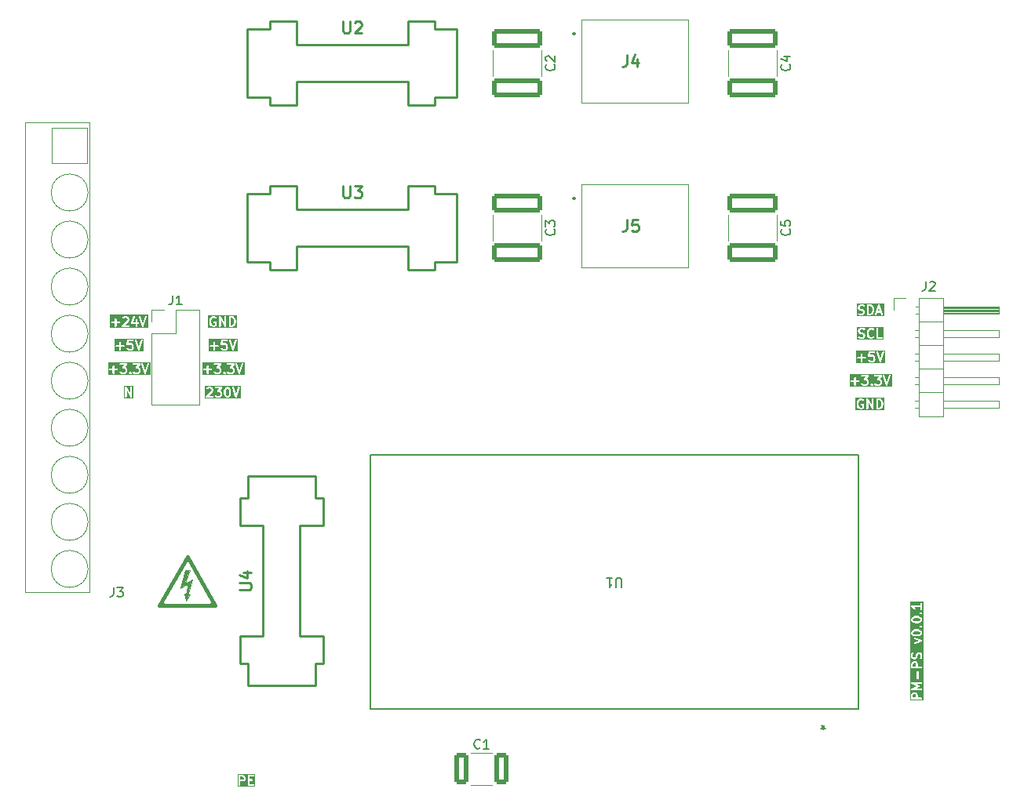
<source format=gbr>
%TF.GenerationSoftware,KiCad,Pcbnew,8.0.3-8.0.3-0~ubuntu22.04.1*%
%TF.CreationDate,2024-08-09T14:04:43+03:00*%
%TF.ProjectId,PM-PS,504d2d50-532e-46b6-9963-61645f706362,rev?*%
%TF.SameCoordinates,Original*%
%TF.FileFunction,Legend,Top*%
%TF.FilePolarity,Positive*%
%FSLAX46Y46*%
G04 Gerber Fmt 4.6, Leading zero omitted, Abs format (unit mm)*
G04 Created by KiCad (PCBNEW 8.0.3-8.0.3-0~ubuntu22.04.1) date 2024-08-09 14:04:43*
%MOMM*%
%LPD*%
G01*
G04 APERTURE LIST*
G04 Aperture macros list*
%AMRoundRect*
0 Rectangle with rounded corners*
0 $1 Rounding radius*
0 $2 $3 $4 $5 $6 $7 $8 $9 X,Y pos of 4 corners*
0 Add a 4 corners polygon primitive as box body*
4,1,4,$2,$3,$4,$5,$6,$7,$8,$9,$2,$3,0*
0 Add four circle primitives for the rounded corners*
1,1,$1+$1,$2,$3*
1,1,$1+$1,$4,$5*
1,1,$1+$1,$6,$7*
1,1,$1+$1,$8,$9*
0 Add four rect primitives between the rounded corners*
20,1,$1+$1,$2,$3,$4,$5,0*
20,1,$1+$1,$4,$5,$6,$7,0*
20,1,$1+$1,$6,$7,$8,$9,0*
20,1,$1+$1,$8,$9,$2,$3,0*%
G04 Aperture macros list end*
%ADD10C,0.200000*%
%ADD11C,0.254000*%
%ADD12C,0.150000*%
%ADD13C,0.300000*%
%ADD14C,0.100000*%
%ADD15C,0.120000*%
%ADD16C,0.152400*%
%ADD17C,0.400000*%
%ADD18C,0.101600*%
%ADD19C,1.950000*%
%ADD20C,3.200000*%
%ADD21RoundRect,0.249999X-2.450001X0.737501X-2.450001X-0.737501X2.450001X-0.737501X2.450001X0.737501X0*%
%ADD22C,1.803400*%
%ADD23RoundRect,0.250000X-0.537500X-1.450000X0.537500X-1.450000X0.537500X1.450000X-0.537500X1.450000X0*%
%ADD24C,2.650000*%
%ADD25C,2.350000*%
%ADD26R,1.700000X1.700000*%
%ADD27O,1.700000X1.700000*%
%ADD28R,3.500000X3.500000*%
%ADD29C,3.500000*%
%ADD30O,6.350000X6.350000*%
G04 APERTURE END LIST*
D10*
G36*
X121739386Y-136731043D02*
G01*
X121765163Y-136755705D01*
X121796129Y-136815344D01*
X121797380Y-137076320D01*
X121471747Y-137076933D01*
X121470517Y-136820597D01*
X121499453Y-136760450D01*
X121524115Y-136734673D01*
X121584046Y-136703556D01*
X121679893Y-136702422D01*
X121739386Y-136731043D01*
G37*
G36*
X121739386Y-133350091D02*
G01*
X121765163Y-133374753D01*
X121796129Y-133434392D01*
X121797380Y-133695368D01*
X121471747Y-133695981D01*
X121470517Y-133439645D01*
X121499453Y-133379498D01*
X121524115Y-133353721D01*
X121584046Y-133322604D01*
X121679893Y-133321470D01*
X121739386Y-133350091D01*
G37*
G36*
X122140555Y-129933047D02*
G01*
X122215578Y-129969139D01*
X122241355Y-129993800D01*
X122272579Y-130053939D01*
X122273391Y-130102404D01*
X122244983Y-130161454D01*
X122220324Y-130187228D01*
X122152764Y-130222305D01*
X121985305Y-130265757D01*
X121771814Y-130267349D01*
X121603881Y-130226950D01*
X121528858Y-130190858D01*
X121503085Y-130166200D01*
X121471858Y-130106057D01*
X121471046Y-130057593D01*
X121499453Y-129998545D01*
X121524115Y-129972768D01*
X121591670Y-129937692D01*
X121759131Y-129894240D01*
X121972621Y-129892648D01*
X122140555Y-129933047D01*
G37*
G36*
X122140555Y-128504476D02*
G01*
X122215578Y-128540568D01*
X122241355Y-128565229D01*
X122272579Y-128625368D01*
X122273391Y-128673833D01*
X122244983Y-128732883D01*
X122220324Y-128758657D01*
X122152764Y-128793734D01*
X121985305Y-128837186D01*
X121771814Y-128838778D01*
X121603881Y-128798379D01*
X121528858Y-128762287D01*
X121503085Y-128737629D01*
X121471858Y-128677486D01*
X121471046Y-128629022D01*
X121499453Y-128569974D01*
X121524115Y-128544197D01*
X121591670Y-128509121D01*
X121759131Y-128465669D01*
X121972621Y-128464077D01*
X122140555Y-128504476D01*
G37*
G36*
X122583330Y-137386348D02*
G01*
X121161108Y-137386348D01*
X121161108Y-136794285D01*
X121272219Y-136794285D01*
X121274140Y-137194746D01*
X121289072Y-137230794D01*
X121316662Y-137258384D01*
X121352710Y-137273316D01*
X121372219Y-137275237D01*
X122391728Y-137273316D01*
X122427776Y-137258384D01*
X122455366Y-137230794D01*
X122470298Y-137194746D01*
X122470298Y-137155728D01*
X122455366Y-137119680D01*
X122427776Y-137092090D01*
X122391728Y-137077158D01*
X122372219Y-137075237D01*
X121995551Y-137075946D01*
X121994274Y-136809697D01*
X121995243Y-136806792D01*
X121994189Y-136791967D01*
X121994107Y-136774776D01*
X121992731Y-136771455D01*
X121992477Y-136767872D01*
X121985471Y-136749563D01*
X121936128Y-136654529D01*
X121931556Y-136643489D01*
X121928400Y-136639643D01*
X121927409Y-136637735D01*
X121925411Y-136636002D01*
X121919119Y-136628336D01*
X121869018Y-136580404D01*
X121862101Y-136572428D01*
X121857951Y-136569815D01*
X121856347Y-136568281D01*
X121853907Y-136567270D01*
X121845511Y-136561985D01*
X121762493Y-136522046D01*
X121761109Y-136520662D01*
X121750359Y-136516209D01*
X121731965Y-136507360D01*
X121728381Y-136507105D01*
X121725061Y-136505730D01*
X121705552Y-136503809D01*
X121577395Y-136505325D01*
X121575202Y-136504594D01*
X121562419Y-136505502D01*
X121543186Y-136505730D01*
X121539865Y-136507105D01*
X121536282Y-136507360D01*
X121517973Y-136514366D01*
X121422939Y-136563708D01*
X121411899Y-136568281D01*
X121408053Y-136571436D01*
X121406145Y-136572428D01*
X121404412Y-136574425D01*
X121396746Y-136580718D01*
X121348814Y-136630818D01*
X121340838Y-136637736D01*
X121338225Y-136641885D01*
X121336691Y-136643490D01*
X121335680Y-136645929D01*
X121330395Y-136654326D01*
X121290456Y-136737343D01*
X121289072Y-136738728D01*
X121284619Y-136749477D01*
X121275770Y-136767872D01*
X121275515Y-136771455D01*
X121274140Y-136774776D01*
X121272219Y-136794285D01*
X121161108Y-136794285D01*
X121161108Y-135523754D01*
X121273378Y-135523754D01*
X121274140Y-135525849D01*
X121274140Y-135528080D01*
X121280784Y-135544121D01*
X121286713Y-135560423D01*
X121288218Y-135562066D01*
X121289072Y-135564128D01*
X121301345Y-135576401D01*
X121313064Y-135589198D01*
X121315708Y-135590764D01*
X121316662Y-135591718D01*
X121318843Y-135592621D01*
X121329930Y-135599189D01*
X121852249Y-135841427D01*
X121331669Y-136085873D01*
X121316662Y-136092090D01*
X121315096Y-136093655D01*
X121313064Y-136094610D01*
X121301345Y-136107406D01*
X121289072Y-136119680D01*
X121288218Y-136121741D01*
X121286713Y-136123385D01*
X121280784Y-136139686D01*
X121274140Y-136155728D01*
X121274140Y-136157958D01*
X121273378Y-136160054D01*
X121274140Y-136177393D01*
X121274140Y-136194746D01*
X121274993Y-136196805D01*
X121275091Y-136199034D01*
X121282432Y-136214764D01*
X121289072Y-136230794D01*
X121290648Y-136232370D01*
X121291592Y-136234392D01*
X121304388Y-136246110D01*
X121316662Y-136258384D01*
X121318723Y-136259237D01*
X121320367Y-136260743D01*
X121336668Y-136266671D01*
X121352710Y-136273316D01*
X121355768Y-136273617D01*
X121357036Y-136274078D01*
X121359395Y-136273974D01*
X121372219Y-136275237D01*
X122391728Y-136273316D01*
X122427776Y-136258384D01*
X122455366Y-136230794D01*
X122470298Y-136194746D01*
X122470298Y-136155728D01*
X122455366Y-136119680D01*
X122427776Y-136092090D01*
X122391728Y-136077158D01*
X122372219Y-136075237D01*
X121818229Y-136076280D01*
X122124661Y-135932390D01*
X122138356Y-135927411D01*
X122141607Y-135924433D01*
X122145659Y-135922531D01*
X122155919Y-135911326D01*
X122167132Y-135901059D01*
X122169011Y-135897031D01*
X122172011Y-135893756D01*
X122177202Y-135879480D01*
X122183632Y-135865702D01*
X122183827Y-135861261D01*
X122185345Y-135857087D01*
X122184677Y-135841904D01*
X122185345Y-135826721D01*
X122183827Y-135822546D01*
X122183632Y-135818106D01*
X122177202Y-135804327D01*
X122172011Y-135790052D01*
X122169011Y-135786776D01*
X122167132Y-135782749D01*
X122155919Y-135772481D01*
X122145659Y-135761277D01*
X122140068Y-135757965D01*
X122138356Y-135756397D01*
X122135934Y-135755516D01*
X122128793Y-135751286D01*
X121819251Y-135607728D01*
X122391728Y-135606650D01*
X122427776Y-135591718D01*
X122455366Y-135564128D01*
X122470298Y-135528080D01*
X122470298Y-135489062D01*
X122455366Y-135453014D01*
X122427776Y-135425424D01*
X122391728Y-135410492D01*
X122372219Y-135408571D01*
X121373484Y-135410452D01*
X121357036Y-135409730D01*
X121354952Y-135410487D01*
X121352710Y-135410492D01*
X121336668Y-135417136D01*
X121320367Y-135423065D01*
X121318723Y-135424570D01*
X121316662Y-135425424D01*
X121304388Y-135437697D01*
X121291592Y-135449416D01*
X121290648Y-135451437D01*
X121289072Y-135453014D01*
X121282432Y-135469043D01*
X121275091Y-135484774D01*
X121274993Y-135487002D01*
X121274140Y-135489062D01*
X121274140Y-135506414D01*
X121273378Y-135523754D01*
X121161108Y-135523754D01*
X121161108Y-134270476D01*
X121891266Y-134270476D01*
X121893187Y-135051889D01*
X121908119Y-135087937D01*
X121935709Y-135115527D01*
X121971757Y-135130459D01*
X122010775Y-135130459D01*
X122046823Y-135115527D01*
X122074413Y-135087937D01*
X122089345Y-135051889D01*
X122091266Y-135032380D01*
X122089345Y-134250967D01*
X122074413Y-134214919D01*
X122046823Y-134187329D01*
X122010775Y-134172397D01*
X121971757Y-134172397D01*
X121935709Y-134187329D01*
X121908119Y-134214919D01*
X121893187Y-134250967D01*
X121891266Y-134270476D01*
X121161108Y-134270476D01*
X121161108Y-133413333D01*
X121272219Y-133413333D01*
X121274140Y-133813794D01*
X121289072Y-133849842D01*
X121316662Y-133877432D01*
X121352710Y-133892364D01*
X121372219Y-133894285D01*
X122391728Y-133892364D01*
X122427776Y-133877432D01*
X122455366Y-133849842D01*
X122470298Y-133813794D01*
X122470298Y-133774776D01*
X122455366Y-133738728D01*
X122427776Y-133711138D01*
X122391728Y-133696206D01*
X122372219Y-133694285D01*
X121995551Y-133694994D01*
X121994274Y-133428745D01*
X121995243Y-133425840D01*
X121994189Y-133411015D01*
X121994107Y-133393824D01*
X121992731Y-133390503D01*
X121992477Y-133386920D01*
X121985471Y-133368611D01*
X121936128Y-133273577D01*
X121931556Y-133262537D01*
X121928400Y-133258691D01*
X121927409Y-133256783D01*
X121925411Y-133255050D01*
X121919119Y-133247384D01*
X121869018Y-133199452D01*
X121862101Y-133191476D01*
X121857951Y-133188863D01*
X121856347Y-133187329D01*
X121853907Y-133186318D01*
X121845511Y-133181033D01*
X121762493Y-133141094D01*
X121761109Y-133139710D01*
X121750359Y-133135257D01*
X121731965Y-133126408D01*
X121728381Y-133126153D01*
X121725061Y-133124778D01*
X121705552Y-133122857D01*
X121577395Y-133124373D01*
X121575202Y-133123642D01*
X121562419Y-133124550D01*
X121543186Y-133124778D01*
X121539865Y-133126153D01*
X121536282Y-133126408D01*
X121517973Y-133133414D01*
X121422939Y-133182756D01*
X121411899Y-133187329D01*
X121408053Y-133190484D01*
X121406145Y-133191476D01*
X121404412Y-133193473D01*
X121396746Y-133199766D01*
X121348814Y-133249866D01*
X121340838Y-133256784D01*
X121338225Y-133260933D01*
X121336691Y-133262538D01*
X121335680Y-133264977D01*
X121330395Y-133273374D01*
X121290456Y-133356391D01*
X121289072Y-133357776D01*
X121284619Y-133368525D01*
X121275770Y-133386920D01*
X121275515Y-133390503D01*
X121274140Y-133393824D01*
X121272219Y-133413333D01*
X121161108Y-133413333D01*
X121161108Y-132413333D01*
X121272219Y-132413333D01*
X121273881Y-132636288D01*
X121273004Y-132638921D01*
X121274006Y-132653026D01*
X121274140Y-132670937D01*
X121275515Y-132674257D01*
X121275770Y-132677841D01*
X121282776Y-132696149D01*
X121332116Y-132791178D01*
X121336691Y-132802223D01*
X121339847Y-132806069D01*
X121340838Y-132807977D01*
X121342832Y-132809706D01*
X121349127Y-132817377D01*
X121399229Y-132865310D01*
X121406145Y-132873285D01*
X121410294Y-132875896D01*
X121411899Y-132877432D01*
X121414339Y-132878442D01*
X121422736Y-132883728D01*
X121505753Y-132923666D01*
X121507138Y-132925051D01*
X121517887Y-132929503D01*
X121536282Y-132938353D01*
X121539865Y-132938607D01*
X121543186Y-132939983D01*
X121562695Y-132941904D01*
X121643712Y-132940547D01*
X121645426Y-132941119D01*
X121656470Y-132940334D01*
X121677442Y-132939983D01*
X121680762Y-132938607D01*
X121684346Y-132938353D01*
X121702654Y-132931347D01*
X121797683Y-132882006D01*
X121808728Y-132877432D01*
X121812574Y-132874275D01*
X121814482Y-132873285D01*
X121816211Y-132871290D01*
X121823882Y-132864996D01*
X121871815Y-132814893D01*
X121879790Y-132807978D01*
X121882401Y-132803828D01*
X121883937Y-132802224D01*
X121884947Y-132799783D01*
X121890233Y-132791387D01*
X121933661Y-132701115D01*
X121938828Y-132694142D01*
X121944056Y-132679507D01*
X121944858Y-132677841D01*
X121944909Y-132677120D01*
X121945423Y-132675682D01*
X121987171Y-132502138D01*
X122023262Y-132427117D01*
X122047924Y-132401340D01*
X122108063Y-132370115D01*
X122156528Y-132369303D01*
X122215578Y-132397711D01*
X122241355Y-132422372D01*
X122272376Y-132482120D01*
X122273840Y-132678367D01*
X122225385Y-132829397D01*
X122228151Y-132868317D01*
X122245601Y-132903216D01*
X122275077Y-132928781D01*
X122312093Y-132941119D01*
X122351013Y-132938353D01*
X122385912Y-132920903D01*
X122411477Y-132891427D01*
X122419468Y-132873527D01*
X122465374Y-132730442D01*
X122470298Y-132718556D01*
X122470789Y-132713563D01*
X122471434Y-132711555D01*
X122471246Y-132708920D01*
X122472219Y-132699047D01*
X122470556Y-132476091D01*
X122471434Y-132473459D01*
X122470431Y-132459353D01*
X122470298Y-132441443D01*
X122468922Y-132438122D01*
X122468668Y-132434539D01*
X122461662Y-132416230D01*
X122412320Y-132321197D01*
X122407747Y-132310156D01*
X122404590Y-132306310D01*
X122403600Y-132304402D01*
X122401603Y-132302670D01*
X122395310Y-132295002D01*
X122345202Y-132247064D01*
X122338291Y-132239095D01*
X122334144Y-132236484D01*
X122332537Y-132234947D01*
X122330093Y-132233935D01*
X122321701Y-132228652D01*
X122238683Y-132188713D01*
X122237299Y-132187329D01*
X122226549Y-132182876D01*
X122208155Y-132174027D01*
X122204571Y-132173772D01*
X122201251Y-132172397D01*
X122181742Y-132170476D01*
X122100724Y-132171832D01*
X122099011Y-132171261D01*
X122087966Y-132172045D01*
X122066995Y-132172397D01*
X122063674Y-132173772D01*
X122060091Y-132174027D01*
X122041782Y-132181033D01*
X121946748Y-132230375D01*
X121935708Y-132234948D01*
X121931862Y-132238103D01*
X121929954Y-132239095D01*
X121928221Y-132241092D01*
X121920555Y-132247385D01*
X121872623Y-132297485D01*
X121864647Y-132304403D01*
X121862034Y-132308552D01*
X121860500Y-132310157D01*
X121859489Y-132312596D01*
X121854204Y-132320993D01*
X121810775Y-132411264D01*
X121805609Y-132418238D01*
X121800381Y-132432870D01*
X121799579Y-132434539D01*
X121799527Y-132435261D01*
X121799014Y-132436699D01*
X121757265Y-132610241D01*
X121721173Y-132685264D01*
X121696515Y-132711037D01*
X121636372Y-132742264D01*
X121587908Y-132743076D01*
X121528858Y-132714668D01*
X121503085Y-132690010D01*
X121472061Y-132630258D01*
X121470597Y-132434013D01*
X121519053Y-132282984D01*
X121516287Y-132244064D01*
X121498837Y-132209165D01*
X121469361Y-132183600D01*
X121432345Y-132171261D01*
X121393425Y-132174028D01*
X121358526Y-132191477D01*
X121332961Y-132220953D01*
X121324970Y-132238854D01*
X121279065Y-132381933D01*
X121274140Y-132393824D01*
X121273648Y-132398817D01*
X121273004Y-132400826D01*
X121273191Y-132403459D01*
X121272219Y-132413333D01*
X121161108Y-132413333D01*
X121161108Y-130684432D01*
X121606625Y-130684432D01*
X121608563Y-130723402D01*
X121625266Y-130758664D01*
X121654192Y-130784851D01*
X121671918Y-130793221D01*
X122077675Y-130936927D01*
X121654192Y-131089433D01*
X121625266Y-131115620D01*
X121608563Y-131150882D01*
X121606625Y-131189852D01*
X121619748Y-131226597D01*
X121645935Y-131255523D01*
X121681197Y-131272226D01*
X121720167Y-131274164D01*
X121739186Y-131269411D01*
X122391870Y-131034364D01*
X122396574Y-131034131D01*
X122409429Y-131028041D01*
X122423579Y-131022946D01*
X122427301Y-131019575D01*
X122431836Y-131017428D01*
X122441657Y-131006578D01*
X122452504Y-130996759D01*
X122454651Y-130992224D01*
X122458022Y-130988502D01*
X122462943Y-130974720D01*
X122469208Y-130961497D01*
X122469457Y-130956482D01*
X122471145Y-130951757D01*
X122470418Y-130937142D01*
X122471145Y-130922527D01*
X122469457Y-130917801D01*
X122469208Y-130912787D01*
X122462943Y-130899563D01*
X122458022Y-130885782D01*
X122454651Y-130882059D01*
X122452504Y-130877525D01*
X122441657Y-130867705D01*
X122431836Y-130856856D01*
X122427301Y-130854708D01*
X122423579Y-130851338D01*
X122405852Y-130842968D01*
X121720167Y-130600120D01*
X121681197Y-130602058D01*
X121645935Y-130618761D01*
X121619748Y-130647687D01*
X121606625Y-130684432D01*
X121161108Y-130684432D01*
X121161108Y-130032380D01*
X121272219Y-130032380D01*
X121273575Y-130113397D01*
X121273004Y-130115111D01*
X121273788Y-130126155D01*
X121274140Y-130147127D01*
X121275515Y-130150447D01*
X121275770Y-130154031D01*
X121282776Y-130172339D01*
X121332116Y-130267368D01*
X121336691Y-130278413D01*
X121339847Y-130282259D01*
X121340838Y-130284167D01*
X121342832Y-130285896D01*
X121349127Y-130293567D01*
X121399229Y-130341500D01*
X121406145Y-130349475D01*
X121410294Y-130352086D01*
X121411899Y-130353622D01*
X121414339Y-130354632D01*
X121422736Y-130359918D01*
X121513007Y-130403346D01*
X121519981Y-130408513D01*
X121534615Y-130413741D01*
X121536282Y-130414543D01*
X121537002Y-130414594D01*
X121538441Y-130415108D01*
X121723753Y-130459687D01*
X121733662Y-130463792D01*
X121745771Y-130464984D01*
X121748310Y-130465595D01*
X121749768Y-130465377D01*
X121753171Y-130465713D01*
X121985288Y-130463982D01*
X121996127Y-130465595D01*
X122008188Y-130463811D01*
X122010775Y-130463792D01*
X122012138Y-130463227D01*
X122015520Y-130462727D01*
X122198599Y-130415222D01*
X122208155Y-130414543D01*
X122222767Y-130408951D01*
X122224456Y-130408513D01*
X122225036Y-130408082D01*
X122226463Y-130407537D01*
X122321487Y-130358199D01*
X122332537Y-130353623D01*
X122336385Y-130350464D01*
X122338291Y-130349475D01*
X122340020Y-130347480D01*
X122347690Y-130341186D01*
X122395623Y-130291085D01*
X122403600Y-130284168D01*
X122406211Y-130280018D01*
X122407747Y-130278414D01*
X122408757Y-130275973D01*
X122414043Y-130267577D01*
X122453981Y-130184559D01*
X122455366Y-130183175D01*
X122459818Y-130172425D01*
X122468668Y-130154031D01*
X122468922Y-130150447D01*
X122470298Y-130147127D01*
X122472219Y-130127618D01*
X122470862Y-130046600D01*
X122471434Y-130044887D01*
X122470649Y-130033842D01*
X122470298Y-130012871D01*
X122468922Y-130009550D01*
X122468668Y-130005967D01*
X122461662Y-129987658D01*
X122412320Y-129892625D01*
X122407747Y-129881584D01*
X122404590Y-129877738D01*
X122403600Y-129875830D01*
X122401603Y-129874098D01*
X122395310Y-129866430D01*
X122345202Y-129818492D01*
X122338291Y-129810523D01*
X122334144Y-129807912D01*
X122332537Y-129806375D01*
X122330093Y-129805363D01*
X122321701Y-129800080D01*
X122231429Y-129756651D01*
X122224456Y-129751485D01*
X122209823Y-129746257D01*
X122208155Y-129745455D01*
X122207432Y-129745403D01*
X122205995Y-129744890D01*
X122020684Y-129700310D01*
X122010775Y-129696206D01*
X121998665Y-129695013D01*
X121996127Y-129694403D01*
X121994668Y-129694620D01*
X121991266Y-129694285D01*
X121759148Y-129696015D01*
X121748310Y-129694403D01*
X121736248Y-129696186D01*
X121733662Y-129696206D01*
X121732298Y-129696770D01*
X121728917Y-129697271D01*
X121545837Y-129744775D01*
X121536282Y-129745455D01*
X121521666Y-129751047D01*
X121519981Y-129751485D01*
X121519401Y-129751914D01*
X121517973Y-129752461D01*
X121422939Y-129801803D01*
X121411899Y-129806376D01*
X121408053Y-129809531D01*
X121406145Y-129810523D01*
X121404412Y-129812520D01*
X121396746Y-129818813D01*
X121348814Y-129868913D01*
X121340838Y-129875831D01*
X121338225Y-129879980D01*
X121336691Y-129881585D01*
X121335680Y-129884024D01*
X121330395Y-129892421D01*
X121290456Y-129975438D01*
X121289072Y-129976823D01*
X121284619Y-129987572D01*
X121275770Y-130005967D01*
X121275515Y-130009550D01*
X121274140Y-130012871D01*
X121272219Y-130032380D01*
X121161108Y-130032380D01*
X121161108Y-129346204D01*
X122178901Y-129346204D01*
X122178901Y-129385222D01*
X122180385Y-129388805D01*
X122193832Y-129421270D01*
X122193833Y-129421271D01*
X122206270Y-129436424D01*
X122269043Y-129496480D01*
X122294533Y-129507037D01*
X122305091Y-129511411D01*
X122305092Y-129511411D01*
X122344109Y-129511411D01*
X122365226Y-129502663D01*
X122380158Y-129496479D01*
X122380162Y-129496474D01*
X122395311Y-129484043D01*
X122455366Y-129421271D01*
X122466735Y-129393823D01*
X122470298Y-129385222D01*
X122470298Y-129346204D01*
X122455366Y-129310156D01*
X122455366Y-129310155D01*
X122442929Y-129295002D01*
X122380180Y-129234969D01*
X122380158Y-129234947D01*
X122365226Y-129228762D01*
X122344109Y-129220015D01*
X122305091Y-129220015D01*
X122294533Y-129224388D01*
X122269043Y-129234946D01*
X122253890Y-129247383D01*
X122193833Y-129310155D01*
X122193832Y-129310156D01*
X122183274Y-129335646D01*
X122178901Y-129346204D01*
X121161108Y-129346204D01*
X121161108Y-128603809D01*
X121272219Y-128603809D01*
X121273575Y-128684826D01*
X121273004Y-128686540D01*
X121273788Y-128697584D01*
X121274140Y-128718556D01*
X121275515Y-128721876D01*
X121275770Y-128725460D01*
X121282776Y-128743768D01*
X121332116Y-128838797D01*
X121336691Y-128849842D01*
X121339847Y-128853688D01*
X121340838Y-128855596D01*
X121342832Y-128857325D01*
X121349127Y-128864996D01*
X121399229Y-128912929D01*
X121406145Y-128920904D01*
X121410294Y-128923515D01*
X121411899Y-128925051D01*
X121414339Y-128926061D01*
X121422736Y-128931347D01*
X121513007Y-128974775D01*
X121519981Y-128979942D01*
X121534615Y-128985170D01*
X121536282Y-128985972D01*
X121537002Y-128986023D01*
X121538441Y-128986537D01*
X121723753Y-129031116D01*
X121733662Y-129035221D01*
X121745771Y-129036413D01*
X121748310Y-129037024D01*
X121749768Y-129036806D01*
X121753171Y-129037142D01*
X121985288Y-129035411D01*
X121996127Y-129037024D01*
X122008188Y-129035240D01*
X122010775Y-129035221D01*
X122012138Y-129034656D01*
X122015520Y-129034156D01*
X122198599Y-128986651D01*
X122208155Y-128985972D01*
X122222767Y-128980380D01*
X122224456Y-128979942D01*
X122225036Y-128979511D01*
X122226463Y-128978966D01*
X122321487Y-128929628D01*
X122332537Y-128925052D01*
X122336385Y-128921893D01*
X122338291Y-128920904D01*
X122340020Y-128918909D01*
X122347690Y-128912615D01*
X122395623Y-128862514D01*
X122403600Y-128855597D01*
X122406211Y-128851447D01*
X122407747Y-128849843D01*
X122408757Y-128847402D01*
X122414043Y-128839006D01*
X122453981Y-128755988D01*
X122455366Y-128754604D01*
X122459818Y-128743854D01*
X122468668Y-128725460D01*
X122468922Y-128721876D01*
X122470298Y-128718556D01*
X122472219Y-128699047D01*
X122470862Y-128618029D01*
X122471434Y-128616316D01*
X122470649Y-128605271D01*
X122470298Y-128584300D01*
X122468922Y-128580979D01*
X122468668Y-128577396D01*
X122461662Y-128559087D01*
X122412320Y-128464054D01*
X122407747Y-128453013D01*
X122404590Y-128449167D01*
X122403600Y-128447259D01*
X122401603Y-128445527D01*
X122395310Y-128437859D01*
X122345202Y-128389921D01*
X122338291Y-128381952D01*
X122334144Y-128379341D01*
X122332537Y-128377804D01*
X122330093Y-128376792D01*
X122321701Y-128371509D01*
X122231429Y-128328080D01*
X122224456Y-128322914D01*
X122209823Y-128317686D01*
X122208155Y-128316884D01*
X122207432Y-128316832D01*
X122205995Y-128316319D01*
X122020684Y-128271739D01*
X122010775Y-128267635D01*
X121998665Y-128266442D01*
X121996127Y-128265832D01*
X121994668Y-128266049D01*
X121991266Y-128265714D01*
X121759148Y-128267444D01*
X121748310Y-128265832D01*
X121736248Y-128267615D01*
X121733662Y-128267635D01*
X121732298Y-128268199D01*
X121728917Y-128268700D01*
X121545837Y-128316204D01*
X121536282Y-128316884D01*
X121521666Y-128322476D01*
X121519981Y-128322914D01*
X121519401Y-128323343D01*
X121517973Y-128323890D01*
X121422939Y-128373232D01*
X121411899Y-128377805D01*
X121408053Y-128380960D01*
X121406145Y-128381952D01*
X121404412Y-128383949D01*
X121396746Y-128390242D01*
X121348814Y-128440342D01*
X121340838Y-128447260D01*
X121338225Y-128451409D01*
X121336691Y-128453014D01*
X121335680Y-128455453D01*
X121330395Y-128463850D01*
X121290456Y-128546867D01*
X121289072Y-128548252D01*
X121284619Y-128559001D01*
X121275770Y-128577396D01*
X121275515Y-128580979D01*
X121274140Y-128584300D01*
X121272219Y-128603809D01*
X121161108Y-128603809D01*
X121161108Y-127917633D01*
X122178901Y-127917633D01*
X122178901Y-127956651D01*
X122180385Y-127960234D01*
X122193832Y-127992699D01*
X122193833Y-127992700D01*
X122206270Y-128007853D01*
X122269043Y-128067909D01*
X122294533Y-128078466D01*
X122305091Y-128082840D01*
X122305092Y-128082840D01*
X122344109Y-128082840D01*
X122365226Y-128074092D01*
X122380158Y-128067908D01*
X122380162Y-128067903D01*
X122395311Y-128055472D01*
X122455366Y-127992700D01*
X122466735Y-127965252D01*
X122470298Y-127956651D01*
X122470298Y-127917633D01*
X122455366Y-127881585D01*
X122455366Y-127881584D01*
X122442929Y-127866431D01*
X122380180Y-127806398D01*
X122380158Y-127806376D01*
X122365226Y-127800191D01*
X122344109Y-127791444D01*
X122305091Y-127791444D01*
X122294533Y-127795817D01*
X122269043Y-127806375D01*
X122253890Y-127818812D01*
X122193833Y-127881584D01*
X122193832Y-127881585D01*
X122183274Y-127907075D01*
X122178901Y-127917633D01*
X121161108Y-127917633D01*
X121161108Y-127222962D01*
X121272219Y-127222962D01*
X121274140Y-127232567D01*
X121274140Y-127242366D01*
X121277929Y-127251514D01*
X121279871Y-127261222D01*
X121285322Y-127269362D01*
X121289072Y-127278414D01*
X121296071Y-127285413D01*
X121301582Y-127293642D01*
X121316588Y-127305930D01*
X121316662Y-127306004D01*
X121316694Y-127306017D01*
X121316749Y-127306062D01*
X121445892Y-127390295D01*
X121526524Y-127468942D01*
X121578933Y-127569882D01*
X121608410Y-127595447D01*
X121645426Y-127607785D01*
X121684346Y-127605020D01*
X121719244Y-127587571D01*
X121744809Y-127558094D01*
X121757148Y-127521078D01*
X121754382Y-127482158D01*
X121747376Y-127463849D01*
X121698033Y-127368815D01*
X121693461Y-127357776D01*
X121690305Y-127353931D01*
X121689314Y-127352021D01*
X121687316Y-127350288D01*
X121681025Y-127342622D01*
X121660204Y-127322314D01*
X122273467Y-127321158D01*
X122274140Y-127528080D01*
X122289072Y-127564128D01*
X122316662Y-127591718D01*
X122352710Y-127606650D01*
X122391728Y-127606650D01*
X122427776Y-127591718D01*
X122455366Y-127564128D01*
X122470298Y-127528080D01*
X122472219Y-127508571D01*
X122470298Y-126917634D01*
X122455366Y-126881586D01*
X122427776Y-126853996D01*
X122391728Y-126839064D01*
X122352710Y-126839064D01*
X122316662Y-126853996D01*
X122289072Y-126881586D01*
X122274140Y-126917634D01*
X122272219Y-126937143D01*
X122272823Y-127123044D01*
X121381550Y-127124723D01*
X121372114Y-127122857D01*
X121362602Y-127124759D01*
X121352710Y-127124778D01*
X121343561Y-127128567D01*
X121333854Y-127130509D01*
X121325713Y-127135960D01*
X121316662Y-127139710D01*
X121309662Y-127146709D01*
X121301434Y-127152220D01*
X121295998Y-127160373D01*
X121289072Y-127167300D01*
X121285283Y-127176446D01*
X121279791Y-127184685D01*
X121277889Y-127194295D01*
X121274140Y-127203348D01*
X121274140Y-127213251D01*
X121272219Y-127222962D01*
X121161108Y-127222962D01*
X121161108Y-126727953D01*
X122583330Y-126727953D01*
X122583330Y-137386348D01*
G37*
G36*
X38945087Y-97183330D02*
G01*
X34858905Y-97183330D01*
X34858905Y-96571757D01*
X34970016Y-96571757D01*
X34970016Y-96610775D01*
X34984948Y-96646823D01*
X35012538Y-96674413D01*
X35048586Y-96689345D01*
X35068095Y-96691266D01*
X35350227Y-96690572D01*
X35350968Y-96991728D01*
X35365900Y-97027776D01*
X35393490Y-97055366D01*
X35429538Y-97070298D01*
X35468556Y-97070298D01*
X35504604Y-97055366D01*
X35532194Y-97027776D01*
X35547126Y-96991728D01*
X35549047Y-96972219D01*
X35548999Y-96952710D01*
X36112873Y-96952710D01*
X36112873Y-96991728D01*
X36127805Y-97027776D01*
X36155395Y-97055366D01*
X36191443Y-97070298D01*
X36210952Y-97072219D01*
X36849508Y-97070298D01*
X36885556Y-97055366D01*
X36913146Y-97027776D01*
X36928078Y-96991728D01*
X36928078Y-96952710D01*
X36913146Y-96916662D01*
X36885556Y-96889072D01*
X36849508Y-96874140D01*
X36829999Y-96872219D01*
X36450446Y-96873360D01*
X36696283Y-96626378D01*
X37111737Y-96626378D01*
X37112873Y-96642362D01*
X37112873Y-96658394D01*
X37114248Y-96661714D01*
X37114503Y-96665298D01*
X37121670Y-96679633D01*
X37127805Y-96694442D01*
X37130345Y-96696982D01*
X37131953Y-96700197D01*
X37144064Y-96710701D01*
X37155395Y-96722032D01*
X37158713Y-96723406D01*
X37161429Y-96725762D01*
X37176638Y-96730831D01*
X37191443Y-96736964D01*
X37196543Y-96737466D01*
X37198445Y-96738100D01*
X37201078Y-96737912D01*
X37210952Y-96738885D01*
X37588351Y-96737749D01*
X37589063Y-96991728D01*
X37603995Y-97027776D01*
X37631585Y-97055366D01*
X37667633Y-97070298D01*
X37706651Y-97070298D01*
X37742699Y-97055366D01*
X37770289Y-97027776D01*
X37785221Y-96991728D01*
X37787142Y-96972219D01*
X37786483Y-96737153D01*
X37849508Y-96736964D01*
X37885556Y-96722032D01*
X37913146Y-96694442D01*
X37928078Y-96658394D01*
X37928078Y-96619376D01*
X37913146Y-96583328D01*
X37885556Y-96555738D01*
X37849508Y-96540806D01*
X37829999Y-96538885D01*
X37785929Y-96539017D01*
X37785221Y-96286043D01*
X37770289Y-96249995D01*
X37742699Y-96222405D01*
X37706651Y-96207473D01*
X37667633Y-96207473D01*
X37631585Y-96222405D01*
X37603995Y-96249995D01*
X37589063Y-96286043D01*
X37587142Y-96305552D01*
X37587797Y-96539613D01*
X37348852Y-96540332D01*
X37532521Y-95984726D01*
X37968880Y-95984726D01*
X37973227Y-96003842D01*
X38304488Y-96991734D01*
X38304979Y-96998632D01*
X38310512Y-97009699D01*
X38314551Y-97021742D01*
X38319234Y-97027141D01*
X38322429Y-97033531D01*
X38331900Y-97041746D01*
X38340116Y-97051218D01*
X38346504Y-97054412D01*
X38351905Y-97059096D01*
X38363806Y-97063063D01*
X38375015Y-97068667D01*
X38382139Y-97069173D01*
X38388921Y-97071434D01*
X38401430Y-97070544D01*
X38413935Y-97071434D01*
X38420713Y-97069174D01*
X38427841Y-97068668D01*
X38439057Y-97063059D01*
X38450951Y-97059095D01*
X38456348Y-97054414D01*
X38462740Y-97051218D01*
X38470958Y-97041742D01*
X38480427Y-97033530D01*
X38483620Y-97027143D01*
X38488305Y-97021742D01*
X38496296Y-97003842D01*
X38833976Y-95984727D01*
X38831210Y-95945807D01*
X38813760Y-95910908D01*
X38784284Y-95885343D01*
X38747268Y-95873004D01*
X38708348Y-95875771D01*
X38673449Y-95893220D01*
X38647884Y-95922696D01*
X38639893Y-95940597D01*
X38401861Y-96658973D01*
X38154972Y-95922696D01*
X38129407Y-95893220D01*
X38094508Y-95875770D01*
X38055588Y-95873004D01*
X38018572Y-95885342D01*
X37989096Y-95910907D01*
X37971646Y-95945806D01*
X37968880Y-95984726D01*
X37532521Y-95984726D01*
X37548262Y-95937108D01*
X37545496Y-95898188D01*
X37528046Y-95863289D01*
X37498570Y-95837724D01*
X37461554Y-95825385D01*
X37422634Y-95828152D01*
X37387735Y-95845601D01*
X37362170Y-95875077D01*
X37354179Y-95892978D01*
X37118709Y-96605285D01*
X37112873Y-96619376D01*
X37112873Y-96622941D01*
X37111737Y-96626378D01*
X36696283Y-96626378D01*
X36840709Y-96481280D01*
X36843692Y-96479789D01*
X36853840Y-96468087D01*
X36865527Y-96456347D01*
X36866901Y-96453028D01*
X36869257Y-96450313D01*
X36877248Y-96432413D01*
X36923154Y-96289328D01*
X36928078Y-96277442D01*
X36928569Y-96272449D01*
X36929214Y-96270441D01*
X36929026Y-96267806D01*
X36929999Y-96257933D01*
X36928642Y-96176915D01*
X36929214Y-96175202D01*
X36928429Y-96164157D01*
X36928078Y-96143186D01*
X36926702Y-96139865D01*
X36926448Y-96136282D01*
X36919442Y-96117973D01*
X36870099Y-96022939D01*
X36865527Y-96011899D01*
X36862371Y-96008053D01*
X36861380Y-96006145D01*
X36859382Y-96004412D01*
X36853090Y-95996746D01*
X36802989Y-95948814D01*
X36796072Y-95940838D01*
X36791922Y-95938225D01*
X36790318Y-95936691D01*
X36787878Y-95935680D01*
X36779482Y-95930395D01*
X36696464Y-95890456D01*
X36695080Y-95889072D01*
X36684330Y-95884619D01*
X36665936Y-95875770D01*
X36662352Y-95875515D01*
X36659032Y-95874140D01*
X36639523Y-95872219D01*
X36416567Y-95873881D01*
X36413935Y-95873004D01*
X36399829Y-95874006D01*
X36381919Y-95874140D01*
X36378598Y-95875515D01*
X36375015Y-95875770D01*
X36356706Y-95882776D01*
X36261672Y-95932118D01*
X36250632Y-95936691D01*
X36246786Y-95939846D01*
X36244878Y-95940838D01*
X36243145Y-95942835D01*
X36235479Y-95949128D01*
X36175424Y-96011900D01*
X36160492Y-96047948D01*
X36160492Y-96086966D01*
X36175424Y-96123014D01*
X36203014Y-96150604D01*
X36239062Y-96165536D01*
X36278080Y-96165536D01*
X36314128Y-96150604D01*
X36329282Y-96138168D01*
X36362848Y-96103083D01*
X36422596Y-96072061D01*
X36613459Y-96070637D01*
X36673357Y-96099453D01*
X36699134Y-96124115D01*
X36730359Y-96184254D01*
X36731265Y-96238358D01*
X36697163Y-96344652D01*
X36127805Y-96916662D01*
X36112873Y-96952710D01*
X35548999Y-96952710D01*
X35548353Y-96690085D01*
X35849509Y-96689345D01*
X35885557Y-96674413D01*
X35913147Y-96646823D01*
X35928079Y-96610775D01*
X35928079Y-96571757D01*
X35913147Y-96535709D01*
X35885557Y-96508119D01*
X35849509Y-96493187D01*
X35830000Y-96491266D01*
X35547866Y-96491959D01*
X35547126Y-96190805D01*
X35532194Y-96154757D01*
X35504604Y-96127167D01*
X35468556Y-96112235D01*
X35429538Y-96112235D01*
X35393490Y-96127167D01*
X35365900Y-96154757D01*
X35350968Y-96190805D01*
X35349047Y-96210314D01*
X35349740Y-96492446D01*
X35048586Y-96493187D01*
X35012538Y-96508119D01*
X34984948Y-96535709D01*
X34970016Y-96571757D01*
X34858905Y-96571757D01*
X34858905Y-95714274D01*
X38945087Y-95714274D01*
X38945087Y-97183330D01*
G37*
G36*
X39183182Y-102263330D02*
G01*
X34620810Y-102263330D01*
X34620810Y-101651757D01*
X34731921Y-101651757D01*
X34731921Y-101690775D01*
X34746853Y-101726823D01*
X34774443Y-101754413D01*
X34810491Y-101769345D01*
X34830000Y-101771266D01*
X35112132Y-101770572D01*
X35112873Y-102071728D01*
X35127805Y-102107776D01*
X35155395Y-102135366D01*
X35191443Y-102150298D01*
X35230461Y-102150298D01*
X35266509Y-102135366D01*
X35294099Y-102107776D01*
X35309031Y-102071728D01*
X35310952Y-102052219D01*
X35310258Y-101770085D01*
X35611414Y-101769345D01*
X35647462Y-101754413D01*
X35675052Y-101726823D01*
X35689984Y-101690775D01*
X35689984Y-101651757D01*
X35675052Y-101615709D01*
X35647462Y-101588119D01*
X35611414Y-101573187D01*
X35591905Y-101571266D01*
X35309771Y-101571959D01*
X35309031Y-101270805D01*
X35294099Y-101234757D01*
X35266509Y-101207167D01*
X35230461Y-101192235D01*
X35191443Y-101192235D01*
X35155395Y-101207167D01*
X35127805Y-101234757D01*
X35112873Y-101270805D01*
X35110952Y-101290314D01*
X35111645Y-101572446D01*
X34810491Y-101573187D01*
X34774443Y-101588119D01*
X34746853Y-101615709D01*
X34731921Y-101651757D01*
X34620810Y-101651757D01*
X34620810Y-101032710D01*
X35874778Y-101032710D01*
X35874778Y-101071728D01*
X35889710Y-101107776D01*
X35917300Y-101135366D01*
X35953348Y-101150298D01*
X35972857Y-101152219D01*
X36373640Y-101151013D01*
X36186067Y-101366970D01*
X36175424Y-101377614D01*
X36174148Y-101380692D01*
X36171912Y-101383268D01*
X36166707Y-101398656D01*
X36160492Y-101413662D01*
X36160492Y-101417035D01*
X36159412Y-101420229D01*
X36160492Y-101436431D01*
X36160492Y-101452680D01*
X36161782Y-101455795D01*
X36162007Y-101459161D01*
X36169207Y-101473721D01*
X36175424Y-101488728D01*
X36177808Y-101491112D01*
X36179304Y-101494136D01*
X36191529Y-101504833D01*
X36203014Y-101516318D01*
X36206128Y-101517608D01*
X36208668Y-101519830D01*
X36224056Y-101525034D01*
X36239062Y-101531250D01*
X36243821Y-101531718D01*
X36245629Y-101532330D01*
X36248253Y-101532155D01*
X36258571Y-101533171D01*
X36375769Y-101531784D01*
X36435262Y-101560405D01*
X36461039Y-101585067D01*
X36492061Y-101644815D01*
X36493485Y-101835678D01*
X36464669Y-101895576D01*
X36440007Y-101921354D01*
X36380306Y-101952351D01*
X36141886Y-101953852D01*
X36081877Y-101924983D01*
X36028415Y-101873833D01*
X35992367Y-101858902D01*
X35953349Y-101858901D01*
X35917300Y-101873832D01*
X35889710Y-101901422D01*
X35874779Y-101937470D01*
X35874778Y-101976488D01*
X35889709Y-102012537D01*
X35902146Y-102027690D01*
X35952246Y-102075623D01*
X35959164Y-102083600D01*
X35963313Y-102086211D01*
X35964918Y-102087747D01*
X35967358Y-102088757D01*
X35975755Y-102094043D01*
X36058772Y-102133981D01*
X36060157Y-102135366D01*
X36070906Y-102139818D01*
X36089301Y-102148668D01*
X36092884Y-102148922D01*
X36096205Y-102150298D01*
X36115714Y-102152219D01*
X36386169Y-102150516D01*
X36388921Y-102151434D01*
X36403347Y-102150408D01*
X36420937Y-102150298D01*
X36424257Y-102148922D01*
X36427841Y-102148668D01*
X36446149Y-102141662D01*
X36541177Y-102092322D01*
X36552224Y-102087747D01*
X36556070Y-102084589D01*
X36557977Y-102083600D01*
X36559707Y-102081605D01*
X36567377Y-102075310D01*
X36615310Y-102025207D01*
X36623285Y-102018292D01*
X36625896Y-102014142D01*
X36627433Y-102012537D01*
X36628444Y-102010095D01*
X36633728Y-102001701D01*
X36641719Y-101985091D01*
X36874778Y-101985091D01*
X36874778Y-102024109D01*
X36881241Y-102039711D01*
X36889710Y-102060158D01*
X36889714Y-102060162D01*
X36902146Y-102075311D01*
X36964918Y-102135366D01*
X36973921Y-102139095D01*
X37000967Y-102150298D01*
X37039985Y-102150298D01*
X37076033Y-102135366D01*
X37091187Y-102122930D01*
X37151242Y-102060158D01*
X37157994Y-102043856D01*
X37166173Y-102024110D01*
X37166174Y-101985092D01*
X37151243Y-101949043D01*
X37138806Y-101933890D01*
X37076034Y-101873833D01*
X37061102Y-101867648D01*
X37039985Y-101858901D01*
X37000967Y-101858901D01*
X36990409Y-101863274D01*
X36964919Y-101873832D01*
X36964918Y-101873833D01*
X36949764Y-101886270D01*
X36889709Y-101949043D01*
X36879696Y-101973219D01*
X36874778Y-101985091D01*
X36641719Y-101985091D01*
X36673666Y-101918683D01*
X36675051Y-101917299D01*
X36679503Y-101906549D01*
X36688353Y-101888155D01*
X36688607Y-101884571D01*
X36689983Y-101881251D01*
X36691904Y-101861742D01*
X36690241Y-101638786D01*
X36691119Y-101636154D01*
X36690116Y-101622048D01*
X36689983Y-101604138D01*
X36688607Y-101600817D01*
X36688353Y-101597234D01*
X36681347Y-101578925D01*
X36632004Y-101483891D01*
X36627432Y-101472851D01*
X36624276Y-101469005D01*
X36623285Y-101467097D01*
X36621287Y-101465364D01*
X36614995Y-101457698D01*
X36564894Y-101409766D01*
X36557977Y-101401790D01*
X36553827Y-101399177D01*
X36552223Y-101397643D01*
X36549783Y-101396632D01*
X36541387Y-101391347D01*
X36460958Y-101352654D01*
X36664407Y-101118419D01*
X36675051Y-101107776D01*
X36676326Y-101104697D01*
X36678563Y-101102122D01*
X36683767Y-101086733D01*
X36689983Y-101071728D01*
X36689983Y-101068354D01*
X36691063Y-101065161D01*
X36689983Y-101048958D01*
X36689983Y-101032710D01*
X37303349Y-101032710D01*
X37303349Y-101071728D01*
X37318281Y-101107776D01*
X37345871Y-101135366D01*
X37381919Y-101150298D01*
X37401428Y-101152219D01*
X37802211Y-101151013D01*
X37614638Y-101366970D01*
X37603995Y-101377614D01*
X37602719Y-101380692D01*
X37600483Y-101383268D01*
X37595278Y-101398656D01*
X37589063Y-101413662D01*
X37589063Y-101417035D01*
X37587983Y-101420229D01*
X37589063Y-101436431D01*
X37589063Y-101452680D01*
X37590353Y-101455795D01*
X37590578Y-101459161D01*
X37597778Y-101473721D01*
X37603995Y-101488728D01*
X37606379Y-101491112D01*
X37607875Y-101494136D01*
X37620100Y-101504833D01*
X37631585Y-101516318D01*
X37634699Y-101517608D01*
X37637239Y-101519830D01*
X37652627Y-101525034D01*
X37667633Y-101531250D01*
X37672392Y-101531718D01*
X37674200Y-101532330D01*
X37676824Y-101532155D01*
X37687142Y-101533171D01*
X37804340Y-101531784D01*
X37863833Y-101560405D01*
X37889610Y-101585067D01*
X37920632Y-101644815D01*
X37922056Y-101835678D01*
X37893240Y-101895576D01*
X37868578Y-101921354D01*
X37808877Y-101952351D01*
X37570457Y-101953852D01*
X37510448Y-101924983D01*
X37456986Y-101873833D01*
X37420938Y-101858902D01*
X37381920Y-101858901D01*
X37345871Y-101873832D01*
X37318281Y-101901422D01*
X37303350Y-101937470D01*
X37303349Y-101976488D01*
X37318280Y-102012537D01*
X37330717Y-102027690D01*
X37380817Y-102075623D01*
X37387735Y-102083600D01*
X37391884Y-102086211D01*
X37393489Y-102087747D01*
X37395929Y-102088757D01*
X37404326Y-102094043D01*
X37487343Y-102133981D01*
X37488728Y-102135366D01*
X37499477Y-102139818D01*
X37517872Y-102148668D01*
X37521455Y-102148922D01*
X37524776Y-102150298D01*
X37544285Y-102152219D01*
X37814740Y-102150516D01*
X37817492Y-102151434D01*
X37831918Y-102150408D01*
X37849508Y-102150298D01*
X37852828Y-102148922D01*
X37856412Y-102148668D01*
X37874720Y-102141662D01*
X37969748Y-102092322D01*
X37980795Y-102087747D01*
X37984641Y-102084589D01*
X37986548Y-102083600D01*
X37988278Y-102081605D01*
X37995948Y-102075310D01*
X38043881Y-102025207D01*
X38051856Y-102018292D01*
X38054467Y-102014142D01*
X38056004Y-102012537D01*
X38057015Y-102010095D01*
X38062299Y-102001701D01*
X38102237Y-101918683D01*
X38103622Y-101917299D01*
X38108074Y-101906549D01*
X38116924Y-101888155D01*
X38117178Y-101884571D01*
X38118554Y-101881251D01*
X38120475Y-101861742D01*
X38118812Y-101638786D01*
X38119690Y-101636154D01*
X38118687Y-101622048D01*
X38118554Y-101604138D01*
X38117178Y-101600817D01*
X38116924Y-101597234D01*
X38109918Y-101578925D01*
X38060575Y-101483891D01*
X38056003Y-101472851D01*
X38052847Y-101469005D01*
X38051856Y-101467097D01*
X38049858Y-101465364D01*
X38043566Y-101457698D01*
X37993465Y-101409766D01*
X37986548Y-101401790D01*
X37982398Y-101399177D01*
X37980794Y-101397643D01*
X37978354Y-101396632D01*
X37969958Y-101391347D01*
X37889529Y-101352654D01*
X38092978Y-101118419D01*
X38103622Y-101107776D01*
X38104897Y-101104697D01*
X38107134Y-101102122D01*
X38112338Y-101086733D01*
X38118554Y-101071728D01*
X38118554Y-101068354D01*
X38119634Y-101065161D01*
X38119605Y-101064726D01*
X38206975Y-101064726D01*
X38211322Y-101083842D01*
X38542583Y-102071734D01*
X38543074Y-102078632D01*
X38548607Y-102089699D01*
X38552646Y-102101742D01*
X38557329Y-102107141D01*
X38560524Y-102113531D01*
X38569995Y-102121746D01*
X38578211Y-102131218D01*
X38584599Y-102134412D01*
X38590000Y-102139096D01*
X38601901Y-102143063D01*
X38613110Y-102148667D01*
X38620234Y-102149173D01*
X38627016Y-102151434D01*
X38639525Y-102150544D01*
X38652030Y-102151434D01*
X38658808Y-102149174D01*
X38665936Y-102148668D01*
X38677152Y-102143059D01*
X38689046Y-102139095D01*
X38694443Y-102134414D01*
X38700835Y-102131218D01*
X38709053Y-102121742D01*
X38718522Y-102113530D01*
X38721715Y-102107143D01*
X38726400Y-102101742D01*
X38734391Y-102083842D01*
X39072071Y-101064727D01*
X39069305Y-101025807D01*
X39051855Y-100990908D01*
X39022379Y-100965343D01*
X38985363Y-100953004D01*
X38946443Y-100955771D01*
X38911544Y-100973220D01*
X38885979Y-101002696D01*
X38877988Y-101020597D01*
X38639956Y-101738973D01*
X38393067Y-101002696D01*
X38367502Y-100973220D01*
X38332603Y-100955770D01*
X38293683Y-100953004D01*
X38256667Y-100965342D01*
X38227191Y-100990907D01*
X38209741Y-101025806D01*
X38206975Y-101064726D01*
X38119605Y-101064726D01*
X38118554Y-101048958D01*
X38118554Y-101032710D01*
X38117263Y-101029594D01*
X38117039Y-101026229D01*
X38109836Y-101011663D01*
X38103622Y-100996662D01*
X38101238Y-100994278D01*
X38099743Y-100991254D01*
X38087509Y-100980549D01*
X38076032Y-100969072D01*
X38072918Y-100967782D01*
X38070379Y-100965560D01*
X38054987Y-100960354D01*
X38039984Y-100954140D01*
X38035224Y-100953671D01*
X38033417Y-100953060D01*
X38030792Y-100953234D01*
X38020475Y-100952219D01*
X37381919Y-100954140D01*
X37345871Y-100969072D01*
X37318281Y-100996662D01*
X37303349Y-101032710D01*
X36689983Y-101032710D01*
X36688692Y-101029594D01*
X36688468Y-101026229D01*
X36681265Y-101011663D01*
X36675051Y-100996662D01*
X36672667Y-100994278D01*
X36671172Y-100991254D01*
X36658938Y-100980549D01*
X36647461Y-100969072D01*
X36644347Y-100967782D01*
X36641808Y-100965560D01*
X36626416Y-100960354D01*
X36611413Y-100954140D01*
X36606653Y-100953671D01*
X36604846Y-100953060D01*
X36602221Y-100953234D01*
X36591904Y-100952219D01*
X35953348Y-100954140D01*
X35917300Y-100969072D01*
X35889710Y-100996662D01*
X35874778Y-101032710D01*
X34620810Y-101032710D01*
X34620810Y-100841108D01*
X39183182Y-100841108D01*
X39183182Y-102263330D01*
G37*
G36*
X117927164Y-104995198D02*
G01*
X117994305Y-105060685D01*
X118029925Y-105129289D01*
X118073404Y-105296856D01*
X118074810Y-105415664D01*
X118034570Y-105582936D01*
X117998648Y-105657606D01*
X117931339Y-105726614D01*
X117828157Y-105762307D01*
X117701718Y-105763250D01*
X117700207Y-104961485D01*
X117819319Y-104960597D01*
X117927164Y-104995198D01*
G37*
G36*
X118384444Y-106073330D02*
G01*
X115295556Y-106073330D01*
X115295556Y-105290790D01*
X115406667Y-105290790D01*
X115408294Y-105428363D01*
X115406785Y-105438508D01*
X115408556Y-105450486D01*
X115408588Y-105453156D01*
X115409152Y-105454519D01*
X115409653Y-105457901D01*
X115457157Y-105640980D01*
X115457837Y-105650536D01*
X115463428Y-105665148D01*
X115463867Y-105666837D01*
X115464297Y-105667417D01*
X115464843Y-105668844D01*
X115514179Y-105763866D01*
X115518757Y-105774918D01*
X115521915Y-105778766D01*
X115522905Y-105780672D01*
X115524899Y-105782401D01*
X115531194Y-105790071D01*
X115617139Y-105873902D01*
X115618144Y-105875912D01*
X115627668Y-105884172D01*
X115641585Y-105897747D01*
X115644904Y-105899122D01*
X115647620Y-105901477D01*
X115665520Y-105909468D01*
X115808604Y-105955374D01*
X115820491Y-105960298D01*
X115825483Y-105960789D01*
X115827492Y-105961434D01*
X115830126Y-105961246D01*
X115840000Y-105962219D01*
X115936142Y-105960609D01*
X115947745Y-105961434D01*
X115952581Y-105960334D01*
X115954747Y-105960298D01*
X115957189Y-105959286D01*
X115966861Y-105957087D01*
X116095238Y-105912678D01*
X116097605Y-105912678D01*
X116109597Y-105907710D01*
X116127618Y-105901477D01*
X116130333Y-105899122D01*
X116133653Y-105897747D01*
X116148806Y-105885310D01*
X116208862Y-105822537D01*
X116223793Y-105786488D01*
X116225714Y-105766980D01*
X116223793Y-105414138D01*
X116208861Y-105378090D01*
X116181271Y-105350500D01*
X116145223Y-105335568D01*
X116125714Y-105333647D01*
X115915729Y-105335568D01*
X115879681Y-105350500D01*
X115852091Y-105378090D01*
X115837159Y-105414138D01*
X115837159Y-105453156D01*
X115852091Y-105489204D01*
X115879681Y-105516794D01*
X115915729Y-105531726D01*
X115935238Y-105533647D01*
X116026253Y-105532814D01*
X116027301Y-105725224D01*
X116025672Y-105726927D01*
X115923061Y-105762422D01*
X115859574Y-105763485D01*
X115752834Y-105729240D01*
X115685695Y-105663752D01*
X115650074Y-105595145D01*
X115606595Y-105427580D01*
X115605189Y-105308773D01*
X115645429Y-105141500D01*
X115681351Y-105066830D01*
X115748658Y-104997824D01*
X115851997Y-104962077D01*
X115957198Y-104960832D01*
X116051682Y-105006287D01*
X116090602Y-105009053D01*
X116127618Y-104996714D01*
X116157095Y-104971149D01*
X116174544Y-104936251D01*
X116177309Y-104897331D01*
X116165606Y-104862219D01*
X116454286Y-104862219D01*
X116456207Y-105881728D01*
X116471139Y-105917776D01*
X116498729Y-105945366D01*
X116534777Y-105960298D01*
X116573795Y-105960298D01*
X116609843Y-105945366D01*
X116637433Y-105917776D01*
X116652365Y-105881728D01*
X116654286Y-105862219D01*
X116653105Y-105235475D01*
X117037603Y-105905793D01*
X117042567Y-105917776D01*
X117047046Y-105922255D01*
X117050237Y-105927818D01*
X117060753Y-105935962D01*
X117070157Y-105945366D01*
X117076044Y-105947804D01*
X117081086Y-105951709D01*
X117093918Y-105955208D01*
X117106205Y-105960298D01*
X117112581Y-105960298D01*
X117118730Y-105961975D01*
X117131923Y-105960298D01*
X117145223Y-105960298D01*
X117151111Y-105957858D01*
X117157436Y-105957055D01*
X117168985Y-105950454D01*
X117181271Y-105945366D01*
X117185778Y-105940858D01*
X117191313Y-105937696D01*
X117199457Y-105927179D01*
X117208861Y-105917776D01*
X117211299Y-105911888D01*
X117215204Y-105906847D01*
X117218703Y-105894014D01*
X117223793Y-105881728D01*
X117224775Y-105871750D01*
X117225470Y-105869204D01*
X117225219Y-105867236D01*
X117225714Y-105862219D01*
X117223830Y-104862219D01*
X117501905Y-104862219D01*
X117503826Y-105881728D01*
X117518758Y-105917776D01*
X117546348Y-105945366D01*
X117582396Y-105960298D01*
X117601905Y-105962219D01*
X117838705Y-105960453D01*
X117852507Y-105961434D01*
X117857434Y-105960313D01*
X117859509Y-105960298D01*
X117861951Y-105959286D01*
X117871623Y-105957087D01*
X118000000Y-105912678D01*
X118002367Y-105912678D01*
X118014359Y-105907710D01*
X118032380Y-105901477D01*
X118035095Y-105899122D01*
X118038415Y-105897747D01*
X118053568Y-105885310D01*
X118147585Y-105788920D01*
X118157095Y-105780673D01*
X118159761Y-105776437D01*
X118161243Y-105774918D01*
X118162254Y-105772476D01*
X118167538Y-105764082D01*
X118210966Y-105673810D01*
X118216133Y-105666837D01*
X118221361Y-105652202D01*
X118222163Y-105650536D01*
X118222214Y-105649815D01*
X118222728Y-105648377D01*
X118267307Y-105463064D01*
X118271412Y-105453156D01*
X118272604Y-105441046D01*
X118273215Y-105438508D01*
X118272997Y-105437049D01*
X118273333Y-105433647D01*
X118271705Y-105296073D01*
X118273215Y-105285929D01*
X118271443Y-105273950D01*
X118271412Y-105271281D01*
X118270847Y-105269917D01*
X118270347Y-105266536D01*
X118222842Y-105083456D01*
X118222163Y-105073901D01*
X118216570Y-105059285D01*
X118216133Y-105057600D01*
X118215703Y-105057020D01*
X118215157Y-105055592D01*
X118165814Y-104960558D01*
X118161242Y-104949519D01*
X118158086Y-104945674D01*
X118157095Y-104943764D01*
X118155097Y-104942031D01*
X118148806Y-104934365D01*
X118062861Y-104850536D01*
X118061856Y-104848526D01*
X118052326Y-104840260D01*
X118038414Y-104826691D01*
X118035095Y-104825316D01*
X118032380Y-104822961D01*
X118014479Y-104814970D01*
X117871399Y-104769065D01*
X117859509Y-104764140D01*
X117854515Y-104763648D01*
X117852507Y-104763004D01*
X117849873Y-104763191D01*
X117840000Y-104762219D01*
X117582396Y-104764140D01*
X117546348Y-104779072D01*
X117518758Y-104806662D01*
X117503826Y-104842710D01*
X117501905Y-104862219D01*
X117223830Y-104862219D01*
X117223793Y-104842710D01*
X117208861Y-104806662D01*
X117181271Y-104779072D01*
X117145223Y-104764140D01*
X117106205Y-104764140D01*
X117070157Y-104779072D01*
X117042567Y-104806662D01*
X117027635Y-104842710D01*
X117025714Y-104862219D01*
X117026894Y-105488962D01*
X116642396Y-104818644D01*
X116637433Y-104806662D01*
X116632953Y-104802182D01*
X116629763Y-104796620D01*
X116619248Y-104788477D01*
X116609843Y-104779072D01*
X116603952Y-104776632D01*
X116598914Y-104772730D01*
X116586085Y-104769231D01*
X116573795Y-104764140D01*
X116567420Y-104764140D01*
X116561271Y-104762463D01*
X116548078Y-104764140D01*
X116534777Y-104764140D01*
X116528888Y-104766579D01*
X116522564Y-104767383D01*
X116511014Y-104773983D01*
X116498729Y-104779072D01*
X116494221Y-104783579D01*
X116488687Y-104786742D01*
X116480544Y-104797256D01*
X116471139Y-104806662D01*
X116468699Y-104812552D01*
X116464797Y-104817591D01*
X116461298Y-104830419D01*
X116456207Y-104842710D01*
X116455224Y-104852687D01*
X116454530Y-104855234D01*
X116454780Y-104857201D01*
X116454286Y-104862219D01*
X116165606Y-104862219D01*
X116164971Y-104860315D01*
X116139406Y-104830838D01*
X116122816Y-104820395D01*
X116039798Y-104780456D01*
X116038414Y-104779072D01*
X116027664Y-104774619D01*
X116009270Y-104765770D01*
X116005686Y-104765515D01*
X116002366Y-104764140D01*
X115982857Y-104762219D01*
X115840196Y-104763906D01*
X115827492Y-104763004D01*
X115822606Y-104764114D01*
X115820491Y-104764140D01*
X115818049Y-104765151D01*
X115808377Y-104767351D01*
X115680003Y-104811759D01*
X115677634Y-104811759D01*
X115665637Y-104816728D01*
X115647620Y-104822961D01*
X115644904Y-104825316D01*
X115641586Y-104826691D01*
X115626432Y-104839127D01*
X115532415Y-104935516D01*
X115522905Y-104943765D01*
X115520238Y-104948001D01*
X115518758Y-104949519D01*
X115517747Y-104951958D01*
X115512462Y-104960355D01*
X115469033Y-105050626D01*
X115463867Y-105057600D01*
X115458639Y-105072232D01*
X115457837Y-105073901D01*
X115457785Y-105074623D01*
X115457272Y-105076061D01*
X115412692Y-105261371D01*
X115408588Y-105271281D01*
X115407395Y-105283390D01*
X115406785Y-105285929D01*
X115407002Y-105287387D01*
X115406667Y-105290790D01*
X115295556Y-105290790D01*
X115295556Y-104651108D01*
X118384444Y-104651108D01*
X118384444Y-106073330D01*
G37*
G36*
X47595262Y-103719453D02*
G01*
X47621039Y-103744115D01*
X47656115Y-103811670D01*
X47699567Y-103979131D01*
X47701159Y-104192622D01*
X47660760Y-104360555D01*
X47624669Y-104435576D01*
X47600007Y-104461354D01*
X47539867Y-104492579D01*
X47491403Y-104493391D01*
X47432353Y-104464983D01*
X47406579Y-104440324D01*
X47371502Y-104372764D01*
X47328050Y-104205305D01*
X47326458Y-103991815D01*
X47366857Y-103823881D01*
X47402948Y-103748860D01*
X47427610Y-103723083D01*
X47487749Y-103691858D01*
X47536214Y-103691046D01*
X47595262Y-103719453D01*
G37*
G36*
X48962230Y-104803330D02*
G01*
X45066524Y-104803330D01*
X45066524Y-104572710D01*
X45177635Y-104572710D01*
X45177635Y-104611728D01*
X45192567Y-104647776D01*
X45220157Y-104675366D01*
X45256205Y-104690298D01*
X45275714Y-104692219D01*
X45914270Y-104690298D01*
X45950318Y-104675366D01*
X45977908Y-104647776D01*
X45992840Y-104611728D01*
X45992840Y-104572710D01*
X45977908Y-104536662D01*
X45950318Y-104509072D01*
X45914270Y-104494140D01*
X45894761Y-104492219D01*
X45515208Y-104493360D01*
X45905471Y-104101280D01*
X45908454Y-104099789D01*
X45918602Y-104088087D01*
X45930289Y-104076347D01*
X45931663Y-104073028D01*
X45934019Y-104070313D01*
X45942010Y-104052413D01*
X45987916Y-103909328D01*
X45992840Y-103897442D01*
X45993331Y-103892449D01*
X45993976Y-103890441D01*
X45993788Y-103887806D01*
X45994761Y-103877933D01*
X45993404Y-103796915D01*
X45993976Y-103795202D01*
X45993191Y-103784157D01*
X45992840Y-103763186D01*
X45991464Y-103759865D01*
X45991210Y-103756282D01*
X45984204Y-103737973D01*
X45934861Y-103642939D01*
X45930289Y-103631899D01*
X45927133Y-103628053D01*
X45926142Y-103626145D01*
X45924144Y-103624412D01*
X45917852Y-103616746D01*
X45871823Y-103572710D01*
X46130016Y-103572710D01*
X46130016Y-103611728D01*
X46144948Y-103647776D01*
X46172538Y-103675366D01*
X46208586Y-103690298D01*
X46228095Y-103692219D01*
X46628878Y-103691013D01*
X46441305Y-103906970D01*
X46430662Y-103917614D01*
X46429386Y-103920692D01*
X46427150Y-103923268D01*
X46421945Y-103938656D01*
X46415730Y-103953662D01*
X46415730Y-103957035D01*
X46414650Y-103960229D01*
X46415730Y-103976431D01*
X46415730Y-103992680D01*
X46417020Y-103995795D01*
X46417245Y-103999161D01*
X46424445Y-104013721D01*
X46430662Y-104028728D01*
X46433046Y-104031112D01*
X46434542Y-104034136D01*
X46446767Y-104044833D01*
X46458252Y-104056318D01*
X46461366Y-104057608D01*
X46463906Y-104059830D01*
X46479294Y-104065034D01*
X46494300Y-104071250D01*
X46499059Y-104071718D01*
X46500867Y-104072330D01*
X46503491Y-104072155D01*
X46513809Y-104073171D01*
X46631007Y-104071784D01*
X46690500Y-104100405D01*
X46716277Y-104125067D01*
X46747299Y-104184815D01*
X46748723Y-104375678D01*
X46719907Y-104435576D01*
X46695245Y-104461354D01*
X46635544Y-104492351D01*
X46397124Y-104493852D01*
X46337115Y-104464983D01*
X46283653Y-104413833D01*
X46247605Y-104398902D01*
X46208587Y-104398901D01*
X46172538Y-104413832D01*
X46144948Y-104441422D01*
X46130017Y-104477470D01*
X46130016Y-104516488D01*
X46144947Y-104552537D01*
X46157384Y-104567690D01*
X46207484Y-104615623D01*
X46214402Y-104623600D01*
X46218551Y-104626211D01*
X46220156Y-104627747D01*
X46222596Y-104628757D01*
X46230993Y-104634043D01*
X46314010Y-104673981D01*
X46315395Y-104675366D01*
X46326144Y-104679818D01*
X46344539Y-104688668D01*
X46348122Y-104688922D01*
X46351443Y-104690298D01*
X46370952Y-104692219D01*
X46641407Y-104690516D01*
X46644159Y-104691434D01*
X46658585Y-104690408D01*
X46676175Y-104690298D01*
X46679495Y-104688922D01*
X46683079Y-104688668D01*
X46701387Y-104681662D01*
X46796415Y-104632322D01*
X46807462Y-104627747D01*
X46811308Y-104624589D01*
X46813215Y-104623600D01*
X46814945Y-104621605D01*
X46822615Y-104615310D01*
X46870548Y-104565207D01*
X46878523Y-104558292D01*
X46881134Y-104554142D01*
X46882671Y-104552537D01*
X46883682Y-104550095D01*
X46888966Y-104541701D01*
X46928904Y-104458683D01*
X46930289Y-104457299D01*
X46934741Y-104446549D01*
X46943591Y-104428155D01*
X46943845Y-104424571D01*
X46945221Y-104421251D01*
X46947142Y-104401742D01*
X46945479Y-104178786D01*
X46946357Y-104176154D01*
X46945354Y-104162048D01*
X46945221Y-104144138D01*
X46943845Y-104140817D01*
X46943591Y-104137234D01*
X46936585Y-104118925D01*
X46887242Y-104023891D01*
X46882670Y-104012851D01*
X46879514Y-104009005D01*
X46878523Y-104007097D01*
X46876525Y-104005364D01*
X46870233Y-103997698D01*
X46844596Y-103973171D01*
X47128095Y-103973171D01*
X47129825Y-104205288D01*
X47128213Y-104216127D01*
X47129996Y-104228188D01*
X47130016Y-104230775D01*
X47130580Y-104232138D01*
X47131081Y-104235520D01*
X47178585Y-104418599D01*
X47179265Y-104428155D01*
X47184856Y-104442767D01*
X47185295Y-104444456D01*
X47185725Y-104445036D01*
X47186271Y-104446463D01*
X47235608Y-104541487D01*
X47240185Y-104552537D01*
X47243343Y-104556385D01*
X47244333Y-104558291D01*
X47246327Y-104560020D01*
X47252622Y-104567690D01*
X47302722Y-104615623D01*
X47309640Y-104623600D01*
X47313789Y-104626211D01*
X47315394Y-104627747D01*
X47317834Y-104628757D01*
X47326231Y-104634043D01*
X47409248Y-104673981D01*
X47410633Y-104675366D01*
X47421382Y-104679818D01*
X47439777Y-104688668D01*
X47443360Y-104688922D01*
X47446681Y-104690298D01*
X47466190Y-104692219D01*
X47547207Y-104690862D01*
X47548921Y-104691434D01*
X47559965Y-104690649D01*
X47580937Y-104690298D01*
X47584257Y-104688922D01*
X47587841Y-104688668D01*
X47606149Y-104681662D01*
X47701177Y-104632322D01*
X47712224Y-104627747D01*
X47716070Y-104624589D01*
X47717977Y-104623600D01*
X47719707Y-104621605D01*
X47727377Y-104615310D01*
X47775310Y-104565207D01*
X47783285Y-104558292D01*
X47785896Y-104554142D01*
X47787433Y-104552537D01*
X47788444Y-104550095D01*
X47793728Y-104541701D01*
X47837156Y-104451429D01*
X47842323Y-104444456D01*
X47847551Y-104429821D01*
X47848353Y-104428155D01*
X47848404Y-104427434D01*
X47848918Y-104425996D01*
X47893497Y-104240683D01*
X47897602Y-104230775D01*
X47898794Y-104218665D01*
X47899405Y-104216127D01*
X47899187Y-104214668D01*
X47899523Y-104211266D01*
X47897792Y-103979148D01*
X47899405Y-103968310D01*
X47897621Y-103956248D01*
X47897602Y-103953662D01*
X47897037Y-103952298D01*
X47896537Y-103948917D01*
X47849032Y-103765837D01*
X47848353Y-103756282D01*
X47842760Y-103741666D01*
X47842323Y-103739981D01*
X47841893Y-103739401D01*
X47841347Y-103737973D01*
X47792004Y-103642939D01*
X47787432Y-103631899D01*
X47784276Y-103628053D01*
X47783285Y-103626145D01*
X47781287Y-103624412D01*
X47774995Y-103616746D01*
X47762431Y-103604726D01*
X47986023Y-103604726D01*
X47990370Y-103623842D01*
X48321631Y-104611734D01*
X48322122Y-104618632D01*
X48327655Y-104629699D01*
X48331694Y-104641742D01*
X48336377Y-104647141D01*
X48339572Y-104653531D01*
X48349043Y-104661746D01*
X48357259Y-104671218D01*
X48363647Y-104674412D01*
X48369048Y-104679096D01*
X48380949Y-104683063D01*
X48392158Y-104688667D01*
X48399282Y-104689173D01*
X48406064Y-104691434D01*
X48418573Y-104690544D01*
X48431078Y-104691434D01*
X48437856Y-104689174D01*
X48444984Y-104688668D01*
X48456200Y-104683059D01*
X48468094Y-104679095D01*
X48473491Y-104674414D01*
X48479883Y-104671218D01*
X48488101Y-104661742D01*
X48497570Y-104653530D01*
X48500763Y-104647143D01*
X48505448Y-104641742D01*
X48513439Y-104623842D01*
X48851119Y-103604727D01*
X48848353Y-103565807D01*
X48830903Y-103530908D01*
X48801427Y-103505343D01*
X48764411Y-103493004D01*
X48725491Y-103495771D01*
X48690592Y-103513220D01*
X48665027Y-103542696D01*
X48657036Y-103560597D01*
X48419004Y-104278973D01*
X48172115Y-103542696D01*
X48146550Y-103513220D01*
X48111651Y-103495770D01*
X48072731Y-103493004D01*
X48035715Y-103505342D01*
X48006239Y-103530907D01*
X47988789Y-103565806D01*
X47986023Y-103604726D01*
X47762431Y-103604726D01*
X47724894Y-103568814D01*
X47717977Y-103560838D01*
X47713827Y-103558225D01*
X47712223Y-103556691D01*
X47709783Y-103555680D01*
X47701387Y-103550395D01*
X47618369Y-103510456D01*
X47616985Y-103509072D01*
X47606235Y-103504619D01*
X47587841Y-103495770D01*
X47584257Y-103495515D01*
X47580937Y-103494140D01*
X47561428Y-103492219D01*
X47480410Y-103493575D01*
X47478697Y-103493004D01*
X47467652Y-103493788D01*
X47446681Y-103494140D01*
X47443360Y-103495515D01*
X47439777Y-103495770D01*
X47421468Y-103502776D01*
X47326434Y-103552118D01*
X47315394Y-103556691D01*
X47311548Y-103559846D01*
X47309640Y-103560838D01*
X47307907Y-103562835D01*
X47300241Y-103569128D01*
X47252309Y-103619228D01*
X47244333Y-103626146D01*
X47241720Y-103630295D01*
X47240186Y-103631900D01*
X47239175Y-103634339D01*
X47233890Y-103642736D01*
X47190461Y-103733007D01*
X47185295Y-103739981D01*
X47180067Y-103754613D01*
X47179265Y-103756282D01*
X47179213Y-103757004D01*
X47178700Y-103758442D01*
X47134120Y-103943752D01*
X47130016Y-103953662D01*
X47128823Y-103965771D01*
X47128213Y-103968310D01*
X47128430Y-103969768D01*
X47128095Y-103973171D01*
X46844596Y-103973171D01*
X46820132Y-103949766D01*
X46813215Y-103941790D01*
X46809065Y-103939177D01*
X46807461Y-103937643D01*
X46805021Y-103936632D01*
X46796625Y-103931347D01*
X46716196Y-103892654D01*
X46919645Y-103658419D01*
X46930289Y-103647776D01*
X46931564Y-103644697D01*
X46933801Y-103642122D01*
X46939005Y-103626733D01*
X46945221Y-103611728D01*
X46945221Y-103608354D01*
X46946301Y-103605161D01*
X46945221Y-103588958D01*
X46945221Y-103572710D01*
X46943930Y-103569594D01*
X46943706Y-103566229D01*
X46936503Y-103551663D01*
X46930289Y-103536662D01*
X46927905Y-103534278D01*
X46926410Y-103531254D01*
X46914176Y-103520549D01*
X46902699Y-103509072D01*
X46899585Y-103507782D01*
X46897046Y-103505560D01*
X46881654Y-103500354D01*
X46866651Y-103494140D01*
X46861891Y-103493671D01*
X46860084Y-103493060D01*
X46857459Y-103493234D01*
X46847142Y-103492219D01*
X46208586Y-103494140D01*
X46172538Y-103509072D01*
X46144948Y-103536662D01*
X46130016Y-103572710D01*
X45871823Y-103572710D01*
X45867751Y-103568814D01*
X45860834Y-103560838D01*
X45856684Y-103558225D01*
X45855080Y-103556691D01*
X45852640Y-103555680D01*
X45844244Y-103550395D01*
X45761226Y-103510456D01*
X45759842Y-103509072D01*
X45749092Y-103504619D01*
X45730698Y-103495770D01*
X45727114Y-103495515D01*
X45723794Y-103494140D01*
X45704285Y-103492219D01*
X45481329Y-103493881D01*
X45478697Y-103493004D01*
X45464591Y-103494006D01*
X45446681Y-103494140D01*
X45443360Y-103495515D01*
X45439777Y-103495770D01*
X45421468Y-103502776D01*
X45326434Y-103552118D01*
X45315394Y-103556691D01*
X45311548Y-103559846D01*
X45309640Y-103560838D01*
X45307907Y-103562835D01*
X45300241Y-103569128D01*
X45240186Y-103631900D01*
X45225254Y-103667948D01*
X45225254Y-103706966D01*
X45240186Y-103743014D01*
X45267776Y-103770604D01*
X45303824Y-103785536D01*
X45342842Y-103785536D01*
X45378890Y-103770604D01*
X45394044Y-103758168D01*
X45427610Y-103723083D01*
X45487358Y-103692061D01*
X45678221Y-103690637D01*
X45738119Y-103719453D01*
X45763896Y-103744115D01*
X45795121Y-103804254D01*
X45796027Y-103858358D01*
X45761925Y-103964652D01*
X45192567Y-104536662D01*
X45177635Y-104572710D01*
X45066524Y-104572710D01*
X45066524Y-103381108D01*
X48962230Y-103381108D01*
X48962230Y-104803330D01*
G37*
G36*
X119193182Y-103533330D02*
G01*
X114630810Y-103533330D01*
X114630810Y-102921757D01*
X114741921Y-102921757D01*
X114741921Y-102960775D01*
X114756853Y-102996823D01*
X114784443Y-103024413D01*
X114820491Y-103039345D01*
X114840000Y-103041266D01*
X115122132Y-103040572D01*
X115122873Y-103341728D01*
X115137805Y-103377776D01*
X115165395Y-103405366D01*
X115201443Y-103420298D01*
X115240461Y-103420298D01*
X115276509Y-103405366D01*
X115304099Y-103377776D01*
X115319031Y-103341728D01*
X115320952Y-103322219D01*
X115320258Y-103040085D01*
X115621414Y-103039345D01*
X115657462Y-103024413D01*
X115685052Y-102996823D01*
X115699984Y-102960775D01*
X115699984Y-102921757D01*
X115685052Y-102885709D01*
X115657462Y-102858119D01*
X115621414Y-102843187D01*
X115601905Y-102841266D01*
X115319771Y-102841959D01*
X115319031Y-102540805D01*
X115304099Y-102504757D01*
X115276509Y-102477167D01*
X115240461Y-102462235D01*
X115201443Y-102462235D01*
X115165395Y-102477167D01*
X115137805Y-102504757D01*
X115122873Y-102540805D01*
X115120952Y-102560314D01*
X115121645Y-102842446D01*
X114820491Y-102843187D01*
X114784443Y-102858119D01*
X114756853Y-102885709D01*
X114741921Y-102921757D01*
X114630810Y-102921757D01*
X114630810Y-102302710D01*
X115884778Y-102302710D01*
X115884778Y-102341728D01*
X115899710Y-102377776D01*
X115927300Y-102405366D01*
X115963348Y-102420298D01*
X115982857Y-102422219D01*
X116383640Y-102421013D01*
X116196067Y-102636970D01*
X116185424Y-102647614D01*
X116184148Y-102650692D01*
X116181912Y-102653268D01*
X116176707Y-102668656D01*
X116170492Y-102683662D01*
X116170492Y-102687035D01*
X116169412Y-102690229D01*
X116170492Y-102706431D01*
X116170492Y-102722680D01*
X116171782Y-102725795D01*
X116172007Y-102729161D01*
X116179207Y-102743721D01*
X116185424Y-102758728D01*
X116187808Y-102761112D01*
X116189304Y-102764136D01*
X116201529Y-102774833D01*
X116213014Y-102786318D01*
X116216128Y-102787608D01*
X116218668Y-102789830D01*
X116234056Y-102795034D01*
X116249062Y-102801250D01*
X116253821Y-102801718D01*
X116255629Y-102802330D01*
X116258253Y-102802155D01*
X116268571Y-102803171D01*
X116385769Y-102801784D01*
X116445262Y-102830405D01*
X116471039Y-102855067D01*
X116502061Y-102914815D01*
X116503485Y-103105678D01*
X116474669Y-103165576D01*
X116450007Y-103191354D01*
X116390306Y-103222351D01*
X116151886Y-103223852D01*
X116091877Y-103194983D01*
X116038415Y-103143833D01*
X116002367Y-103128902D01*
X115963349Y-103128901D01*
X115927300Y-103143832D01*
X115899710Y-103171422D01*
X115884779Y-103207470D01*
X115884778Y-103246488D01*
X115899709Y-103282537D01*
X115912146Y-103297690D01*
X115962246Y-103345623D01*
X115969164Y-103353600D01*
X115973313Y-103356211D01*
X115974918Y-103357747D01*
X115977358Y-103358757D01*
X115985755Y-103364043D01*
X116068772Y-103403981D01*
X116070157Y-103405366D01*
X116080906Y-103409818D01*
X116099301Y-103418668D01*
X116102884Y-103418922D01*
X116106205Y-103420298D01*
X116125714Y-103422219D01*
X116396169Y-103420516D01*
X116398921Y-103421434D01*
X116413347Y-103420408D01*
X116430937Y-103420298D01*
X116434257Y-103418922D01*
X116437841Y-103418668D01*
X116456149Y-103411662D01*
X116551177Y-103362322D01*
X116562224Y-103357747D01*
X116566070Y-103354589D01*
X116567977Y-103353600D01*
X116569707Y-103351605D01*
X116577377Y-103345310D01*
X116625310Y-103295207D01*
X116633285Y-103288292D01*
X116635896Y-103284142D01*
X116637433Y-103282537D01*
X116638444Y-103280095D01*
X116643728Y-103271701D01*
X116651719Y-103255091D01*
X116884778Y-103255091D01*
X116884778Y-103294109D01*
X116891241Y-103309711D01*
X116899710Y-103330158D01*
X116899714Y-103330162D01*
X116912146Y-103345311D01*
X116974918Y-103405366D01*
X116983921Y-103409095D01*
X117010967Y-103420298D01*
X117049985Y-103420298D01*
X117086033Y-103405366D01*
X117101187Y-103392930D01*
X117161242Y-103330158D01*
X117167994Y-103313856D01*
X117176173Y-103294110D01*
X117176174Y-103255092D01*
X117161243Y-103219043D01*
X117148806Y-103203890D01*
X117086034Y-103143833D01*
X117071102Y-103137648D01*
X117049985Y-103128901D01*
X117010967Y-103128901D01*
X117000409Y-103133274D01*
X116974919Y-103143832D01*
X116974918Y-103143833D01*
X116959764Y-103156270D01*
X116899709Y-103219043D01*
X116889696Y-103243219D01*
X116884778Y-103255091D01*
X116651719Y-103255091D01*
X116683666Y-103188683D01*
X116685051Y-103187299D01*
X116689503Y-103176549D01*
X116698353Y-103158155D01*
X116698607Y-103154571D01*
X116699983Y-103151251D01*
X116701904Y-103131742D01*
X116700241Y-102908786D01*
X116701119Y-102906154D01*
X116700116Y-102892048D01*
X116699983Y-102874138D01*
X116698607Y-102870817D01*
X116698353Y-102867234D01*
X116691347Y-102848925D01*
X116642004Y-102753891D01*
X116637432Y-102742851D01*
X116634276Y-102739005D01*
X116633285Y-102737097D01*
X116631287Y-102735364D01*
X116624995Y-102727698D01*
X116574894Y-102679766D01*
X116567977Y-102671790D01*
X116563827Y-102669177D01*
X116562223Y-102667643D01*
X116559783Y-102666632D01*
X116551387Y-102661347D01*
X116470958Y-102622654D01*
X116674407Y-102388419D01*
X116685051Y-102377776D01*
X116686326Y-102374697D01*
X116688563Y-102372122D01*
X116693767Y-102356733D01*
X116699983Y-102341728D01*
X116699983Y-102338354D01*
X116701063Y-102335161D01*
X116699983Y-102318958D01*
X116699983Y-102302710D01*
X117313349Y-102302710D01*
X117313349Y-102341728D01*
X117328281Y-102377776D01*
X117355871Y-102405366D01*
X117391919Y-102420298D01*
X117411428Y-102422219D01*
X117812211Y-102421013D01*
X117624638Y-102636970D01*
X117613995Y-102647614D01*
X117612719Y-102650692D01*
X117610483Y-102653268D01*
X117605278Y-102668656D01*
X117599063Y-102683662D01*
X117599063Y-102687035D01*
X117597983Y-102690229D01*
X117599063Y-102706431D01*
X117599063Y-102722680D01*
X117600353Y-102725795D01*
X117600578Y-102729161D01*
X117607778Y-102743721D01*
X117613995Y-102758728D01*
X117616379Y-102761112D01*
X117617875Y-102764136D01*
X117630100Y-102774833D01*
X117641585Y-102786318D01*
X117644699Y-102787608D01*
X117647239Y-102789830D01*
X117662627Y-102795034D01*
X117677633Y-102801250D01*
X117682392Y-102801718D01*
X117684200Y-102802330D01*
X117686824Y-102802155D01*
X117697142Y-102803171D01*
X117814340Y-102801784D01*
X117873833Y-102830405D01*
X117899610Y-102855067D01*
X117930632Y-102914815D01*
X117932056Y-103105678D01*
X117903240Y-103165576D01*
X117878578Y-103191354D01*
X117818877Y-103222351D01*
X117580457Y-103223852D01*
X117520448Y-103194983D01*
X117466986Y-103143833D01*
X117430938Y-103128902D01*
X117391920Y-103128901D01*
X117355871Y-103143832D01*
X117328281Y-103171422D01*
X117313350Y-103207470D01*
X117313349Y-103246488D01*
X117328280Y-103282537D01*
X117340717Y-103297690D01*
X117390817Y-103345623D01*
X117397735Y-103353600D01*
X117401884Y-103356211D01*
X117403489Y-103357747D01*
X117405929Y-103358757D01*
X117414326Y-103364043D01*
X117497343Y-103403981D01*
X117498728Y-103405366D01*
X117509477Y-103409818D01*
X117527872Y-103418668D01*
X117531455Y-103418922D01*
X117534776Y-103420298D01*
X117554285Y-103422219D01*
X117824740Y-103420516D01*
X117827492Y-103421434D01*
X117841918Y-103420408D01*
X117859508Y-103420298D01*
X117862828Y-103418922D01*
X117866412Y-103418668D01*
X117884720Y-103411662D01*
X117979748Y-103362322D01*
X117990795Y-103357747D01*
X117994641Y-103354589D01*
X117996548Y-103353600D01*
X117998278Y-103351605D01*
X118005948Y-103345310D01*
X118053881Y-103295207D01*
X118061856Y-103288292D01*
X118064467Y-103284142D01*
X118066004Y-103282537D01*
X118067015Y-103280095D01*
X118072299Y-103271701D01*
X118112237Y-103188683D01*
X118113622Y-103187299D01*
X118118074Y-103176549D01*
X118126924Y-103158155D01*
X118127178Y-103154571D01*
X118128554Y-103151251D01*
X118130475Y-103131742D01*
X118128812Y-102908786D01*
X118129690Y-102906154D01*
X118128687Y-102892048D01*
X118128554Y-102874138D01*
X118127178Y-102870817D01*
X118126924Y-102867234D01*
X118119918Y-102848925D01*
X118070575Y-102753891D01*
X118066003Y-102742851D01*
X118062847Y-102739005D01*
X118061856Y-102737097D01*
X118059858Y-102735364D01*
X118053566Y-102727698D01*
X118003465Y-102679766D01*
X117996548Y-102671790D01*
X117992398Y-102669177D01*
X117990794Y-102667643D01*
X117988354Y-102666632D01*
X117979958Y-102661347D01*
X117899529Y-102622654D01*
X118102978Y-102388419D01*
X118113622Y-102377776D01*
X118114897Y-102374697D01*
X118117134Y-102372122D01*
X118122338Y-102356733D01*
X118128554Y-102341728D01*
X118128554Y-102338354D01*
X118129634Y-102335161D01*
X118129605Y-102334726D01*
X118216975Y-102334726D01*
X118221322Y-102353842D01*
X118552583Y-103341734D01*
X118553074Y-103348632D01*
X118558607Y-103359699D01*
X118562646Y-103371742D01*
X118567329Y-103377141D01*
X118570524Y-103383531D01*
X118579995Y-103391746D01*
X118588211Y-103401218D01*
X118594599Y-103404412D01*
X118600000Y-103409096D01*
X118611901Y-103413063D01*
X118623110Y-103418667D01*
X118630234Y-103419173D01*
X118637016Y-103421434D01*
X118649525Y-103420544D01*
X118662030Y-103421434D01*
X118668808Y-103419174D01*
X118675936Y-103418668D01*
X118687152Y-103413059D01*
X118699046Y-103409095D01*
X118704443Y-103404414D01*
X118710835Y-103401218D01*
X118719053Y-103391742D01*
X118728522Y-103383530D01*
X118731715Y-103377143D01*
X118736400Y-103371742D01*
X118744391Y-103353842D01*
X119082071Y-102334727D01*
X119079305Y-102295807D01*
X119061855Y-102260908D01*
X119032379Y-102235343D01*
X118995363Y-102223004D01*
X118956443Y-102225771D01*
X118921544Y-102243220D01*
X118895979Y-102272696D01*
X118887988Y-102290597D01*
X118649956Y-103008973D01*
X118403067Y-102272696D01*
X118377502Y-102243220D01*
X118342603Y-102225770D01*
X118303683Y-102223004D01*
X118266667Y-102235342D01*
X118237191Y-102260907D01*
X118219741Y-102295806D01*
X118216975Y-102334726D01*
X118129605Y-102334726D01*
X118128554Y-102318958D01*
X118128554Y-102302710D01*
X118127263Y-102299594D01*
X118127039Y-102296229D01*
X118119836Y-102281663D01*
X118113622Y-102266662D01*
X118111238Y-102264278D01*
X118109743Y-102261254D01*
X118097509Y-102250549D01*
X118086032Y-102239072D01*
X118082918Y-102237782D01*
X118080379Y-102235560D01*
X118064987Y-102230354D01*
X118049984Y-102224140D01*
X118045224Y-102223671D01*
X118043417Y-102223060D01*
X118040792Y-102223234D01*
X118030475Y-102222219D01*
X117391919Y-102224140D01*
X117355871Y-102239072D01*
X117328281Y-102266662D01*
X117313349Y-102302710D01*
X116699983Y-102302710D01*
X116698692Y-102299594D01*
X116698468Y-102296229D01*
X116691265Y-102281663D01*
X116685051Y-102266662D01*
X116682667Y-102264278D01*
X116681172Y-102261254D01*
X116668938Y-102250549D01*
X116657461Y-102239072D01*
X116654347Y-102237782D01*
X116651808Y-102235560D01*
X116636416Y-102230354D01*
X116621413Y-102224140D01*
X116616653Y-102223671D01*
X116614846Y-102223060D01*
X116612221Y-102223234D01*
X116601904Y-102222219D01*
X115963348Y-102224140D01*
X115927300Y-102239072D01*
X115899710Y-102266662D01*
X115884778Y-102302710D01*
X114630810Y-102302710D01*
X114630810Y-102111108D01*
X119193182Y-102111108D01*
X119193182Y-103533330D01*
G37*
G36*
X49230500Y-145629453D02*
G01*
X49256277Y-145654115D01*
X49287394Y-145714046D01*
X49288528Y-145809893D01*
X49259906Y-145869388D01*
X49235248Y-145895161D01*
X49175605Y-145926129D01*
X48914630Y-145927380D01*
X48914017Y-145601747D01*
X49170353Y-145600517D01*
X49230500Y-145629453D01*
G37*
G36*
X50501094Y-146713330D02*
G01*
X48604603Y-146713330D01*
X48604603Y-145502219D01*
X48715714Y-145502219D01*
X48717635Y-146521728D01*
X48732567Y-146557776D01*
X48760157Y-146585366D01*
X48796205Y-146600298D01*
X48835223Y-146600298D01*
X48871271Y-146585366D01*
X48898861Y-146557776D01*
X48913793Y-146521728D01*
X48915714Y-146502219D01*
X48915004Y-146125551D01*
X49181253Y-146124274D01*
X49184159Y-146125243D01*
X49198983Y-146124189D01*
X49216175Y-146124107D01*
X49219495Y-146122731D01*
X49223079Y-146122477D01*
X49241387Y-146115471D01*
X49336416Y-146066130D01*
X49347461Y-146061556D01*
X49351307Y-146058399D01*
X49353215Y-146057409D01*
X49354944Y-146055414D01*
X49362615Y-146049120D01*
X49410548Y-145999017D01*
X49418523Y-145992102D01*
X49421134Y-145987952D01*
X49422670Y-145986348D01*
X49423680Y-145983907D01*
X49428966Y-145975511D01*
X49468904Y-145892493D01*
X49470289Y-145891109D01*
X49474741Y-145880359D01*
X49483591Y-145861965D01*
X49483845Y-145858381D01*
X49485221Y-145855061D01*
X49487142Y-145835552D01*
X49485625Y-145707395D01*
X49486357Y-145705202D01*
X49485448Y-145692419D01*
X49485221Y-145673186D01*
X49483845Y-145669865D01*
X49483591Y-145666282D01*
X49476585Y-145647973D01*
X49427242Y-145552939D01*
X49422670Y-145541899D01*
X49419514Y-145538053D01*
X49418523Y-145536145D01*
X49416525Y-145534412D01*
X49410233Y-145526746D01*
X49384596Y-145502219D01*
X49715714Y-145502219D01*
X49717635Y-146521728D01*
X49732567Y-146557776D01*
X49760157Y-146585366D01*
X49796205Y-146600298D01*
X49815714Y-146602219D01*
X50311413Y-146600298D01*
X50347461Y-146585366D01*
X50375051Y-146557776D01*
X50389983Y-146521728D01*
X50389983Y-146482710D01*
X50375051Y-146446662D01*
X50347461Y-146419072D01*
X50311413Y-146404140D01*
X50291904Y-146402219D01*
X49915528Y-146403677D01*
X49914914Y-146077868D01*
X50168556Y-146076488D01*
X50204604Y-146061556D01*
X50232194Y-146033966D01*
X50247126Y-145997918D01*
X50247126Y-145958900D01*
X50232194Y-145922852D01*
X50204604Y-145895262D01*
X50168556Y-145880330D01*
X50149047Y-145878409D01*
X49914540Y-145879685D01*
X49914017Y-145601838D01*
X50311413Y-145600298D01*
X50347461Y-145585366D01*
X50375051Y-145557776D01*
X50389983Y-145521728D01*
X50389983Y-145482710D01*
X50375051Y-145446662D01*
X50347461Y-145419072D01*
X50311413Y-145404140D01*
X50291904Y-145402219D01*
X49796205Y-145404140D01*
X49760157Y-145419072D01*
X49732567Y-145446662D01*
X49717635Y-145482710D01*
X49715714Y-145502219D01*
X49384596Y-145502219D01*
X49360132Y-145478814D01*
X49353215Y-145470838D01*
X49349065Y-145468225D01*
X49347461Y-145466691D01*
X49345021Y-145465680D01*
X49336625Y-145460395D01*
X49253607Y-145420456D01*
X49252223Y-145419072D01*
X49241473Y-145414619D01*
X49223079Y-145405770D01*
X49219495Y-145405515D01*
X49216175Y-145404140D01*
X49196666Y-145402219D01*
X48796205Y-145404140D01*
X48760157Y-145419072D01*
X48732567Y-145446662D01*
X48717635Y-145482710D01*
X48715714Y-145502219D01*
X48604603Y-145502219D01*
X48604603Y-145291108D01*
X50501094Y-145291108D01*
X50501094Y-146713330D01*
G37*
G36*
X116950973Y-94835198D02*
G01*
X117018114Y-94900685D01*
X117053734Y-94969289D01*
X117097213Y-95136856D01*
X117098619Y-95255664D01*
X117058379Y-95422936D01*
X117022457Y-95497606D01*
X116955148Y-95566614D01*
X116851966Y-95602307D01*
X116725527Y-95603250D01*
X116724016Y-94801485D01*
X116843128Y-94800597D01*
X116950973Y-94835198D01*
G37*
G36*
X117916879Y-95317036D02*
G01*
X117715573Y-95317816D01*
X117815756Y-95015465D01*
X117916879Y-95317036D01*
G37*
G36*
X118359849Y-95913330D02*
G01*
X115414603Y-95913330D01*
X115414603Y-94892695D01*
X115525714Y-94892695D01*
X115527070Y-94973712D01*
X115526499Y-94975426D01*
X115527283Y-94986470D01*
X115527635Y-95007442D01*
X115529010Y-95010762D01*
X115529265Y-95014346D01*
X115536271Y-95032654D01*
X115585611Y-95127683D01*
X115590186Y-95138728D01*
X115593342Y-95142574D01*
X115594333Y-95144482D01*
X115596327Y-95146211D01*
X115602622Y-95153882D01*
X115652724Y-95201815D01*
X115659640Y-95209790D01*
X115663789Y-95212401D01*
X115665394Y-95213937D01*
X115667834Y-95214947D01*
X115676231Y-95220233D01*
X115766502Y-95263661D01*
X115773476Y-95268828D01*
X115788110Y-95274056D01*
X115789777Y-95274858D01*
X115790497Y-95274909D01*
X115791936Y-95275423D01*
X115965479Y-95317171D01*
X116040500Y-95353262D01*
X116066277Y-95377924D01*
X116097502Y-95438063D01*
X116098314Y-95486528D01*
X116069907Y-95545576D01*
X116045245Y-95571354D01*
X115985496Y-95602376D01*
X115789250Y-95603840D01*
X115638221Y-95555385D01*
X115599301Y-95558151D01*
X115564402Y-95575601D01*
X115538837Y-95605077D01*
X115526499Y-95642093D01*
X115529265Y-95681013D01*
X115546715Y-95715912D01*
X115576191Y-95741477D01*
X115594091Y-95749468D01*
X115737175Y-95795374D01*
X115749062Y-95800298D01*
X115754054Y-95800789D01*
X115756063Y-95801434D01*
X115758697Y-95801246D01*
X115768571Y-95802219D01*
X115991526Y-95800556D01*
X115994159Y-95801434D01*
X116008264Y-95800431D01*
X116026175Y-95800298D01*
X116029495Y-95798922D01*
X116033079Y-95798668D01*
X116051387Y-95791662D01*
X116146415Y-95742322D01*
X116157462Y-95737747D01*
X116161308Y-95734589D01*
X116163215Y-95733600D01*
X116164945Y-95731605D01*
X116172615Y-95725310D01*
X116220548Y-95675207D01*
X116228523Y-95668292D01*
X116231134Y-95664142D01*
X116232671Y-95662537D01*
X116233682Y-95660095D01*
X116238966Y-95651701D01*
X116278904Y-95568683D01*
X116280289Y-95567299D01*
X116284741Y-95556549D01*
X116293591Y-95538155D01*
X116293845Y-95534571D01*
X116295221Y-95531251D01*
X116297142Y-95511742D01*
X116295785Y-95430724D01*
X116296357Y-95429011D01*
X116295572Y-95417966D01*
X116295221Y-95396995D01*
X116293845Y-95393674D01*
X116293591Y-95390091D01*
X116286585Y-95371782D01*
X116237242Y-95276748D01*
X116232670Y-95265708D01*
X116229514Y-95261862D01*
X116228523Y-95259954D01*
X116226525Y-95258221D01*
X116220233Y-95250555D01*
X116170132Y-95202623D01*
X116163215Y-95194647D01*
X116159065Y-95192034D01*
X116157461Y-95190500D01*
X116155021Y-95189489D01*
X116146625Y-95184204D01*
X116056353Y-95140775D01*
X116049380Y-95135609D01*
X116034747Y-95130381D01*
X116033079Y-95129579D01*
X116032356Y-95129527D01*
X116030919Y-95129014D01*
X115857376Y-95087265D01*
X115782353Y-95051173D01*
X115756580Y-95026515D01*
X115725353Y-94966372D01*
X115724541Y-94917908D01*
X115752948Y-94858860D01*
X115777610Y-94833083D01*
X115837358Y-94802061D01*
X116033604Y-94800597D01*
X116184634Y-94849053D01*
X116223554Y-94846287D01*
X116258453Y-94828837D01*
X116284018Y-94799361D01*
X116296357Y-94762345D01*
X116293590Y-94723425D01*
X116282987Y-94702219D01*
X116525714Y-94702219D01*
X116527635Y-95721728D01*
X116542567Y-95757776D01*
X116570157Y-95785366D01*
X116606205Y-95800298D01*
X116625714Y-95802219D01*
X116862514Y-95800453D01*
X116876316Y-95801434D01*
X116881243Y-95800313D01*
X116883318Y-95800298D01*
X116885760Y-95799286D01*
X116895432Y-95797087D01*
X117023809Y-95752678D01*
X117026176Y-95752678D01*
X117038168Y-95747710D01*
X117056189Y-95741477D01*
X117058904Y-95739122D01*
X117062224Y-95737747D01*
X117077377Y-95725310D01*
X117112099Y-95689712D01*
X117383642Y-95689712D01*
X117386408Y-95728632D01*
X117403858Y-95763531D01*
X117433334Y-95789096D01*
X117470350Y-95801434D01*
X117509270Y-95798668D01*
X117544169Y-95781218D01*
X117569734Y-95751742D01*
X117577725Y-95733842D01*
X117649831Y-95516225D01*
X117983239Y-95514933D01*
X118062646Y-95751742D01*
X118088211Y-95781218D01*
X118123110Y-95798667D01*
X118162030Y-95801434D01*
X118199046Y-95789095D01*
X118228522Y-95763530D01*
X118245972Y-95728631D01*
X118248738Y-95689711D01*
X118244391Y-95670596D01*
X117913129Y-94682703D01*
X117912639Y-94675807D01*
X117907106Y-94664741D01*
X117903067Y-94652696D01*
X117898382Y-94647294D01*
X117895189Y-94640908D01*
X117885720Y-94632695D01*
X117877502Y-94623220D01*
X117871110Y-94620023D01*
X117865713Y-94615343D01*
X117853819Y-94611378D01*
X117842603Y-94605770D01*
X117835475Y-94605263D01*
X117828697Y-94603004D01*
X117816192Y-94603893D01*
X117803683Y-94603004D01*
X117796901Y-94605264D01*
X117789777Y-94605771D01*
X117778568Y-94611374D01*
X117766667Y-94615342D01*
X117761266Y-94620025D01*
X117754878Y-94623220D01*
X117746662Y-94632691D01*
X117737191Y-94640907D01*
X117733996Y-94647296D01*
X117729313Y-94652696D01*
X117721322Y-94670597D01*
X117483098Y-95389554D01*
X117480016Y-95396995D01*
X117480016Y-95398856D01*
X117383642Y-95689712D01*
X117112099Y-95689712D01*
X117171394Y-95628920D01*
X117180904Y-95620673D01*
X117183570Y-95616437D01*
X117185052Y-95614918D01*
X117186063Y-95612476D01*
X117191347Y-95604082D01*
X117234775Y-95513810D01*
X117239942Y-95506837D01*
X117245170Y-95492202D01*
X117245972Y-95490536D01*
X117246023Y-95489815D01*
X117246537Y-95488377D01*
X117291116Y-95303064D01*
X117295221Y-95293156D01*
X117296413Y-95281046D01*
X117297024Y-95278508D01*
X117296806Y-95277049D01*
X117297142Y-95273647D01*
X117295514Y-95136073D01*
X117297024Y-95125929D01*
X117295252Y-95113950D01*
X117295221Y-95111281D01*
X117294656Y-95109917D01*
X117294156Y-95106536D01*
X117246651Y-94923456D01*
X117245972Y-94913901D01*
X117240379Y-94899285D01*
X117239942Y-94897600D01*
X117239512Y-94897020D01*
X117238966Y-94895592D01*
X117189623Y-94800558D01*
X117185051Y-94789519D01*
X117181895Y-94785674D01*
X117180904Y-94783764D01*
X117178906Y-94782031D01*
X117172615Y-94774365D01*
X117086670Y-94690536D01*
X117085665Y-94688526D01*
X117076135Y-94680260D01*
X117062223Y-94666691D01*
X117058904Y-94665316D01*
X117056189Y-94662961D01*
X117038288Y-94654970D01*
X116895208Y-94609065D01*
X116883318Y-94604140D01*
X116878324Y-94603648D01*
X116876316Y-94603004D01*
X116873682Y-94603191D01*
X116863809Y-94602219D01*
X116606205Y-94604140D01*
X116570157Y-94619072D01*
X116542567Y-94646662D01*
X116527635Y-94682710D01*
X116525714Y-94702219D01*
X116282987Y-94702219D01*
X116276141Y-94688526D01*
X116246665Y-94662961D01*
X116228764Y-94654970D01*
X116085684Y-94609065D01*
X116073794Y-94604140D01*
X116068800Y-94603648D01*
X116066792Y-94603004D01*
X116064158Y-94603191D01*
X116054285Y-94602219D01*
X115831329Y-94603881D01*
X115828697Y-94603004D01*
X115814591Y-94604006D01*
X115796681Y-94604140D01*
X115793360Y-94605515D01*
X115789777Y-94605770D01*
X115771468Y-94612776D01*
X115676434Y-94662118D01*
X115665394Y-94666691D01*
X115661548Y-94669846D01*
X115659640Y-94670838D01*
X115657907Y-94672835D01*
X115650241Y-94679128D01*
X115602309Y-94729228D01*
X115594333Y-94736146D01*
X115591720Y-94740295D01*
X115590186Y-94741900D01*
X115589175Y-94744339D01*
X115583890Y-94752736D01*
X115543951Y-94835753D01*
X115542567Y-94837138D01*
X115538114Y-94847887D01*
X115529265Y-94866282D01*
X115529010Y-94869865D01*
X115527635Y-94873186D01*
X115525714Y-94892695D01*
X115414603Y-94892695D01*
X115414603Y-94491108D01*
X118359849Y-94491108D01*
X118359849Y-95913330D01*
G37*
G36*
X37326825Y-104803086D02*
G01*
X36333175Y-104803086D01*
X36333175Y-103592219D01*
X36444286Y-103592219D01*
X36446207Y-104611728D01*
X36461139Y-104647776D01*
X36488729Y-104675366D01*
X36524777Y-104690298D01*
X36563795Y-104690298D01*
X36599843Y-104675366D01*
X36627433Y-104647776D01*
X36642365Y-104611728D01*
X36644286Y-104592219D01*
X36643105Y-103965475D01*
X37027603Y-104635793D01*
X37032567Y-104647776D01*
X37037046Y-104652255D01*
X37040237Y-104657818D01*
X37050753Y-104665962D01*
X37060157Y-104675366D01*
X37066044Y-104677804D01*
X37071086Y-104681709D01*
X37083918Y-104685208D01*
X37096205Y-104690298D01*
X37102581Y-104690298D01*
X37108730Y-104691975D01*
X37121923Y-104690298D01*
X37135223Y-104690298D01*
X37141111Y-104687858D01*
X37147436Y-104687055D01*
X37158985Y-104680454D01*
X37171271Y-104675366D01*
X37175778Y-104670858D01*
X37181313Y-104667696D01*
X37189457Y-104657179D01*
X37198861Y-104647776D01*
X37201299Y-104641888D01*
X37205204Y-104636847D01*
X37208703Y-104624014D01*
X37213793Y-104611728D01*
X37214775Y-104601750D01*
X37215470Y-104599204D01*
X37215219Y-104597236D01*
X37215714Y-104592219D01*
X37213793Y-103572710D01*
X37198861Y-103536662D01*
X37171271Y-103509072D01*
X37135223Y-103494140D01*
X37096205Y-103494140D01*
X37060157Y-103509072D01*
X37032567Y-103536662D01*
X37017635Y-103572710D01*
X37015714Y-103592219D01*
X37016894Y-104218962D01*
X36632396Y-103548644D01*
X36627433Y-103536662D01*
X36622953Y-103532182D01*
X36619763Y-103526620D01*
X36609248Y-103518477D01*
X36599843Y-103509072D01*
X36593952Y-103506632D01*
X36588914Y-103502730D01*
X36576085Y-103499231D01*
X36563795Y-103494140D01*
X36557420Y-103494140D01*
X36551271Y-103492463D01*
X36538078Y-103494140D01*
X36524777Y-103494140D01*
X36518888Y-103496579D01*
X36512564Y-103497383D01*
X36501014Y-103503983D01*
X36488729Y-103509072D01*
X36484221Y-103513579D01*
X36478687Y-103516742D01*
X36470544Y-103527256D01*
X36461139Y-103536662D01*
X36458699Y-103542552D01*
X36454797Y-103547591D01*
X36451298Y-103560419D01*
X36446207Y-103572710D01*
X36445224Y-103582687D01*
X36444530Y-103585234D01*
X36444780Y-103587201D01*
X36444286Y-103592219D01*
X36333175Y-103592219D01*
X36333175Y-103381352D01*
X37326825Y-103381352D01*
X37326825Y-104803086D01*
G37*
G36*
X49343182Y-102263330D02*
G01*
X44780810Y-102263330D01*
X44780810Y-101651757D01*
X44891921Y-101651757D01*
X44891921Y-101690775D01*
X44906853Y-101726823D01*
X44934443Y-101754413D01*
X44970491Y-101769345D01*
X44990000Y-101771266D01*
X45272132Y-101770572D01*
X45272873Y-102071728D01*
X45287805Y-102107776D01*
X45315395Y-102135366D01*
X45351443Y-102150298D01*
X45390461Y-102150298D01*
X45426509Y-102135366D01*
X45454099Y-102107776D01*
X45469031Y-102071728D01*
X45470952Y-102052219D01*
X45470258Y-101770085D01*
X45771414Y-101769345D01*
X45807462Y-101754413D01*
X45835052Y-101726823D01*
X45849984Y-101690775D01*
X45849984Y-101651757D01*
X45835052Y-101615709D01*
X45807462Y-101588119D01*
X45771414Y-101573187D01*
X45751905Y-101571266D01*
X45469771Y-101571959D01*
X45469031Y-101270805D01*
X45454099Y-101234757D01*
X45426509Y-101207167D01*
X45390461Y-101192235D01*
X45351443Y-101192235D01*
X45315395Y-101207167D01*
X45287805Y-101234757D01*
X45272873Y-101270805D01*
X45270952Y-101290314D01*
X45271645Y-101572446D01*
X44970491Y-101573187D01*
X44934443Y-101588119D01*
X44906853Y-101615709D01*
X44891921Y-101651757D01*
X44780810Y-101651757D01*
X44780810Y-101032710D01*
X46034778Y-101032710D01*
X46034778Y-101071728D01*
X46049710Y-101107776D01*
X46077300Y-101135366D01*
X46113348Y-101150298D01*
X46132857Y-101152219D01*
X46533640Y-101151013D01*
X46346067Y-101366970D01*
X46335424Y-101377614D01*
X46334148Y-101380692D01*
X46331912Y-101383268D01*
X46326707Y-101398656D01*
X46320492Y-101413662D01*
X46320492Y-101417035D01*
X46319412Y-101420229D01*
X46320492Y-101436431D01*
X46320492Y-101452680D01*
X46321782Y-101455795D01*
X46322007Y-101459161D01*
X46329207Y-101473721D01*
X46335424Y-101488728D01*
X46337808Y-101491112D01*
X46339304Y-101494136D01*
X46351529Y-101504833D01*
X46363014Y-101516318D01*
X46366128Y-101517608D01*
X46368668Y-101519830D01*
X46384056Y-101525034D01*
X46399062Y-101531250D01*
X46403821Y-101531718D01*
X46405629Y-101532330D01*
X46408253Y-101532155D01*
X46418571Y-101533171D01*
X46535769Y-101531784D01*
X46595262Y-101560405D01*
X46621039Y-101585067D01*
X46652061Y-101644815D01*
X46653485Y-101835678D01*
X46624669Y-101895576D01*
X46600007Y-101921354D01*
X46540306Y-101952351D01*
X46301886Y-101953852D01*
X46241877Y-101924983D01*
X46188415Y-101873833D01*
X46152367Y-101858902D01*
X46113349Y-101858901D01*
X46077300Y-101873832D01*
X46049710Y-101901422D01*
X46034779Y-101937470D01*
X46034778Y-101976488D01*
X46049709Y-102012537D01*
X46062146Y-102027690D01*
X46112246Y-102075623D01*
X46119164Y-102083600D01*
X46123313Y-102086211D01*
X46124918Y-102087747D01*
X46127358Y-102088757D01*
X46135755Y-102094043D01*
X46218772Y-102133981D01*
X46220157Y-102135366D01*
X46230906Y-102139818D01*
X46249301Y-102148668D01*
X46252884Y-102148922D01*
X46256205Y-102150298D01*
X46275714Y-102152219D01*
X46546169Y-102150516D01*
X46548921Y-102151434D01*
X46563347Y-102150408D01*
X46580937Y-102150298D01*
X46584257Y-102148922D01*
X46587841Y-102148668D01*
X46606149Y-102141662D01*
X46701177Y-102092322D01*
X46712224Y-102087747D01*
X46716070Y-102084589D01*
X46717977Y-102083600D01*
X46719707Y-102081605D01*
X46727377Y-102075310D01*
X46775310Y-102025207D01*
X46783285Y-102018292D01*
X46785896Y-102014142D01*
X46787433Y-102012537D01*
X46788444Y-102010095D01*
X46793728Y-102001701D01*
X46801719Y-101985091D01*
X47034778Y-101985091D01*
X47034778Y-102024109D01*
X47041241Y-102039711D01*
X47049710Y-102060158D01*
X47049714Y-102060162D01*
X47062146Y-102075311D01*
X47124918Y-102135366D01*
X47133921Y-102139095D01*
X47160967Y-102150298D01*
X47199985Y-102150298D01*
X47236033Y-102135366D01*
X47251187Y-102122930D01*
X47311242Y-102060158D01*
X47317994Y-102043856D01*
X47326173Y-102024110D01*
X47326174Y-101985092D01*
X47311243Y-101949043D01*
X47298806Y-101933890D01*
X47236034Y-101873833D01*
X47221102Y-101867648D01*
X47199985Y-101858901D01*
X47160967Y-101858901D01*
X47150409Y-101863274D01*
X47124919Y-101873832D01*
X47124918Y-101873833D01*
X47109764Y-101886270D01*
X47049709Y-101949043D01*
X47039696Y-101973219D01*
X47034778Y-101985091D01*
X46801719Y-101985091D01*
X46833666Y-101918683D01*
X46835051Y-101917299D01*
X46839503Y-101906549D01*
X46848353Y-101888155D01*
X46848607Y-101884571D01*
X46849983Y-101881251D01*
X46851904Y-101861742D01*
X46850241Y-101638786D01*
X46851119Y-101636154D01*
X46850116Y-101622048D01*
X46849983Y-101604138D01*
X46848607Y-101600817D01*
X46848353Y-101597234D01*
X46841347Y-101578925D01*
X46792004Y-101483891D01*
X46787432Y-101472851D01*
X46784276Y-101469005D01*
X46783285Y-101467097D01*
X46781287Y-101465364D01*
X46774995Y-101457698D01*
X46724894Y-101409766D01*
X46717977Y-101401790D01*
X46713827Y-101399177D01*
X46712223Y-101397643D01*
X46709783Y-101396632D01*
X46701387Y-101391347D01*
X46620958Y-101352654D01*
X46824407Y-101118419D01*
X46835051Y-101107776D01*
X46836326Y-101104697D01*
X46838563Y-101102122D01*
X46843767Y-101086733D01*
X46849983Y-101071728D01*
X46849983Y-101068354D01*
X46851063Y-101065161D01*
X46849983Y-101048958D01*
X46849983Y-101032710D01*
X47463349Y-101032710D01*
X47463349Y-101071728D01*
X47478281Y-101107776D01*
X47505871Y-101135366D01*
X47541919Y-101150298D01*
X47561428Y-101152219D01*
X47962211Y-101151013D01*
X47774638Y-101366970D01*
X47763995Y-101377614D01*
X47762719Y-101380692D01*
X47760483Y-101383268D01*
X47755278Y-101398656D01*
X47749063Y-101413662D01*
X47749063Y-101417035D01*
X47747983Y-101420229D01*
X47749063Y-101436431D01*
X47749063Y-101452680D01*
X47750353Y-101455795D01*
X47750578Y-101459161D01*
X47757778Y-101473721D01*
X47763995Y-101488728D01*
X47766379Y-101491112D01*
X47767875Y-101494136D01*
X47780100Y-101504833D01*
X47791585Y-101516318D01*
X47794699Y-101517608D01*
X47797239Y-101519830D01*
X47812627Y-101525034D01*
X47827633Y-101531250D01*
X47832392Y-101531718D01*
X47834200Y-101532330D01*
X47836824Y-101532155D01*
X47847142Y-101533171D01*
X47964340Y-101531784D01*
X48023833Y-101560405D01*
X48049610Y-101585067D01*
X48080632Y-101644815D01*
X48082056Y-101835678D01*
X48053240Y-101895576D01*
X48028578Y-101921354D01*
X47968877Y-101952351D01*
X47730457Y-101953852D01*
X47670448Y-101924983D01*
X47616986Y-101873833D01*
X47580938Y-101858902D01*
X47541920Y-101858901D01*
X47505871Y-101873832D01*
X47478281Y-101901422D01*
X47463350Y-101937470D01*
X47463349Y-101976488D01*
X47478280Y-102012537D01*
X47490717Y-102027690D01*
X47540817Y-102075623D01*
X47547735Y-102083600D01*
X47551884Y-102086211D01*
X47553489Y-102087747D01*
X47555929Y-102088757D01*
X47564326Y-102094043D01*
X47647343Y-102133981D01*
X47648728Y-102135366D01*
X47659477Y-102139818D01*
X47677872Y-102148668D01*
X47681455Y-102148922D01*
X47684776Y-102150298D01*
X47704285Y-102152219D01*
X47974740Y-102150516D01*
X47977492Y-102151434D01*
X47991918Y-102150408D01*
X48009508Y-102150298D01*
X48012828Y-102148922D01*
X48016412Y-102148668D01*
X48034720Y-102141662D01*
X48129748Y-102092322D01*
X48140795Y-102087747D01*
X48144641Y-102084589D01*
X48146548Y-102083600D01*
X48148278Y-102081605D01*
X48155948Y-102075310D01*
X48203881Y-102025207D01*
X48211856Y-102018292D01*
X48214467Y-102014142D01*
X48216004Y-102012537D01*
X48217015Y-102010095D01*
X48222299Y-102001701D01*
X48262237Y-101918683D01*
X48263622Y-101917299D01*
X48268074Y-101906549D01*
X48276924Y-101888155D01*
X48277178Y-101884571D01*
X48278554Y-101881251D01*
X48280475Y-101861742D01*
X48278812Y-101638786D01*
X48279690Y-101636154D01*
X48278687Y-101622048D01*
X48278554Y-101604138D01*
X48277178Y-101600817D01*
X48276924Y-101597234D01*
X48269918Y-101578925D01*
X48220575Y-101483891D01*
X48216003Y-101472851D01*
X48212847Y-101469005D01*
X48211856Y-101467097D01*
X48209858Y-101465364D01*
X48203566Y-101457698D01*
X48153465Y-101409766D01*
X48146548Y-101401790D01*
X48142398Y-101399177D01*
X48140794Y-101397643D01*
X48138354Y-101396632D01*
X48129958Y-101391347D01*
X48049529Y-101352654D01*
X48252978Y-101118419D01*
X48263622Y-101107776D01*
X48264897Y-101104697D01*
X48267134Y-101102122D01*
X48272338Y-101086733D01*
X48278554Y-101071728D01*
X48278554Y-101068354D01*
X48279634Y-101065161D01*
X48279605Y-101064726D01*
X48366975Y-101064726D01*
X48371322Y-101083842D01*
X48702583Y-102071734D01*
X48703074Y-102078632D01*
X48708607Y-102089699D01*
X48712646Y-102101742D01*
X48717329Y-102107141D01*
X48720524Y-102113531D01*
X48729995Y-102121746D01*
X48738211Y-102131218D01*
X48744599Y-102134412D01*
X48750000Y-102139096D01*
X48761901Y-102143063D01*
X48773110Y-102148667D01*
X48780234Y-102149173D01*
X48787016Y-102151434D01*
X48799525Y-102150544D01*
X48812030Y-102151434D01*
X48818808Y-102149174D01*
X48825936Y-102148668D01*
X48837152Y-102143059D01*
X48849046Y-102139095D01*
X48854443Y-102134414D01*
X48860835Y-102131218D01*
X48869053Y-102121742D01*
X48878522Y-102113530D01*
X48881715Y-102107143D01*
X48886400Y-102101742D01*
X48894391Y-102083842D01*
X49232071Y-101064727D01*
X49229305Y-101025807D01*
X49211855Y-100990908D01*
X49182379Y-100965343D01*
X49145363Y-100953004D01*
X49106443Y-100955771D01*
X49071544Y-100973220D01*
X49045979Y-101002696D01*
X49037988Y-101020597D01*
X48799956Y-101738973D01*
X48553067Y-101002696D01*
X48527502Y-100973220D01*
X48492603Y-100955770D01*
X48453683Y-100953004D01*
X48416667Y-100965342D01*
X48387191Y-100990907D01*
X48369741Y-101025806D01*
X48366975Y-101064726D01*
X48279605Y-101064726D01*
X48278554Y-101048958D01*
X48278554Y-101032710D01*
X48277263Y-101029594D01*
X48277039Y-101026229D01*
X48269836Y-101011663D01*
X48263622Y-100996662D01*
X48261238Y-100994278D01*
X48259743Y-100991254D01*
X48247509Y-100980549D01*
X48236032Y-100969072D01*
X48232918Y-100967782D01*
X48230379Y-100965560D01*
X48214987Y-100960354D01*
X48199984Y-100954140D01*
X48195224Y-100953671D01*
X48193417Y-100953060D01*
X48190792Y-100953234D01*
X48180475Y-100952219D01*
X47541919Y-100954140D01*
X47505871Y-100969072D01*
X47478281Y-100996662D01*
X47463349Y-101032710D01*
X46849983Y-101032710D01*
X46848692Y-101029594D01*
X46848468Y-101026229D01*
X46841265Y-101011663D01*
X46835051Y-100996662D01*
X46832667Y-100994278D01*
X46831172Y-100991254D01*
X46818938Y-100980549D01*
X46807461Y-100969072D01*
X46804347Y-100967782D01*
X46801808Y-100965560D01*
X46786416Y-100960354D01*
X46771413Y-100954140D01*
X46766653Y-100953671D01*
X46764846Y-100953060D01*
X46762221Y-100953234D01*
X46751904Y-100952219D01*
X46113348Y-100954140D01*
X46077300Y-100969072D01*
X46049710Y-100996662D01*
X46034778Y-101032710D01*
X44780810Y-101032710D01*
X44780810Y-100841108D01*
X49343182Y-100841108D01*
X49343182Y-102263330D01*
G37*
G36*
X48077164Y-96105198D02*
G01*
X48144305Y-96170685D01*
X48179925Y-96239289D01*
X48223404Y-96406856D01*
X48224810Y-96525664D01*
X48184570Y-96692936D01*
X48148648Y-96767606D01*
X48081339Y-96836614D01*
X47978157Y-96872307D01*
X47851718Y-96873250D01*
X47850207Y-96071485D01*
X47969319Y-96070597D01*
X48077164Y-96105198D01*
G37*
G36*
X48534444Y-97183330D02*
G01*
X45445556Y-97183330D01*
X45445556Y-96400790D01*
X45556667Y-96400790D01*
X45558294Y-96538363D01*
X45556785Y-96548508D01*
X45558556Y-96560486D01*
X45558588Y-96563156D01*
X45559152Y-96564519D01*
X45559653Y-96567901D01*
X45607157Y-96750980D01*
X45607837Y-96760536D01*
X45613428Y-96775148D01*
X45613867Y-96776837D01*
X45614297Y-96777417D01*
X45614843Y-96778844D01*
X45664179Y-96873866D01*
X45668757Y-96884918D01*
X45671915Y-96888766D01*
X45672905Y-96890672D01*
X45674899Y-96892401D01*
X45681194Y-96900071D01*
X45767139Y-96983902D01*
X45768144Y-96985912D01*
X45777668Y-96994172D01*
X45791585Y-97007747D01*
X45794904Y-97009122D01*
X45797620Y-97011477D01*
X45815520Y-97019468D01*
X45958604Y-97065374D01*
X45970491Y-97070298D01*
X45975483Y-97070789D01*
X45977492Y-97071434D01*
X45980126Y-97071246D01*
X45990000Y-97072219D01*
X46086142Y-97070609D01*
X46097745Y-97071434D01*
X46102581Y-97070334D01*
X46104747Y-97070298D01*
X46107189Y-97069286D01*
X46116861Y-97067087D01*
X46245238Y-97022678D01*
X46247605Y-97022678D01*
X46259597Y-97017710D01*
X46277618Y-97011477D01*
X46280333Y-97009122D01*
X46283653Y-97007747D01*
X46298806Y-96995310D01*
X46358862Y-96932537D01*
X46373793Y-96896488D01*
X46375714Y-96876980D01*
X46373793Y-96524138D01*
X46358861Y-96488090D01*
X46331271Y-96460500D01*
X46295223Y-96445568D01*
X46275714Y-96443647D01*
X46065729Y-96445568D01*
X46029681Y-96460500D01*
X46002091Y-96488090D01*
X45987159Y-96524138D01*
X45987159Y-96563156D01*
X46002091Y-96599204D01*
X46029681Y-96626794D01*
X46065729Y-96641726D01*
X46085238Y-96643647D01*
X46176253Y-96642814D01*
X46177301Y-96835224D01*
X46175672Y-96836927D01*
X46073061Y-96872422D01*
X46009574Y-96873485D01*
X45902834Y-96839240D01*
X45835695Y-96773752D01*
X45800074Y-96705145D01*
X45756595Y-96537580D01*
X45755189Y-96418773D01*
X45795429Y-96251500D01*
X45831351Y-96176830D01*
X45898658Y-96107824D01*
X46001997Y-96072077D01*
X46107198Y-96070832D01*
X46201682Y-96116287D01*
X46240602Y-96119053D01*
X46277618Y-96106714D01*
X46307095Y-96081149D01*
X46324544Y-96046251D01*
X46327309Y-96007331D01*
X46315606Y-95972219D01*
X46604286Y-95972219D01*
X46606207Y-96991728D01*
X46621139Y-97027776D01*
X46648729Y-97055366D01*
X46684777Y-97070298D01*
X46723795Y-97070298D01*
X46759843Y-97055366D01*
X46787433Y-97027776D01*
X46802365Y-96991728D01*
X46804286Y-96972219D01*
X46803105Y-96345475D01*
X47187603Y-97015793D01*
X47192567Y-97027776D01*
X47197046Y-97032255D01*
X47200237Y-97037818D01*
X47210753Y-97045962D01*
X47220157Y-97055366D01*
X47226044Y-97057804D01*
X47231086Y-97061709D01*
X47243918Y-97065208D01*
X47256205Y-97070298D01*
X47262581Y-97070298D01*
X47268730Y-97071975D01*
X47281923Y-97070298D01*
X47295223Y-97070298D01*
X47301111Y-97067858D01*
X47307436Y-97067055D01*
X47318985Y-97060454D01*
X47331271Y-97055366D01*
X47335778Y-97050858D01*
X47341313Y-97047696D01*
X47349457Y-97037179D01*
X47358861Y-97027776D01*
X47361299Y-97021888D01*
X47365204Y-97016847D01*
X47368703Y-97004014D01*
X47373793Y-96991728D01*
X47374775Y-96981750D01*
X47375470Y-96979204D01*
X47375219Y-96977236D01*
X47375714Y-96972219D01*
X47373830Y-95972219D01*
X47651905Y-95972219D01*
X47653826Y-96991728D01*
X47668758Y-97027776D01*
X47696348Y-97055366D01*
X47732396Y-97070298D01*
X47751905Y-97072219D01*
X47988705Y-97070453D01*
X48002507Y-97071434D01*
X48007434Y-97070313D01*
X48009509Y-97070298D01*
X48011951Y-97069286D01*
X48021623Y-97067087D01*
X48150000Y-97022678D01*
X48152367Y-97022678D01*
X48164359Y-97017710D01*
X48182380Y-97011477D01*
X48185095Y-97009122D01*
X48188415Y-97007747D01*
X48203568Y-96995310D01*
X48297585Y-96898920D01*
X48307095Y-96890673D01*
X48309761Y-96886437D01*
X48311243Y-96884918D01*
X48312254Y-96882476D01*
X48317538Y-96874082D01*
X48360966Y-96783810D01*
X48366133Y-96776837D01*
X48371361Y-96762202D01*
X48372163Y-96760536D01*
X48372214Y-96759815D01*
X48372728Y-96758377D01*
X48417307Y-96573064D01*
X48421412Y-96563156D01*
X48422604Y-96551046D01*
X48423215Y-96548508D01*
X48422997Y-96547049D01*
X48423333Y-96543647D01*
X48421705Y-96406073D01*
X48423215Y-96395929D01*
X48421443Y-96383950D01*
X48421412Y-96381281D01*
X48420847Y-96379917D01*
X48420347Y-96376536D01*
X48372842Y-96193456D01*
X48372163Y-96183901D01*
X48366570Y-96169285D01*
X48366133Y-96167600D01*
X48365703Y-96167020D01*
X48365157Y-96165592D01*
X48315814Y-96070558D01*
X48311242Y-96059519D01*
X48308086Y-96055674D01*
X48307095Y-96053764D01*
X48305097Y-96052031D01*
X48298806Y-96044365D01*
X48212861Y-95960536D01*
X48211856Y-95958526D01*
X48202326Y-95950260D01*
X48188414Y-95936691D01*
X48185095Y-95935316D01*
X48182380Y-95932961D01*
X48164479Y-95924970D01*
X48021399Y-95879065D01*
X48009509Y-95874140D01*
X48004515Y-95873648D01*
X48002507Y-95873004D01*
X47999873Y-95873191D01*
X47990000Y-95872219D01*
X47732396Y-95874140D01*
X47696348Y-95889072D01*
X47668758Y-95916662D01*
X47653826Y-95952710D01*
X47651905Y-95972219D01*
X47373830Y-95972219D01*
X47373793Y-95952710D01*
X47358861Y-95916662D01*
X47331271Y-95889072D01*
X47295223Y-95874140D01*
X47256205Y-95874140D01*
X47220157Y-95889072D01*
X47192567Y-95916662D01*
X47177635Y-95952710D01*
X47175714Y-95972219D01*
X47176894Y-96598962D01*
X46792396Y-95928644D01*
X46787433Y-95916662D01*
X46782953Y-95912182D01*
X46779763Y-95906620D01*
X46769248Y-95898477D01*
X46759843Y-95889072D01*
X46753952Y-95886632D01*
X46748914Y-95882730D01*
X46736085Y-95879231D01*
X46723795Y-95874140D01*
X46717420Y-95874140D01*
X46711271Y-95872463D01*
X46698078Y-95874140D01*
X46684777Y-95874140D01*
X46678888Y-95876579D01*
X46672564Y-95877383D01*
X46661014Y-95883983D01*
X46648729Y-95889072D01*
X46644221Y-95893579D01*
X46638687Y-95896742D01*
X46630544Y-95907256D01*
X46621139Y-95916662D01*
X46618699Y-95922552D01*
X46614797Y-95927591D01*
X46611298Y-95940419D01*
X46606207Y-95952710D01*
X46605224Y-95962687D01*
X46604530Y-95965234D01*
X46604780Y-95967201D01*
X46604286Y-95972219D01*
X46315606Y-95972219D01*
X46314971Y-95970315D01*
X46289406Y-95940838D01*
X46272816Y-95930395D01*
X46189798Y-95890456D01*
X46188414Y-95889072D01*
X46177664Y-95884619D01*
X46159270Y-95875770D01*
X46155686Y-95875515D01*
X46152366Y-95874140D01*
X46132857Y-95872219D01*
X45990196Y-95873906D01*
X45977492Y-95873004D01*
X45972606Y-95874114D01*
X45970491Y-95874140D01*
X45968049Y-95875151D01*
X45958377Y-95877351D01*
X45830003Y-95921759D01*
X45827634Y-95921759D01*
X45815637Y-95926728D01*
X45797620Y-95932961D01*
X45794904Y-95935316D01*
X45791586Y-95936691D01*
X45776432Y-95949127D01*
X45682415Y-96045516D01*
X45672905Y-96053765D01*
X45670238Y-96058001D01*
X45668758Y-96059519D01*
X45667747Y-96061958D01*
X45662462Y-96070355D01*
X45619033Y-96160626D01*
X45613867Y-96167600D01*
X45608639Y-96182232D01*
X45607837Y-96183901D01*
X45607785Y-96184623D01*
X45607272Y-96186061D01*
X45562692Y-96371371D01*
X45558588Y-96381281D01*
X45557395Y-96393390D01*
X45556785Y-96395929D01*
X45557002Y-96397387D01*
X45556667Y-96400790D01*
X45445556Y-96400790D01*
X45445556Y-95761108D01*
X48534444Y-95761108D01*
X48534444Y-97183330D01*
G37*
G36*
X38468897Y-99723330D02*
G01*
X35335096Y-99723330D01*
X35335096Y-99111757D01*
X35446207Y-99111757D01*
X35446207Y-99150775D01*
X35461139Y-99186823D01*
X35488729Y-99214413D01*
X35524777Y-99229345D01*
X35544286Y-99231266D01*
X35826418Y-99230572D01*
X35827159Y-99531728D01*
X35842091Y-99567776D01*
X35869681Y-99595366D01*
X35905729Y-99610298D01*
X35944747Y-99610298D01*
X35980795Y-99595366D01*
X36008385Y-99567776D01*
X36023317Y-99531728D01*
X36025238Y-99512219D01*
X36024544Y-99230085D01*
X36325700Y-99229345D01*
X36361748Y-99214413D01*
X36389338Y-99186823D01*
X36404270Y-99150775D01*
X36404270Y-99111757D01*
X36389338Y-99075709D01*
X36361748Y-99048119D01*
X36325700Y-99033187D01*
X36306191Y-99031266D01*
X36024057Y-99031959D01*
X36023974Y-98998062D01*
X36635229Y-98998062D01*
X36636683Y-99002880D01*
X36636683Y-99007918D01*
X36642279Y-99021427D01*
X36646500Y-99035417D01*
X36649687Y-99039313D01*
X36651615Y-99043966D01*
X36661951Y-99054302D01*
X36671207Y-99065615D01*
X36675644Y-99067995D01*
X36679205Y-99071556D01*
X36692710Y-99077150D01*
X36705591Y-99084060D01*
X36710600Y-99084560D01*
X36715253Y-99086488D01*
X36729874Y-99086488D01*
X36744415Y-99087942D01*
X36749234Y-99086488D01*
X36754271Y-99086488D01*
X36767780Y-99080891D01*
X36781770Y-99076671D01*
X36785666Y-99073483D01*
X36790319Y-99071556D01*
X36805473Y-99059120D01*
X36839039Y-99024035D01*
X36898787Y-98993013D01*
X37089650Y-98991589D01*
X37149548Y-99020405D01*
X37175325Y-99045067D01*
X37206347Y-99104815D01*
X37207771Y-99295678D01*
X37178955Y-99355576D01*
X37154293Y-99381354D01*
X37094544Y-99412376D01*
X36903682Y-99413800D01*
X36843782Y-99384983D01*
X36790320Y-99333833D01*
X36754272Y-99318902D01*
X36715254Y-99318901D01*
X36679205Y-99333832D01*
X36651615Y-99361422D01*
X36636684Y-99397470D01*
X36636683Y-99436488D01*
X36651614Y-99472537D01*
X36664051Y-99487690D01*
X36714151Y-99535623D01*
X36721069Y-99543600D01*
X36725218Y-99546211D01*
X36726823Y-99547747D01*
X36729263Y-99548757D01*
X36737660Y-99554043D01*
X36820677Y-99593981D01*
X36822062Y-99595366D01*
X36832811Y-99599818D01*
X36851206Y-99608668D01*
X36854789Y-99608922D01*
X36858110Y-99610298D01*
X36877619Y-99612219D01*
X37100574Y-99610556D01*
X37103207Y-99611434D01*
X37117312Y-99610431D01*
X37135223Y-99610298D01*
X37138543Y-99608922D01*
X37142127Y-99608668D01*
X37160435Y-99601662D01*
X37255463Y-99552322D01*
X37266510Y-99547747D01*
X37270356Y-99544589D01*
X37272263Y-99543600D01*
X37273993Y-99541605D01*
X37281663Y-99535310D01*
X37329596Y-99485207D01*
X37337571Y-99478292D01*
X37340182Y-99474142D01*
X37341719Y-99472537D01*
X37342730Y-99470095D01*
X37348014Y-99461701D01*
X37387952Y-99378683D01*
X37389337Y-99377299D01*
X37393789Y-99366549D01*
X37402639Y-99348155D01*
X37402893Y-99344571D01*
X37404269Y-99341251D01*
X37406190Y-99321742D01*
X37404527Y-99098786D01*
X37405405Y-99096154D01*
X37404402Y-99082048D01*
X37404269Y-99064138D01*
X37402893Y-99060817D01*
X37402639Y-99057234D01*
X37395633Y-99038925D01*
X37346290Y-98943891D01*
X37341718Y-98932851D01*
X37338562Y-98929005D01*
X37337571Y-98927097D01*
X37335573Y-98925364D01*
X37329281Y-98917698D01*
X37279180Y-98869766D01*
X37272263Y-98861790D01*
X37268113Y-98859177D01*
X37266509Y-98857643D01*
X37264069Y-98856632D01*
X37255673Y-98851347D01*
X37172655Y-98811408D01*
X37171271Y-98810024D01*
X37160521Y-98805571D01*
X37142127Y-98796722D01*
X37138543Y-98796467D01*
X37135223Y-98795092D01*
X37115714Y-98793171D01*
X36892758Y-98794833D01*
X36890126Y-98793956D01*
X36876020Y-98794958D01*
X36858110Y-98795092D01*
X36854789Y-98796467D01*
X36853661Y-98796547D01*
X36871408Y-98611873D01*
X37278080Y-98610298D01*
X37314128Y-98595366D01*
X37341718Y-98567776D01*
X37356650Y-98531728D01*
X37356650Y-98524726D01*
X37492690Y-98524726D01*
X37497037Y-98543842D01*
X37828298Y-99531734D01*
X37828789Y-99538632D01*
X37834322Y-99549699D01*
X37838361Y-99561742D01*
X37843044Y-99567141D01*
X37846239Y-99573531D01*
X37855710Y-99581746D01*
X37863926Y-99591218D01*
X37870314Y-99594412D01*
X37875715Y-99599096D01*
X37887616Y-99603063D01*
X37898825Y-99608667D01*
X37905949Y-99609173D01*
X37912731Y-99611434D01*
X37925240Y-99610544D01*
X37937745Y-99611434D01*
X37944523Y-99609174D01*
X37951651Y-99608668D01*
X37962867Y-99603059D01*
X37974761Y-99599095D01*
X37980158Y-99594414D01*
X37986550Y-99591218D01*
X37994768Y-99581742D01*
X38004237Y-99573530D01*
X38007430Y-99567143D01*
X38012115Y-99561742D01*
X38020106Y-99543842D01*
X38357786Y-98524727D01*
X38355020Y-98485807D01*
X38337570Y-98450908D01*
X38308094Y-98425343D01*
X38271078Y-98413004D01*
X38232158Y-98415771D01*
X38197259Y-98433220D01*
X38171694Y-98462696D01*
X38163703Y-98480597D01*
X37925671Y-99198973D01*
X37678782Y-98462696D01*
X37653217Y-98433220D01*
X37618318Y-98415770D01*
X37579398Y-98413004D01*
X37542382Y-98425342D01*
X37512906Y-98450907D01*
X37495456Y-98485806D01*
X37492690Y-98524726D01*
X37356650Y-98524726D01*
X37356650Y-98492710D01*
X37341718Y-98456662D01*
X37314128Y-98429072D01*
X37278080Y-98414140D01*
X37258571Y-98412219D01*
X36786359Y-98414048D01*
X36772728Y-98412686D01*
X36767974Y-98414120D01*
X36762872Y-98414140D01*
X36749362Y-98419736D01*
X36735373Y-98423957D01*
X36731476Y-98427144D01*
X36726824Y-98429072D01*
X36716487Y-98439408D01*
X36705175Y-98448664D01*
X36702794Y-98453101D01*
X36699234Y-98456662D01*
X36693639Y-98470167D01*
X36686730Y-98483048D01*
X36685253Y-98490412D01*
X36684302Y-98492710D01*
X36684302Y-98495160D01*
X36682877Y-98502269D01*
X36638439Y-98964660D01*
X36636683Y-98968900D01*
X36636683Y-98982932D01*
X36635229Y-98998062D01*
X36023974Y-98998062D01*
X36023317Y-98730805D01*
X36008385Y-98694757D01*
X35980795Y-98667167D01*
X35944747Y-98652235D01*
X35905729Y-98652235D01*
X35869681Y-98667167D01*
X35842091Y-98694757D01*
X35827159Y-98730805D01*
X35825238Y-98750314D01*
X35825931Y-99032446D01*
X35524777Y-99033187D01*
X35488729Y-99048119D01*
X35461139Y-99075709D01*
X35446207Y-99111757D01*
X35335096Y-99111757D01*
X35335096Y-98301108D01*
X38468897Y-98301108D01*
X38468897Y-99723330D01*
G37*
G36*
X118334904Y-98453330D02*
G01*
X115438413Y-98453330D01*
X115438413Y-97432695D01*
X115549524Y-97432695D01*
X115550880Y-97513712D01*
X115550309Y-97515426D01*
X115551093Y-97526470D01*
X115551445Y-97547442D01*
X115552820Y-97550762D01*
X115553075Y-97554346D01*
X115560081Y-97572654D01*
X115609421Y-97667683D01*
X115613996Y-97678728D01*
X115617152Y-97682574D01*
X115618143Y-97684482D01*
X115620137Y-97686211D01*
X115626432Y-97693882D01*
X115676534Y-97741815D01*
X115683450Y-97749790D01*
X115687599Y-97752401D01*
X115689204Y-97753937D01*
X115691644Y-97754947D01*
X115700041Y-97760233D01*
X115790312Y-97803661D01*
X115797286Y-97808828D01*
X115811920Y-97814056D01*
X115813587Y-97814858D01*
X115814307Y-97814909D01*
X115815746Y-97815423D01*
X115989289Y-97857171D01*
X116064310Y-97893262D01*
X116090087Y-97917924D01*
X116121312Y-97978063D01*
X116122124Y-98026528D01*
X116093717Y-98085576D01*
X116069055Y-98111354D01*
X116009306Y-98142376D01*
X115813060Y-98143840D01*
X115662031Y-98095385D01*
X115623111Y-98098151D01*
X115588212Y-98115601D01*
X115562647Y-98145077D01*
X115550309Y-98182093D01*
X115553075Y-98221013D01*
X115570525Y-98255912D01*
X115600001Y-98281477D01*
X115617901Y-98289468D01*
X115760985Y-98335374D01*
X115772872Y-98340298D01*
X115777864Y-98340789D01*
X115779873Y-98341434D01*
X115782507Y-98341246D01*
X115792381Y-98342219D01*
X116015336Y-98340556D01*
X116017969Y-98341434D01*
X116032074Y-98340431D01*
X116049985Y-98340298D01*
X116053305Y-98338922D01*
X116056889Y-98338668D01*
X116075197Y-98331662D01*
X116170225Y-98282322D01*
X116181272Y-98277747D01*
X116185118Y-98274589D01*
X116187025Y-98273600D01*
X116188755Y-98271605D01*
X116196425Y-98265310D01*
X116244358Y-98215207D01*
X116252333Y-98208292D01*
X116254944Y-98204142D01*
X116256481Y-98202537D01*
X116257492Y-98200095D01*
X116262776Y-98191701D01*
X116302714Y-98108683D01*
X116304099Y-98107299D01*
X116308551Y-98096549D01*
X116317401Y-98078155D01*
X116317655Y-98074571D01*
X116319031Y-98071251D01*
X116320952Y-98051742D01*
X116319595Y-97970724D01*
X116320167Y-97969011D01*
X116319382Y-97957966D01*
X116319031Y-97936995D01*
X116317655Y-97933674D01*
X116317401Y-97930091D01*
X116310395Y-97911782D01*
X116261052Y-97816748D01*
X116256480Y-97805708D01*
X116253324Y-97801862D01*
X116252333Y-97799954D01*
X116250335Y-97798221D01*
X116244043Y-97790555D01*
X116193942Y-97742623D01*
X116187025Y-97734647D01*
X116182875Y-97732034D01*
X116181271Y-97730500D01*
X116178831Y-97729489D01*
X116170435Y-97724204D01*
X116080163Y-97680775D01*
X116073190Y-97675609D01*
X116059702Y-97670790D01*
X116501905Y-97670790D01*
X116503532Y-97808363D01*
X116502023Y-97818508D01*
X116503794Y-97830486D01*
X116503826Y-97833156D01*
X116504390Y-97834519D01*
X116504891Y-97837901D01*
X116552395Y-98020980D01*
X116553075Y-98030536D01*
X116558666Y-98045148D01*
X116559105Y-98046837D01*
X116559535Y-98047417D01*
X116560081Y-98048844D01*
X116609417Y-98143866D01*
X116613995Y-98154918D01*
X116617153Y-98158766D01*
X116618143Y-98160672D01*
X116620137Y-98162401D01*
X116626432Y-98170071D01*
X116712377Y-98253902D01*
X116713382Y-98255912D01*
X116722906Y-98264172D01*
X116736823Y-98277747D01*
X116740142Y-98279122D01*
X116742858Y-98281477D01*
X116760758Y-98289468D01*
X116903842Y-98335374D01*
X116915729Y-98340298D01*
X116920721Y-98340789D01*
X116922730Y-98341434D01*
X116925364Y-98341246D01*
X116935238Y-98342219D01*
X117031380Y-98340609D01*
X117042983Y-98341434D01*
X117047819Y-98340334D01*
X117049985Y-98340298D01*
X117052427Y-98339286D01*
X117062099Y-98337087D01*
X117190476Y-98292678D01*
X117192843Y-98292678D01*
X117204835Y-98287710D01*
X117222856Y-98281477D01*
X117225571Y-98279122D01*
X117228891Y-98277747D01*
X117244044Y-98265310D01*
X117304100Y-98202537D01*
X117319031Y-98166488D01*
X117319030Y-98127470D01*
X117304099Y-98091422D01*
X117276508Y-98063832D01*
X117240460Y-98048901D01*
X117201442Y-98048902D01*
X117165394Y-98063833D01*
X117150240Y-98076270D01*
X117120910Y-98106927D01*
X117018299Y-98142422D01*
X116954812Y-98143485D01*
X116848072Y-98109240D01*
X116780933Y-98043752D01*
X116745312Y-97975145D01*
X116701833Y-97807580D01*
X116700427Y-97688773D01*
X116740667Y-97521500D01*
X116776589Y-97446830D01*
X116843896Y-97377824D01*
X116947414Y-97342015D01*
X117010900Y-97340952D01*
X117118081Y-97375339D01*
X117165394Y-97420604D01*
X117201443Y-97435535D01*
X117240461Y-97435535D01*
X117276509Y-97420604D01*
X117304099Y-97393014D01*
X117319030Y-97356966D01*
X117319030Y-97317948D01*
X117304099Y-97281899D01*
X117291662Y-97266746D01*
X117266025Y-97242219D01*
X117549524Y-97242219D01*
X117551445Y-98261728D01*
X117566377Y-98297776D01*
X117593967Y-98325366D01*
X117630015Y-98340298D01*
X117649524Y-98342219D01*
X118145223Y-98340298D01*
X118181271Y-98325366D01*
X118208861Y-98297776D01*
X118223793Y-98261728D01*
X118223793Y-98222710D01*
X118208861Y-98186662D01*
X118181271Y-98159072D01*
X118145223Y-98144140D01*
X118125714Y-98142219D01*
X117749338Y-98143677D01*
X117747603Y-97222710D01*
X117732671Y-97186662D01*
X117705081Y-97159072D01*
X117669033Y-97144140D01*
X117630015Y-97144140D01*
X117593967Y-97159072D01*
X117566377Y-97186662D01*
X117551445Y-97222710D01*
X117549524Y-97242219D01*
X117266025Y-97242219D01*
X117252899Y-97229661D01*
X117252332Y-97228526D01*
X117245706Y-97222779D01*
X117228890Y-97206691D01*
X117225571Y-97205316D01*
X117222856Y-97202961D01*
X117204955Y-97194970D01*
X117061875Y-97149065D01*
X117049985Y-97144140D01*
X117044991Y-97143648D01*
X117042983Y-97143004D01*
X117040349Y-97143191D01*
X117030476Y-97142219D01*
X116934332Y-97143828D01*
X116922730Y-97143004D01*
X116917894Y-97144103D01*
X116915729Y-97144140D01*
X116913287Y-97145151D01*
X116903615Y-97147351D01*
X116775241Y-97191759D01*
X116772872Y-97191759D01*
X116760875Y-97196728D01*
X116742858Y-97202961D01*
X116740142Y-97205316D01*
X116736824Y-97206691D01*
X116721670Y-97219127D01*
X116627653Y-97315516D01*
X116618143Y-97323765D01*
X116615476Y-97328001D01*
X116613996Y-97329519D01*
X116612985Y-97331958D01*
X116607700Y-97340355D01*
X116564271Y-97430626D01*
X116559105Y-97437600D01*
X116553877Y-97452232D01*
X116553075Y-97453901D01*
X116553023Y-97454623D01*
X116552510Y-97456061D01*
X116507930Y-97641371D01*
X116503826Y-97651281D01*
X116502633Y-97663390D01*
X116502023Y-97665929D01*
X116502240Y-97667387D01*
X116501905Y-97670790D01*
X116059702Y-97670790D01*
X116058557Y-97670381D01*
X116056889Y-97669579D01*
X116056166Y-97669527D01*
X116054729Y-97669014D01*
X115881186Y-97627265D01*
X115806163Y-97591173D01*
X115780390Y-97566515D01*
X115749163Y-97506372D01*
X115748351Y-97457908D01*
X115776758Y-97398860D01*
X115801420Y-97373083D01*
X115861168Y-97342061D01*
X116057414Y-97340597D01*
X116208444Y-97389053D01*
X116247364Y-97386287D01*
X116282263Y-97368837D01*
X116307828Y-97339361D01*
X116320167Y-97302345D01*
X116317400Y-97263425D01*
X116299951Y-97228526D01*
X116270475Y-97202961D01*
X116252574Y-97194970D01*
X116109494Y-97149065D01*
X116097604Y-97144140D01*
X116092610Y-97143648D01*
X116090602Y-97143004D01*
X116087968Y-97143191D01*
X116078095Y-97142219D01*
X115855139Y-97143881D01*
X115852507Y-97143004D01*
X115838401Y-97144006D01*
X115820491Y-97144140D01*
X115817170Y-97145515D01*
X115813587Y-97145770D01*
X115795278Y-97152776D01*
X115700244Y-97202118D01*
X115689204Y-97206691D01*
X115685358Y-97209846D01*
X115683450Y-97210838D01*
X115681717Y-97212835D01*
X115674051Y-97219128D01*
X115626119Y-97269228D01*
X115618143Y-97276146D01*
X115615530Y-97280295D01*
X115613996Y-97281900D01*
X115612985Y-97284339D01*
X115607700Y-97292736D01*
X115567761Y-97375753D01*
X115566377Y-97377138D01*
X115561924Y-97387887D01*
X115553075Y-97406282D01*
X115552820Y-97409865D01*
X115551445Y-97413186D01*
X115549524Y-97432695D01*
X115438413Y-97432695D01*
X115438413Y-97031108D01*
X118334904Y-97031108D01*
X118334904Y-98453330D01*
G37*
G36*
X48628897Y-99723330D02*
G01*
X45495096Y-99723330D01*
X45495096Y-99111757D01*
X45606207Y-99111757D01*
X45606207Y-99150775D01*
X45621139Y-99186823D01*
X45648729Y-99214413D01*
X45684777Y-99229345D01*
X45704286Y-99231266D01*
X45986418Y-99230572D01*
X45987159Y-99531728D01*
X46002091Y-99567776D01*
X46029681Y-99595366D01*
X46065729Y-99610298D01*
X46104747Y-99610298D01*
X46140795Y-99595366D01*
X46168385Y-99567776D01*
X46183317Y-99531728D01*
X46185238Y-99512219D01*
X46184544Y-99230085D01*
X46485700Y-99229345D01*
X46521748Y-99214413D01*
X46549338Y-99186823D01*
X46564270Y-99150775D01*
X46564270Y-99111757D01*
X46549338Y-99075709D01*
X46521748Y-99048119D01*
X46485700Y-99033187D01*
X46466191Y-99031266D01*
X46184057Y-99031959D01*
X46183974Y-98998062D01*
X46795229Y-98998062D01*
X46796683Y-99002880D01*
X46796683Y-99007918D01*
X46802279Y-99021427D01*
X46806500Y-99035417D01*
X46809687Y-99039313D01*
X46811615Y-99043966D01*
X46821951Y-99054302D01*
X46831207Y-99065615D01*
X46835644Y-99067995D01*
X46839205Y-99071556D01*
X46852710Y-99077150D01*
X46865591Y-99084060D01*
X46870600Y-99084560D01*
X46875253Y-99086488D01*
X46889874Y-99086488D01*
X46904415Y-99087942D01*
X46909234Y-99086488D01*
X46914271Y-99086488D01*
X46927780Y-99080891D01*
X46941770Y-99076671D01*
X46945666Y-99073483D01*
X46950319Y-99071556D01*
X46965473Y-99059120D01*
X46999039Y-99024035D01*
X47058787Y-98993013D01*
X47249650Y-98991589D01*
X47309548Y-99020405D01*
X47335325Y-99045067D01*
X47366347Y-99104815D01*
X47367771Y-99295678D01*
X47338955Y-99355576D01*
X47314293Y-99381354D01*
X47254544Y-99412376D01*
X47063682Y-99413800D01*
X47003782Y-99384983D01*
X46950320Y-99333833D01*
X46914272Y-99318902D01*
X46875254Y-99318901D01*
X46839205Y-99333832D01*
X46811615Y-99361422D01*
X46796684Y-99397470D01*
X46796683Y-99436488D01*
X46811614Y-99472537D01*
X46824051Y-99487690D01*
X46874151Y-99535623D01*
X46881069Y-99543600D01*
X46885218Y-99546211D01*
X46886823Y-99547747D01*
X46889263Y-99548757D01*
X46897660Y-99554043D01*
X46980677Y-99593981D01*
X46982062Y-99595366D01*
X46992811Y-99599818D01*
X47011206Y-99608668D01*
X47014789Y-99608922D01*
X47018110Y-99610298D01*
X47037619Y-99612219D01*
X47260574Y-99610556D01*
X47263207Y-99611434D01*
X47277312Y-99610431D01*
X47295223Y-99610298D01*
X47298543Y-99608922D01*
X47302127Y-99608668D01*
X47320435Y-99601662D01*
X47415463Y-99552322D01*
X47426510Y-99547747D01*
X47430356Y-99544589D01*
X47432263Y-99543600D01*
X47433993Y-99541605D01*
X47441663Y-99535310D01*
X47489596Y-99485207D01*
X47497571Y-99478292D01*
X47500182Y-99474142D01*
X47501719Y-99472537D01*
X47502730Y-99470095D01*
X47508014Y-99461701D01*
X47547952Y-99378683D01*
X47549337Y-99377299D01*
X47553789Y-99366549D01*
X47562639Y-99348155D01*
X47562893Y-99344571D01*
X47564269Y-99341251D01*
X47566190Y-99321742D01*
X47564527Y-99098786D01*
X47565405Y-99096154D01*
X47564402Y-99082048D01*
X47564269Y-99064138D01*
X47562893Y-99060817D01*
X47562639Y-99057234D01*
X47555633Y-99038925D01*
X47506290Y-98943891D01*
X47501718Y-98932851D01*
X47498562Y-98929005D01*
X47497571Y-98927097D01*
X47495573Y-98925364D01*
X47489281Y-98917698D01*
X47439180Y-98869766D01*
X47432263Y-98861790D01*
X47428113Y-98859177D01*
X47426509Y-98857643D01*
X47424069Y-98856632D01*
X47415673Y-98851347D01*
X47332655Y-98811408D01*
X47331271Y-98810024D01*
X47320521Y-98805571D01*
X47302127Y-98796722D01*
X47298543Y-98796467D01*
X47295223Y-98795092D01*
X47275714Y-98793171D01*
X47052758Y-98794833D01*
X47050126Y-98793956D01*
X47036020Y-98794958D01*
X47018110Y-98795092D01*
X47014789Y-98796467D01*
X47013661Y-98796547D01*
X47031408Y-98611873D01*
X47438080Y-98610298D01*
X47474128Y-98595366D01*
X47501718Y-98567776D01*
X47516650Y-98531728D01*
X47516650Y-98524726D01*
X47652690Y-98524726D01*
X47657037Y-98543842D01*
X47988298Y-99531734D01*
X47988789Y-99538632D01*
X47994322Y-99549699D01*
X47998361Y-99561742D01*
X48003044Y-99567141D01*
X48006239Y-99573531D01*
X48015710Y-99581746D01*
X48023926Y-99591218D01*
X48030314Y-99594412D01*
X48035715Y-99599096D01*
X48047616Y-99603063D01*
X48058825Y-99608667D01*
X48065949Y-99609173D01*
X48072731Y-99611434D01*
X48085240Y-99610544D01*
X48097745Y-99611434D01*
X48104523Y-99609174D01*
X48111651Y-99608668D01*
X48122867Y-99603059D01*
X48134761Y-99599095D01*
X48140158Y-99594414D01*
X48146550Y-99591218D01*
X48154768Y-99581742D01*
X48164237Y-99573530D01*
X48167430Y-99567143D01*
X48172115Y-99561742D01*
X48180106Y-99543842D01*
X48517786Y-98524727D01*
X48515020Y-98485807D01*
X48497570Y-98450908D01*
X48468094Y-98425343D01*
X48431078Y-98413004D01*
X48392158Y-98415771D01*
X48357259Y-98433220D01*
X48331694Y-98462696D01*
X48323703Y-98480597D01*
X48085671Y-99198973D01*
X47838782Y-98462696D01*
X47813217Y-98433220D01*
X47778318Y-98415770D01*
X47739398Y-98413004D01*
X47702382Y-98425342D01*
X47672906Y-98450907D01*
X47655456Y-98485806D01*
X47652690Y-98524726D01*
X47516650Y-98524726D01*
X47516650Y-98492710D01*
X47501718Y-98456662D01*
X47474128Y-98429072D01*
X47438080Y-98414140D01*
X47418571Y-98412219D01*
X46946359Y-98414048D01*
X46932728Y-98412686D01*
X46927974Y-98414120D01*
X46922872Y-98414140D01*
X46909362Y-98419736D01*
X46895373Y-98423957D01*
X46891476Y-98427144D01*
X46886824Y-98429072D01*
X46876487Y-98439408D01*
X46865175Y-98448664D01*
X46862794Y-98453101D01*
X46859234Y-98456662D01*
X46853639Y-98470167D01*
X46846730Y-98483048D01*
X46845253Y-98490412D01*
X46844302Y-98492710D01*
X46844302Y-98495160D01*
X46842877Y-98502269D01*
X46798439Y-98964660D01*
X46796683Y-98968900D01*
X46796683Y-98982932D01*
X46795229Y-98998062D01*
X46183974Y-98998062D01*
X46183317Y-98730805D01*
X46168385Y-98694757D01*
X46140795Y-98667167D01*
X46104747Y-98652235D01*
X46065729Y-98652235D01*
X46029681Y-98667167D01*
X46002091Y-98694757D01*
X45987159Y-98730805D01*
X45985238Y-98750314D01*
X45985931Y-99032446D01*
X45684777Y-99033187D01*
X45648729Y-99048119D01*
X45621139Y-99075709D01*
X45606207Y-99111757D01*
X45495096Y-99111757D01*
X45495096Y-98301108D01*
X48628897Y-98301108D01*
X48628897Y-99723330D01*
G37*
G36*
X118478897Y-100993330D02*
G01*
X115345096Y-100993330D01*
X115345096Y-100381757D01*
X115456207Y-100381757D01*
X115456207Y-100420775D01*
X115471139Y-100456823D01*
X115498729Y-100484413D01*
X115534777Y-100499345D01*
X115554286Y-100501266D01*
X115836418Y-100500572D01*
X115837159Y-100801728D01*
X115852091Y-100837776D01*
X115879681Y-100865366D01*
X115915729Y-100880298D01*
X115954747Y-100880298D01*
X115990795Y-100865366D01*
X116018385Y-100837776D01*
X116033317Y-100801728D01*
X116035238Y-100782219D01*
X116034544Y-100500085D01*
X116335700Y-100499345D01*
X116371748Y-100484413D01*
X116399338Y-100456823D01*
X116414270Y-100420775D01*
X116414270Y-100381757D01*
X116399338Y-100345709D01*
X116371748Y-100318119D01*
X116335700Y-100303187D01*
X116316191Y-100301266D01*
X116034057Y-100301959D01*
X116033974Y-100268062D01*
X116645229Y-100268062D01*
X116646683Y-100272880D01*
X116646683Y-100277918D01*
X116652279Y-100291427D01*
X116656500Y-100305417D01*
X116659687Y-100309313D01*
X116661615Y-100313966D01*
X116671951Y-100324302D01*
X116681207Y-100335615D01*
X116685644Y-100337995D01*
X116689205Y-100341556D01*
X116702710Y-100347150D01*
X116715591Y-100354060D01*
X116720600Y-100354560D01*
X116725253Y-100356488D01*
X116739874Y-100356488D01*
X116754415Y-100357942D01*
X116759234Y-100356488D01*
X116764271Y-100356488D01*
X116777780Y-100350891D01*
X116791770Y-100346671D01*
X116795666Y-100343483D01*
X116800319Y-100341556D01*
X116815473Y-100329120D01*
X116849039Y-100294035D01*
X116908787Y-100263013D01*
X117099650Y-100261589D01*
X117159548Y-100290405D01*
X117185325Y-100315067D01*
X117216347Y-100374815D01*
X117217771Y-100565678D01*
X117188955Y-100625576D01*
X117164293Y-100651354D01*
X117104544Y-100682376D01*
X116913682Y-100683800D01*
X116853782Y-100654983D01*
X116800320Y-100603833D01*
X116764272Y-100588902D01*
X116725254Y-100588901D01*
X116689205Y-100603832D01*
X116661615Y-100631422D01*
X116646684Y-100667470D01*
X116646683Y-100706488D01*
X116661614Y-100742537D01*
X116674051Y-100757690D01*
X116724151Y-100805623D01*
X116731069Y-100813600D01*
X116735218Y-100816211D01*
X116736823Y-100817747D01*
X116739263Y-100818757D01*
X116747660Y-100824043D01*
X116830677Y-100863981D01*
X116832062Y-100865366D01*
X116842811Y-100869818D01*
X116861206Y-100878668D01*
X116864789Y-100878922D01*
X116868110Y-100880298D01*
X116887619Y-100882219D01*
X117110574Y-100880556D01*
X117113207Y-100881434D01*
X117127312Y-100880431D01*
X117145223Y-100880298D01*
X117148543Y-100878922D01*
X117152127Y-100878668D01*
X117170435Y-100871662D01*
X117265463Y-100822322D01*
X117276510Y-100817747D01*
X117280356Y-100814589D01*
X117282263Y-100813600D01*
X117283993Y-100811605D01*
X117291663Y-100805310D01*
X117339596Y-100755207D01*
X117347571Y-100748292D01*
X117350182Y-100744142D01*
X117351719Y-100742537D01*
X117352730Y-100740095D01*
X117358014Y-100731701D01*
X117397952Y-100648683D01*
X117399337Y-100647299D01*
X117403789Y-100636549D01*
X117412639Y-100618155D01*
X117412893Y-100614571D01*
X117414269Y-100611251D01*
X117416190Y-100591742D01*
X117414527Y-100368786D01*
X117415405Y-100366154D01*
X117414402Y-100352048D01*
X117414269Y-100334138D01*
X117412893Y-100330817D01*
X117412639Y-100327234D01*
X117405633Y-100308925D01*
X117356290Y-100213891D01*
X117351718Y-100202851D01*
X117348562Y-100199005D01*
X117347571Y-100197097D01*
X117345573Y-100195364D01*
X117339281Y-100187698D01*
X117289180Y-100139766D01*
X117282263Y-100131790D01*
X117278113Y-100129177D01*
X117276509Y-100127643D01*
X117274069Y-100126632D01*
X117265673Y-100121347D01*
X117182655Y-100081408D01*
X117181271Y-100080024D01*
X117170521Y-100075571D01*
X117152127Y-100066722D01*
X117148543Y-100066467D01*
X117145223Y-100065092D01*
X117125714Y-100063171D01*
X116902758Y-100064833D01*
X116900126Y-100063956D01*
X116886020Y-100064958D01*
X116868110Y-100065092D01*
X116864789Y-100066467D01*
X116863661Y-100066547D01*
X116881408Y-99881873D01*
X117288080Y-99880298D01*
X117324128Y-99865366D01*
X117351718Y-99837776D01*
X117366650Y-99801728D01*
X117366650Y-99794726D01*
X117502690Y-99794726D01*
X117507037Y-99813842D01*
X117838298Y-100801734D01*
X117838789Y-100808632D01*
X117844322Y-100819699D01*
X117848361Y-100831742D01*
X117853044Y-100837141D01*
X117856239Y-100843531D01*
X117865710Y-100851746D01*
X117873926Y-100861218D01*
X117880314Y-100864412D01*
X117885715Y-100869096D01*
X117897616Y-100873063D01*
X117908825Y-100878667D01*
X117915949Y-100879173D01*
X117922731Y-100881434D01*
X117935240Y-100880544D01*
X117947745Y-100881434D01*
X117954523Y-100879174D01*
X117961651Y-100878668D01*
X117972867Y-100873059D01*
X117984761Y-100869095D01*
X117990158Y-100864414D01*
X117996550Y-100861218D01*
X118004768Y-100851742D01*
X118014237Y-100843530D01*
X118017430Y-100837143D01*
X118022115Y-100831742D01*
X118030106Y-100813842D01*
X118367786Y-99794727D01*
X118365020Y-99755807D01*
X118347570Y-99720908D01*
X118318094Y-99695343D01*
X118281078Y-99683004D01*
X118242158Y-99685771D01*
X118207259Y-99703220D01*
X118181694Y-99732696D01*
X118173703Y-99750597D01*
X117935671Y-100468973D01*
X117688782Y-99732696D01*
X117663217Y-99703220D01*
X117628318Y-99685770D01*
X117589398Y-99683004D01*
X117552382Y-99695342D01*
X117522906Y-99720907D01*
X117505456Y-99755806D01*
X117502690Y-99794726D01*
X117366650Y-99794726D01*
X117366650Y-99762710D01*
X117351718Y-99726662D01*
X117324128Y-99699072D01*
X117288080Y-99684140D01*
X117268571Y-99682219D01*
X116796359Y-99684048D01*
X116782728Y-99682686D01*
X116777974Y-99684120D01*
X116772872Y-99684140D01*
X116759362Y-99689736D01*
X116745373Y-99693957D01*
X116741476Y-99697144D01*
X116736824Y-99699072D01*
X116726487Y-99709408D01*
X116715175Y-99718664D01*
X116712794Y-99723101D01*
X116709234Y-99726662D01*
X116703639Y-99740167D01*
X116696730Y-99753048D01*
X116695253Y-99760412D01*
X116694302Y-99762710D01*
X116694302Y-99765160D01*
X116692877Y-99772269D01*
X116648439Y-100234660D01*
X116646683Y-100238900D01*
X116646683Y-100252932D01*
X116645229Y-100268062D01*
X116033974Y-100268062D01*
X116033317Y-100000805D01*
X116018385Y-99964757D01*
X115990795Y-99937167D01*
X115954747Y-99922235D01*
X115915729Y-99922235D01*
X115879681Y-99937167D01*
X115852091Y-99964757D01*
X115837159Y-100000805D01*
X115835238Y-100020314D01*
X115835931Y-100302446D01*
X115534777Y-100303187D01*
X115498729Y-100318119D01*
X115471139Y-100345709D01*
X115456207Y-100381757D01*
X115345096Y-100381757D01*
X115345096Y-99571108D01*
X118478897Y-99571108D01*
X118478897Y-100993330D01*
G37*
D11*
X90591667Y-85474318D02*
X90591667Y-86381461D01*
X90591667Y-86381461D02*
X90531190Y-86562889D01*
X90531190Y-86562889D02*
X90410238Y-86683842D01*
X90410238Y-86683842D02*
X90228809Y-86744318D01*
X90228809Y-86744318D02*
X90107857Y-86744318D01*
X91801190Y-85474318D02*
X91196428Y-85474318D01*
X91196428Y-85474318D02*
X91135952Y-86079080D01*
X91135952Y-86079080D02*
X91196428Y-86018603D01*
X91196428Y-86018603D02*
X91317381Y-85958127D01*
X91317381Y-85958127D02*
X91619762Y-85958127D01*
X91619762Y-85958127D02*
X91740714Y-86018603D01*
X91740714Y-86018603D02*
X91801190Y-86079080D01*
X91801190Y-86079080D02*
X91861667Y-86200032D01*
X91861667Y-86200032D02*
X91861667Y-86502413D01*
X91861667Y-86502413D02*
X91801190Y-86623365D01*
X91801190Y-86623365D02*
X91740714Y-86683842D01*
X91740714Y-86683842D02*
X91619762Y-86744318D01*
X91619762Y-86744318D02*
X91317381Y-86744318D01*
X91317381Y-86744318D02*
X91196428Y-86683842D01*
X91196428Y-86683842D02*
X91135952Y-86623365D01*
D12*
X82749580Y-86526666D02*
X82797200Y-86574285D01*
X82797200Y-86574285D02*
X82844819Y-86717142D01*
X82844819Y-86717142D02*
X82844819Y-86812380D01*
X82844819Y-86812380D02*
X82797200Y-86955237D01*
X82797200Y-86955237D02*
X82701961Y-87050475D01*
X82701961Y-87050475D02*
X82606723Y-87098094D01*
X82606723Y-87098094D02*
X82416247Y-87145713D01*
X82416247Y-87145713D02*
X82273390Y-87145713D01*
X82273390Y-87145713D02*
X82082914Y-87098094D01*
X82082914Y-87098094D02*
X81987676Y-87050475D01*
X81987676Y-87050475D02*
X81892438Y-86955237D01*
X81892438Y-86955237D02*
X81844819Y-86812380D01*
X81844819Y-86812380D02*
X81844819Y-86717142D01*
X81844819Y-86717142D02*
X81892438Y-86574285D01*
X81892438Y-86574285D02*
X81940057Y-86526666D01*
X81844819Y-86193332D02*
X81844819Y-85574285D01*
X81844819Y-85574285D02*
X82225771Y-85907618D01*
X82225771Y-85907618D02*
X82225771Y-85764761D01*
X82225771Y-85764761D02*
X82273390Y-85669523D01*
X82273390Y-85669523D02*
X82321009Y-85621904D01*
X82321009Y-85621904D02*
X82416247Y-85574285D01*
X82416247Y-85574285D02*
X82654342Y-85574285D01*
X82654342Y-85574285D02*
X82749580Y-85621904D01*
X82749580Y-85621904D02*
X82797200Y-85669523D01*
X82797200Y-85669523D02*
X82844819Y-85764761D01*
X82844819Y-85764761D02*
X82844819Y-86050475D01*
X82844819Y-86050475D02*
X82797200Y-86145713D01*
X82797200Y-86145713D02*
X82749580Y-86193332D01*
X108149580Y-86526666D02*
X108197200Y-86574285D01*
X108197200Y-86574285D02*
X108244819Y-86717142D01*
X108244819Y-86717142D02*
X108244819Y-86812380D01*
X108244819Y-86812380D02*
X108197200Y-86955237D01*
X108197200Y-86955237D02*
X108101961Y-87050475D01*
X108101961Y-87050475D02*
X108006723Y-87098094D01*
X108006723Y-87098094D02*
X107816247Y-87145713D01*
X107816247Y-87145713D02*
X107673390Y-87145713D01*
X107673390Y-87145713D02*
X107482914Y-87098094D01*
X107482914Y-87098094D02*
X107387676Y-87050475D01*
X107387676Y-87050475D02*
X107292438Y-86955237D01*
X107292438Y-86955237D02*
X107244819Y-86812380D01*
X107244819Y-86812380D02*
X107244819Y-86717142D01*
X107244819Y-86717142D02*
X107292438Y-86574285D01*
X107292438Y-86574285D02*
X107340057Y-86526666D01*
X107244819Y-85621904D02*
X107244819Y-86098094D01*
X107244819Y-86098094D02*
X107721009Y-86145713D01*
X107721009Y-86145713D02*
X107673390Y-86098094D01*
X107673390Y-86098094D02*
X107625771Y-86002856D01*
X107625771Y-86002856D02*
X107625771Y-85764761D01*
X107625771Y-85764761D02*
X107673390Y-85669523D01*
X107673390Y-85669523D02*
X107721009Y-85621904D01*
X107721009Y-85621904D02*
X107816247Y-85574285D01*
X107816247Y-85574285D02*
X108054342Y-85574285D01*
X108054342Y-85574285D02*
X108149580Y-85621904D01*
X108149580Y-85621904D02*
X108197200Y-85669523D01*
X108197200Y-85669523D02*
X108244819Y-85764761D01*
X108244819Y-85764761D02*
X108244819Y-86002856D01*
X108244819Y-86002856D02*
X108197200Y-86098094D01*
X108197200Y-86098094D02*
X108149580Y-86145713D01*
X90021898Y-125143482D02*
X90021898Y-124333959D01*
X90021898Y-124333959D02*
X89974279Y-124238721D01*
X89974279Y-124238721D02*
X89926660Y-124191102D01*
X89926660Y-124191102D02*
X89831422Y-124143482D01*
X89831422Y-124143482D02*
X89640946Y-124143482D01*
X89640946Y-124143482D02*
X89545708Y-124191102D01*
X89545708Y-124191102D02*
X89498089Y-124238721D01*
X89498089Y-124238721D02*
X89450470Y-124333959D01*
X89450470Y-124333959D02*
X89450470Y-125143482D01*
X88450470Y-124143482D02*
X89021898Y-124143482D01*
X88736184Y-124143482D02*
X88736184Y-125143482D01*
X88736184Y-125143482D02*
X88831422Y-125000625D01*
X88831422Y-125000625D02*
X88926660Y-124905387D01*
X88926660Y-124905387D02*
X89021898Y-124857768D01*
X111759999Y-140545180D02*
X111759999Y-140307085D01*
X111998094Y-140402323D02*
X111759999Y-140307085D01*
X111759999Y-140307085D02*
X111521904Y-140402323D01*
X111902856Y-140116609D02*
X111759999Y-140307085D01*
X111759999Y-140307085D02*
X111617142Y-140116609D01*
X108149580Y-68746666D02*
X108197200Y-68794285D01*
X108197200Y-68794285D02*
X108244819Y-68937142D01*
X108244819Y-68937142D02*
X108244819Y-69032380D01*
X108244819Y-69032380D02*
X108197200Y-69175237D01*
X108197200Y-69175237D02*
X108101961Y-69270475D01*
X108101961Y-69270475D02*
X108006723Y-69318094D01*
X108006723Y-69318094D02*
X107816247Y-69365713D01*
X107816247Y-69365713D02*
X107673390Y-69365713D01*
X107673390Y-69365713D02*
X107482914Y-69318094D01*
X107482914Y-69318094D02*
X107387676Y-69270475D01*
X107387676Y-69270475D02*
X107292438Y-69175237D01*
X107292438Y-69175237D02*
X107244819Y-69032380D01*
X107244819Y-69032380D02*
X107244819Y-68937142D01*
X107244819Y-68937142D02*
X107292438Y-68794285D01*
X107292438Y-68794285D02*
X107340057Y-68746666D01*
X107578152Y-67889523D02*
X108244819Y-67889523D01*
X107197200Y-68127618D02*
X107911485Y-68365713D01*
X107911485Y-68365713D02*
X107911485Y-67746666D01*
X74763333Y-142489580D02*
X74715714Y-142537200D01*
X74715714Y-142537200D02*
X74572857Y-142584819D01*
X74572857Y-142584819D02*
X74477619Y-142584819D01*
X74477619Y-142584819D02*
X74334762Y-142537200D01*
X74334762Y-142537200D02*
X74239524Y-142441961D01*
X74239524Y-142441961D02*
X74191905Y-142346723D01*
X74191905Y-142346723D02*
X74144286Y-142156247D01*
X74144286Y-142156247D02*
X74144286Y-142013390D01*
X74144286Y-142013390D02*
X74191905Y-141822914D01*
X74191905Y-141822914D02*
X74239524Y-141727676D01*
X74239524Y-141727676D02*
X74334762Y-141632438D01*
X74334762Y-141632438D02*
X74477619Y-141584819D01*
X74477619Y-141584819D02*
X74572857Y-141584819D01*
X74572857Y-141584819D02*
X74715714Y-141632438D01*
X74715714Y-141632438D02*
X74763333Y-141680057D01*
X75715714Y-142584819D02*
X75144286Y-142584819D01*
X75430000Y-142584819D02*
X75430000Y-141584819D01*
X75430000Y-141584819D02*
X75334762Y-141727676D01*
X75334762Y-141727676D02*
X75239524Y-141822914D01*
X75239524Y-141822914D02*
X75144286Y-141870533D01*
D11*
X59992380Y-81854318D02*
X59992380Y-82882413D01*
X59992380Y-82882413D02*
X60052857Y-83003365D01*
X60052857Y-83003365D02*
X60113333Y-83063842D01*
X60113333Y-83063842D02*
X60234285Y-83124318D01*
X60234285Y-83124318D02*
X60476190Y-83124318D01*
X60476190Y-83124318D02*
X60597142Y-83063842D01*
X60597142Y-83063842D02*
X60657619Y-83003365D01*
X60657619Y-83003365D02*
X60718095Y-82882413D01*
X60718095Y-82882413D02*
X60718095Y-81854318D01*
X61201904Y-81854318D02*
X61988095Y-81854318D01*
X61988095Y-81854318D02*
X61564761Y-82338127D01*
X61564761Y-82338127D02*
X61746190Y-82338127D01*
X61746190Y-82338127D02*
X61867142Y-82398603D01*
X61867142Y-82398603D02*
X61927618Y-82459080D01*
X61927618Y-82459080D02*
X61988095Y-82580032D01*
X61988095Y-82580032D02*
X61988095Y-82882413D01*
X61988095Y-82882413D02*
X61927618Y-83003365D01*
X61927618Y-83003365D02*
X61867142Y-83063842D01*
X61867142Y-83063842D02*
X61746190Y-83124318D01*
X61746190Y-83124318D02*
X61383333Y-83124318D01*
X61383333Y-83124318D02*
X61262380Y-83063842D01*
X61262380Y-83063842D02*
X61201904Y-83003365D01*
D12*
X122856666Y-92164819D02*
X122856666Y-92879104D01*
X122856666Y-92879104D02*
X122809047Y-93021961D01*
X122809047Y-93021961D02*
X122713809Y-93117200D01*
X122713809Y-93117200D02*
X122570952Y-93164819D01*
X122570952Y-93164819D02*
X122475714Y-93164819D01*
X123285238Y-92260057D02*
X123332857Y-92212438D01*
X123332857Y-92212438D02*
X123428095Y-92164819D01*
X123428095Y-92164819D02*
X123666190Y-92164819D01*
X123666190Y-92164819D02*
X123761428Y-92212438D01*
X123761428Y-92212438D02*
X123809047Y-92260057D01*
X123809047Y-92260057D02*
X123856666Y-92355295D01*
X123856666Y-92355295D02*
X123856666Y-92450533D01*
X123856666Y-92450533D02*
X123809047Y-92593390D01*
X123809047Y-92593390D02*
X123237619Y-93164819D01*
X123237619Y-93164819D02*
X123856666Y-93164819D01*
D11*
X48834318Y-125427619D02*
X49862413Y-125427619D01*
X49862413Y-125427619D02*
X49983365Y-125367142D01*
X49983365Y-125367142D02*
X50043842Y-125306666D01*
X50043842Y-125306666D02*
X50104318Y-125185714D01*
X50104318Y-125185714D02*
X50104318Y-124943809D01*
X50104318Y-124943809D02*
X50043842Y-124822857D01*
X50043842Y-124822857D02*
X49983365Y-124762380D01*
X49983365Y-124762380D02*
X49862413Y-124701904D01*
X49862413Y-124701904D02*
X48834318Y-124701904D01*
X49257651Y-123552857D02*
X50104318Y-123552857D01*
X48773842Y-123855238D02*
X49680984Y-124157619D01*
X49680984Y-124157619D02*
X49680984Y-123371428D01*
D12*
X35226666Y-125184819D02*
X35226666Y-125899104D01*
X35226666Y-125899104D02*
X35179047Y-126041961D01*
X35179047Y-126041961D02*
X35083809Y-126137200D01*
X35083809Y-126137200D02*
X34940952Y-126184819D01*
X34940952Y-126184819D02*
X34845714Y-126184819D01*
X35607619Y-125184819D02*
X36226666Y-125184819D01*
X36226666Y-125184819D02*
X35893333Y-125565771D01*
X35893333Y-125565771D02*
X36036190Y-125565771D01*
X36036190Y-125565771D02*
X36131428Y-125613390D01*
X36131428Y-125613390D02*
X36179047Y-125661009D01*
X36179047Y-125661009D02*
X36226666Y-125756247D01*
X36226666Y-125756247D02*
X36226666Y-125994342D01*
X36226666Y-125994342D02*
X36179047Y-126089580D01*
X36179047Y-126089580D02*
X36131428Y-126137200D01*
X36131428Y-126137200D02*
X36036190Y-126184819D01*
X36036190Y-126184819D02*
X35750476Y-126184819D01*
X35750476Y-126184819D02*
X35655238Y-126137200D01*
X35655238Y-126137200D02*
X35607619Y-126089580D01*
X41576666Y-93644819D02*
X41576666Y-94359104D01*
X41576666Y-94359104D02*
X41529047Y-94501961D01*
X41529047Y-94501961D02*
X41433809Y-94597200D01*
X41433809Y-94597200D02*
X41290952Y-94644819D01*
X41290952Y-94644819D02*
X41195714Y-94644819D01*
X42576666Y-94644819D02*
X42005238Y-94644819D01*
X42290952Y-94644819D02*
X42290952Y-93644819D01*
X42290952Y-93644819D02*
X42195714Y-93787676D01*
X42195714Y-93787676D02*
X42100476Y-93882914D01*
X42100476Y-93882914D02*
X42005238Y-93930533D01*
D11*
X59992380Y-64074318D02*
X59992380Y-65102413D01*
X59992380Y-65102413D02*
X60052857Y-65223365D01*
X60052857Y-65223365D02*
X60113333Y-65283842D01*
X60113333Y-65283842D02*
X60234285Y-65344318D01*
X60234285Y-65344318D02*
X60476190Y-65344318D01*
X60476190Y-65344318D02*
X60597142Y-65283842D01*
X60597142Y-65283842D02*
X60657619Y-65223365D01*
X60657619Y-65223365D02*
X60718095Y-65102413D01*
X60718095Y-65102413D02*
X60718095Y-64074318D01*
X61262380Y-64195270D02*
X61322856Y-64134794D01*
X61322856Y-64134794D02*
X61443809Y-64074318D01*
X61443809Y-64074318D02*
X61746190Y-64074318D01*
X61746190Y-64074318D02*
X61867142Y-64134794D01*
X61867142Y-64134794D02*
X61927618Y-64195270D01*
X61927618Y-64195270D02*
X61988095Y-64316222D01*
X61988095Y-64316222D02*
X61988095Y-64437175D01*
X61988095Y-64437175D02*
X61927618Y-64618603D01*
X61927618Y-64618603D02*
X61201904Y-65344318D01*
X61201904Y-65344318D02*
X61988095Y-65344318D01*
D12*
X82749580Y-68746666D02*
X82797200Y-68794285D01*
X82797200Y-68794285D02*
X82844819Y-68937142D01*
X82844819Y-68937142D02*
X82844819Y-69032380D01*
X82844819Y-69032380D02*
X82797200Y-69175237D01*
X82797200Y-69175237D02*
X82701961Y-69270475D01*
X82701961Y-69270475D02*
X82606723Y-69318094D01*
X82606723Y-69318094D02*
X82416247Y-69365713D01*
X82416247Y-69365713D02*
X82273390Y-69365713D01*
X82273390Y-69365713D02*
X82082914Y-69318094D01*
X82082914Y-69318094D02*
X81987676Y-69270475D01*
X81987676Y-69270475D02*
X81892438Y-69175237D01*
X81892438Y-69175237D02*
X81844819Y-69032380D01*
X81844819Y-69032380D02*
X81844819Y-68937142D01*
X81844819Y-68937142D02*
X81892438Y-68794285D01*
X81892438Y-68794285D02*
X81940057Y-68746666D01*
X81940057Y-68365713D02*
X81892438Y-68318094D01*
X81892438Y-68318094D02*
X81844819Y-68222856D01*
X81844819Y-68222856D02*
X81844819Y-67984761D01*
X81844819Y-67984761D02*
X81892438Y-67889523D01*
X81892438Y-67889523D02*
X81940057Y-67841904D01*
X81940057Y-67841904D02*
X82035295Y-67794285D01*
X82035295Y-67794285D02*
X82130533Y-67794285D01*
X82130533Y-67794285D02*
X82273390Y-67841904D01*
X82273390Y-67841904D02*
X82844819Y-68413332D01*
X82844819Y-68413332D02*
X82844819Y-67794285D01*
D11*
X90591667Y-67694318D02*
X90591667Y-68601461D01*
X90591667Y-68601461D02*
X90531190Y-68782889D01*
X90531190Y-68782889D02*
X90410238Y-68903842D01*
X90410238Y-68903842D02*
X90228809Y-68964318D01*
X90228809Y-68964318D02*
X90107857Y-68964318D01*
X91740714Y-68117651D02*
X91740714Y-68964318D01*
X91438333Y-67633842D02*
X91135952Y-68540984D01*
X91135952Y-68540984D02*
X91922143Y-68540984D01*
D13*
%TO.C,J5*%
X84840000Y-83170000D02*
X84840000Y-83170000D01*
X84940000Y-83170000D02*
X84940000Y-83170000D01*
D14*
X85690000Y-81670000D02*
X97190000Y-81670000D01*
X85690000Y-90670000D02*
X85690000Y-81670000D01*
X97190000Y-81670000D02*
X97190000Y-90670000D01*
X97190000Y-90670000D02*
X85690000Y-90670000D01*
D13*
X84840000Y-83170000D02*
G75*
G02*
X84940000Y-83170000I50000J0D01*
G01*
X84940000Y-83170000D02*
G75*
G02*
X84840000Y-83170000I-50000J0D01*
G01*
D15*
%TO.C,C3*%
X76130000Y-84944252D02*
X76130000Y-87775748D01*
X81350000Y-84944252D02*
X81350000Y-87775748D01*
%TO.C,C5*%
X101530000Y-84944252D02*
X101530000Y-87775748D01*
X106750000Y-84944252D02*
X106750000Y-87775748D01*
D16*
%TO.C,U1*%
X62932894Y-110869602D02*
X62932894Y-138327002D01*
X62932894Y-138327002D02*
X115587094Y-138327002D01*
X115587094Y-110869602D02*
X62932894Y-110869602D01*
X115587094Y-138327002D02*
X115587094Y-110869602D01*
D15*
%TO.C,C4*%
X101530000Y-67164252D02*
X101530000Y-69995748D01*
X106750000Y-67164252D02*
X106750000Y-69995748D01*
%TO.C,C1*%
X73768748Y-143070000D02*
X76091252Y-143070000D01*
X73768748Y-146490000D02*
X76091252Y-146490000D01*
D11*
%TO.C,U3*%
X49660000Y-82710000D02*
X49660000Y-90010000D01*
X49660000Y-90010000D02*
X52060000Y-90010000D01*
X52060000Y-81860000D02*
X52060000Y-82710000D01*
X52060000Y-82710000D02*
X49660000Y-82710000D01*
X52060000Y-90010000D02*
X52060000Y-90860000D01*
X52060000Y-90860000D02*
X54960000Y-90860000D01*
X54960000Y-81860000D02*
X52060000Y-81860000D01*
X54960000Y-84360000D02*
X54960000Y-81860000D01*
X54960000Y-88360000D02*
X66960000Y-88360000D01*
X54960000Y-90860000D02*
X54960000Y-88360000D01*
X66960000Y-81860000D02*
X66960000Y-84360000D01*
X66960000Y-84360000D02*
X54960000Y-84360000D01*
X66960000Y-88360000D02*
X66960000Y-90860000D01*
X66960000Y-90860000D02*
X69860000Y-90860000D01*
X69860000Y-81860000D02*
X66960000Y-81860000D01*
X69860000Y-82710000D02*
X69860000Y-81860000D01*
X69860000Y-90010000D02*
X72260000Y-90010000D01*
X69860000Y-90860000D02*
X69860000Y-90010000D01*
X72260000Y-82710000D02*
X69860000Y-82710000D01*
X72260000Y-90010000D02*
X72260000Y-82710000D01*
D15*
%TO.C,J2*%
X119380000Y-93980000D02*
X120650000Y-93980000D01*
X119380000Y-95250000D02*
X119380000Y-93980000D01*
X121692929Y-97410000D02*
X122090000Y-97410000D01*
X121692929Y-98170000D02*
X122090000Y-98170000D01*
X121692929Y-99950000D02*
X122090000Y-99950000D01*
X121692929Y-100710000D02*
X122090000Y-100710000D01*
X121692929Y-102490000D02*
X122090000Y-102490000D01*
X121692929Y-103250000D02*
X122090000Y-103250000D01*
X121692929Y-105030000D02*
X122090000Y-105030000D01*
X121692929Y-105790000D02*
X122090000Y-105790000D01*
X121760000Y-94870000D02*
X122090000Y-94870000D01*
X121760000Y-95630000D02*
X122090000Y-95630000D01*
X122090000Y-93920000D02*
X122090000Y-106740000D01*
X122090000Y-96520000D02*
X124750000Y-96520000D01*
X122090000Y-99060000D02*
X124750000Y-99060000D01*
X122090000Y-101600000D02*
X124750000Y-101600000D01*
X122090000Y-104140000D02*
X124750000Y-104140000D01*
X122090000Y-106740000D02*
X124750000Y-106740000D01*
X124750000Y-93920000D02*
X122090000Y-93920000D01*
X124750000Y-94870000D02*
X130750000Y-94870000D01*
X124750000Y-94930000D02*
X130750000Y-94930000D01*
X124750000Y-95050000D02*
X130750000Y-95050000D01*
X124750000Y-95170000D02*
X130750000Y-95170000D01*
X124750000Y-95290000D02*
X130750000Y-95290000D01*
X124750000Y-95410000D02*
X130750000Y-95410000D01*
X124750000Y-95530000D02*
X130750000Y-95530000D01*
X124750000Y-97410000D02*
X130750000Y-97410000D01*
X124750000Y-99950000D02*
X130750000Y-99950000D01*
X124750000Y-102490000D02*
X130750000Y-102490000D01*
X124750000Y-105030000D02*
X130750000Y-105030000D01*
X124750000Y-106740000D02*
X124750000Y-93920000D01*
X130750000Y-94870000D02*
X130750000Y-95630000D01*
X130750000Y-95630000D02*
X124750000Y-95630000D01*
X130750000Y-97410000D02*
X130750000Y-98170000D01*
X130750000Y-98170000D02*
X124750000Y-98170000D01*
X130750000Y-99950000D02*
X130750000Y-100710000D01*
X130750000Y-100710000D02*
X124750000Y-100710000D01*
X130750000Y-102490000D02*
X130750000Y-103250000D01*
X130750000Y-103250000D02*
X124750000Y-103250000D01*
X130750000Y-105030000D02*
X130750000Y-105790000D01*
X130750000Y-105790000D02*
X124750000Y-105790000D01*
D11*
%TO.C,U4*%
X48840000Y-115560000D02*
X48840000Y-118460000D01*
X48840000Y-118460000D02*
X51340000Y-118460000D01*
X48840000Y-130460000D02*
X48840000Y-133360000D01*
X48840000Y-133360000D02*
X49690000Y-133360000D01*
X49690000Y-113160000D02*
X49690000Y-115560000D01*
X49690000Y-115560000D02*
X48840000Y-115560000D01*
X49690000Y-133360000D02*
X49690000Y-135760000D01*
X49690000Y-135760000D02*
X56990000Y-135760000D01*
X51340000Y-118460000D02*
X51340000Y-130460000D01*
X51340000Y-130460000D02*
X48840000Y-130460000D01*
X55340000Y-118460000D02*
X57840000Y-118460000D01*
X55340000Y-130460000D02*
X55340000Y-118460000D01*
X56990000Y-113160000D02*
X49690000Y-113160000D01*
X56990000Y-115560000D02*
X56990000Y-113160000D01*
X56990000Y-133360000D02*
X57840000Y-133360000D01*
X56990000Y-135760000D02*
X56990000Y-133360000D01*
X57840000Y-115560000D02*
X56990000Y-115560000D01*
X57840000Y-118460000D02*
X57840000Y-115560000D01*
X57840000Y-130460000D02*
X55340000Y-130460000D01*
X57840000Y-133360000D02*
X57840000Y-130460000D01*
D17*
%TO.C,REF\u002A\u002A*%
X40180000Y-127120000D02*
X43180000Y-121920000D01*
D10*
X40723161Y-127084632D02*
X40456839Y-126675368D01*
X42900000Y-124550000D02*
X43100000Y-124730000D01*
D18*
X42920000Y-125880000D02*
X43390000Y-125980000D01*
D10*
X43045000Y-124815000D02*
X43295000Y-124985000D01*
X43055000Y-122380000D02*
X43305000Y-122380000D01*
D17*
X43180000Y-121920000D02*
X46180000Y-127120000D01*
D10*
X45646839Y-127084632D02*
X45913158Y-126675366D01*
D17*
X46180000Y-127120000D02*
X40180000Y-127120000D01*
D14*
X42858833Y-124804000D02*
X43705500Y-124348917D01*
X43229250Y-126084583D01*
X43472667Y-125936417D01*
X43038750Y-126582000D01*
X42880000Y-125820000D01*
X43049333Y-126052834D01*
X43250417Y-124793417D01*
X42435500Y-125227334D01*
X42964666Y-123354084D01*
X43483250Y-123354084D01*
X42858833Y-124804000D01*
G36*
X42858833Y-124804000D02*
G01*
X43705500Y-124348917D01*
X43229250Y-126084583D01*
X43472667Y-125936417D01*
X43038750Y-126582000D01*
X42880000Y-125820000D01*
X43049333Y-126052834D01*
X43250417Y-124793417D01*
X42435500Y-125227334D01*
X42964666Y-123354084D01*
X43483250Y-123354084D01*
X42858833Y-124804000D01*
G37*
%TO.C,J3*%
D15*
X32385000Y-75565000D02*
X28575000Y-75565000D01*
X28575000Y-79375000D01*
X32385000Y-79375000D01*
X32385000Y-75565000D01*
X32590000Y-74990000D02*
X25660000Y-74990000D01*
X25660000Y-125670000D01*
X32590000Y-125670000D01*
X32590000Y-74990000D01*
X32480000Y-82550000D02*
G75*
G02*
X28480000Y-82550000I-2000000J0D01*
G01*
X28480000Y-82550000D02*
G75*
G02*
X32480000Y-82550000I2000000J0D01*
G01*
X32480000Y-87630000D02*
G75*
G02*
X28480000Y-87630000I-2000000J0D01*
G01*
X28480000Y-87630000D02*
G75*
G02*
X32480000Y-87630000I2000000J0D01*
G01*
X32480000Y-92710000D02*
G75*
G02*
X28480000Y-92710000I-2000000J0D01*
G01*
X28480000Y-92710000D02*
G75*
G02*
X32480000Y-92710000I2000000J0D01*
G01*
X32480000Y-97790000D02*
G75*
G02*
X28480000Y-97790000I-2000000J0D01*
G01*
X28480000Y-97790000D02*
G75*
G02*
X32480000Y-97790000I2000000J0D01*
G01*
X32480000Y-102870000D02*
G75*
G02*
X28480000Y-102870000I-2000000J0D01*
G01*
X28480000Y-102870000D02*
G75*
G02*
X32480000Y-102870000I2000000J0D01*
G01*
X32480000Y-107950000D02*
G75*
G02*
X28480000Y-107950000I-2000000J0D01*
G01*
X28480000Y-107950000D02*
G75*
G02*
X32480000Y-107950000I2000000J0D01*
G01*
X32480000Y-113030000D02*
G75*
G02*
X28480000Y-113030000I-2000000J0D01*
G01*
X28480000Y-113030000D02*
G75*
G02*
X32480000Y-113030000I2000000J0D01*
G01*
X32480000Y-118110000D02*
G75*
G02*
X28480000Y-118110000I-2000000J0D01*
G01*
X28480000Y-118110000D02*
G75*
G02*
X32480000Y-118110000I2000000J0D01*
G01*
X32480000Y-123190000D02*
G75*
G02*
X28480000Y-123190000I-2000000J0D01*
G01*
X28480000Y-123190000D02*
G75*
G02*
X32480000Y-123190000I2000000J0D01*
G01*
%TO.C,J1*%
X39310000Y-95190000D02*
X40640000Y-95190000D01*
X39310000Y-96520000D02*
X39310000Y-95190000D01*
X39310000Y-97790000D02*
X39310000Y-105470000D01*
X39310000Y-97790000D02*
X41910000Y-97790000D01*
X39310000Y-105470000D02*
X44510000Y-105470000D01*
X41910000Y-95190000D02*
X44510000Y-95190000D01*
X41910000Y-97790000D02*
X41910000Y-95190000D01*
X44510000Y-95190000D02*
X44510000Y-105470000D01*
D11*
%TO.C,U2*%
X49660000Y-64930000D02*
X49660000Y-72230000D01*
X49660000Y-72230000D02*
X52060000Y-72230000D01*
X52060000Y-64080000D02*
X52060000Y-64930000D01*
X52060000Y-64930000D02*
X49660000Y-64930000D01*
X52060000Y-72230000D02*
X52060000Y-73080000D01*
X52060000Y-73080000D02*
X54960000Y-73080000D01*
X54960000Y-64080000D02*
X52060000Y-64080000D01*
X54960000Y-66580000D02*
X54960000Y-64080000D01*
X54960000Y-70580000D02*
X66960000Y-70580000D01*
X54960000Y-73080000D02*
X54960000Y-70580000D01*
X66960000Y-64080000D02*
X66960000Y-66580000D01*
X66960000Y-66580000D02*
X54960000Y-66580000D01*
X66960000Y-70580000D02*
X66960000Y-73080000D01*
X66960000Y-73080000D02*
X69860000Y-73080000D01*
X69860000Y-64080000D02*
X66960000Y-64080000D01*
X69860000Y-64930000D02*
X69860000Y-64080000D01*
X69860000Y-72230000D02*
X72260000Y-72230000D01*
X69860000Y-73080000D02*
X69860000Y-72230000D01*
X72260000Y-64930000D02*
X69860000Y-64930000D01*
X72260000Y-72230000D02*
X72260000Y-64930000D01*
D15*
%TO.C,C2*%
X76130000Y-67164252D02*
X76130000Y-69995748D01*
X81350000Y-67164252D02*
X81350000Y-69995748D01*
D13*
%TO.C,J4*%
X84840000Y-65390000D02*
X84840000Y-65390000D01*
X84940000Y-65390000D02*
X84940000Y-65390000D01*
D14*
X85690000Y-63890000D02*
X97190000Y-63890000D01*
X85690000Y-72890000D02*
X85690000Y-63890000D01*
X97190000Y-63890000D02*
X97190000Y-72890000D01*
X97190000Y-72890000D02*
X85690000Y-72890000D01*
D13*
X84840000Y-65390000D02*
G75*
G02*
X84940000Y-65390000I50000J0D01*
G01*
X84940000Y-65390000D02*
G75*
G02*
X84840000Y-65390000I-50000J0D01*
G01*
%TD*%
%LPC*%
D19*
%TO.C,J5*%
X88900000Y-83820000D03*
X91440000Y-83820000D03*
X93980000Y-83820000D03*
%TD*%
D20*
%TO.C,H3*%
X120650000Y-146050000D03*
%TD*%
D21*
%TO.C,C3*%
X78740000Y-83722500D03*
X78740000Y-88997500D03*
%TD*%
%TO.C,C5*%
X104140000Y-83722500D03*
X104140000Y-88997500D03*
%TD*%
D22*
%TO.C,U1*%
X111760000Y-135000000D03*
X111760000Y-127000001D03*
X66759988Y-114200001D03*
X66759988Y-135000000D03*
%TD*%
D21*
%TO.C,C4*%
X104140000Y-65942500D03*
X104140000Y-71217500D03*
%TD*%
D23*
%TO.C,C1*%
X72792500Y-144780000D03*
X77067500Y-144780000D03*
%TD*%
D24*
%TO.C,U3*%
X60960000Y-86360000D03*
D25*
X53460000Y-86360000D03*
X68460000Y-86360000D03*
%TD*%
D26*
%TO.C,J2*%
X120650000Y-95250000D03*
D27*
X120650000Y-97790000D03*
X120650000Y-100330000D03*
X120650000Y-102870000D03*
X120650000Y-105410000D03*
%TD*%
D24*
%TO.C,U4*%
X53340000Y-124460000D03*
D25*
X53340000Y-131960000D03*
X53340000Y-116960000D03*
%TD*%
D20*
%TO.C,H1*%
X44450000Y-54610000D03*
%TD*%
D28*
%TO.C,J3*%
X30480000Y-77470000D03*
D29*
X30480000Y-82550000D03*
X30480000Y-87630000D03*
X30480000Y-92710000D03*
X30480000Y-97790000D03*
X30480000Y-102870000D03*
X30480000Y-107950000D03*
X30480000Y-113030000D03*
X30480000Y-118110000D03*
X30480000Y-123190000D03*
%TD*%
D26*
%TO.C,J1*%
X40640000Y-96520000D03*
D27*
X43180000Y-96520000D03*
X40640000Y-99060000D03*
X43180000Y-99060000D03*
X40640000Y-101600000D03*
X43180000Y-101600000D03*
X40640000Y-104140000D03*
X43180000Y-104140000D03*
%TD*%
D24*
%TO.C,U2*%
X60960000Y-68580000D03*
D25*
X53460000Y-68580000D03*
X68460000Y-68580000D03*
%TD*%
D30*
%TO.C,PE1*%
X44450000Y-146050000D03*
%TD*%
D21*
%TO.C,C2*%
X78740000Y-65942500D03*
X78740000Y-71217500D03*
%TD*%
D19*
%TO.C,J4*%
X88900000Y-66040000D03*
X91440000Y-66040000D03*
X93980000Y-66040000D03*
%TD*%
D20*
%TO.C,H2*%
X120650000Y-54610000D03*
%TD*%
%LPD*%
M02*

</source>
